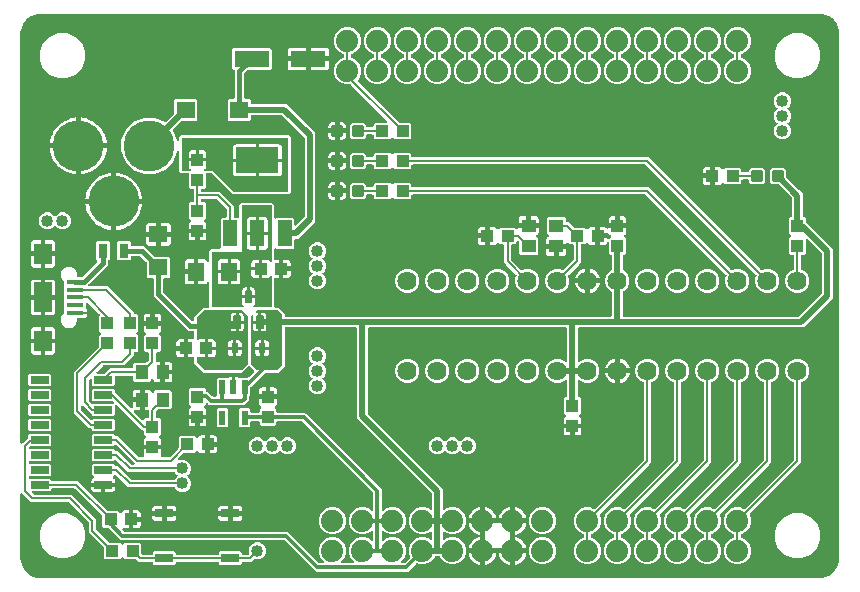
<source format=gbr>
G04 EAGLE Gerber RS-274X export*
G75*
%MOMM*%
%FSLAX34Y34*%
%LPD*%
%INTop Copper*%
%IPPOS*%
%AMOC8*
5,1,8,0,0,1.08239X$1,22.5*%
G01*
%ADD10R,1.400000X1.600000*%
%ADD11R,3.000000X1.400000*%
%ADD12R,1.100000X1.000000*%
%ADD13R,1.524000X1.470000*%
%ADD14R,1.000000X1.100000*%
%ADD15C,4.318000*%
%ADD16R,0.550000X1.200000*%
%ADD17R,1.219200X2.235200*%
%ADD18R,3.600000X2.200000*%
%ADD19C,0.300000*%
%ADD20R,1.450000X0.400000*%
%ADD21R,1.500000X1.800000*%
%ADD22R,1.500000X2.500000*%
%ADD23R,1.600000X1.400000*%
%ADD24C,0.152500*%
%ADD25R,0.630000X0.830000*%
%ADD26R,1.524000X0.635000*%
%ADD27R,1.100000X1.200000*%
%ADD28C,1.879600*%
%ADD29R,1.200000X1.100000*%
%ADD30R,1.524000X0.762000*%
%ADD31R,0.800000X1.200000*%
%ADD32C,1.625600*%
%ADD33C,0.508000*%
%ADD34C,0.203200*%
%ADD35C,0.406400*%
%ADD36C,0.304800*%
%ADD37C,1.016000*%

G36*
X679302Y2547D02*
X679302Y2547D01*
X679338Y2544D01*
X681764Y2735D01*
X681923Y2770D01*
X681998Y2782D01*
X686612Y4282D01*
X686867Y4407D01*
X686881Y4420D01*
X686895Y4427D01*
X690819Y7281D01*
X691023Y7479D01*
X691033Y7495D01*
X691044Y7506D01*
X693892Y11434D01*
X694025Y11685D01*
X694029Y11703D01*
X694036Y11717D01*
X695530Y16334D01*
X695558Y16494D01*
X695577Y16568D01*
X695764Y18994D01*
X695761Y19038D01*
X695767Y19072D01*
X695767Y19082D01*
X695767Y19083D01*
X695767Y19084D01*
X695765Y20532D01*
X695768Y20548D01*
X695951Y462051D01*
X695950Y462057D01*
X695951Y463525D01*
X695945Y463569D01*
X695948Y463604D01*
X695760Y466030D01*
X695724Y466189D01*
X695713Y466265D01*
X694218Y470880D01*
X694196Y470925D01*
X694186Y470962D01*
X694140Y471041D01*
X694093Y471136D01*
X694081Y471150D01*
X694074Y471164D01*
X691225Y475091D01*
X691027Y475296D01*
X691011Y475305D01*
X691000Y475316D01*
X687077Y478171D01*
X686826Y478304D01*
X686808Y478308D01*
X686794Y478315D01*
X682180Y479817D01*
X682020Y479845D01*
X681946Y479864D01*
X679520Y480056D01*
X679476Y480053D01*
X679440Y480059D01*
X19050Y480059D01*
X19006Y480053D01*
X18970Y480056D01*
X16547Y479865D01*
X16388Y479830D01*
X16312Y479819D01*
X11702Y478321D01*
X11447Y478196D01*
X11433Y478183D01*
X11419Y478177D01*
X7497Y475327D01*
X7293Y475130D01*
X7284Y475113D01*
X7273Y475103D01*
X4423Y471181D01*
X4363Y471067D01*
X4325Y471010D01*
X4314Y470974D01*
X4290Y470930D01*
X4286Y470912D01*
X4279Y470898D01*
X2781Y466288D01*
X2753Y466128D01*
X2735Y466053D01*
X2544Y463630D01*
X2547Y463585D01*
X2541Y463550D01*
X2541Y117253D01*
X2545Y117224D01*
X2542Y117195D01*
X2548Y117168D01*
X2547Y117148D01*
X2565Y117079D01*
X2581Y116972D01*
X2593Y116945D01*
X2598Y116916D01*
X2617Y116879D01*
X2619Y116873D01*
X2633Y116849D01*
X2650Y116816D01*
X2697Y116712D01*
X2716Y116690D01*
X2729Y116664D01*
X2807Y116582D01*
X2880Y116495D01*
X2905Y116479D01*
X2925Y116458D01*
X3023Y116401D01*
X3117Y116338D01*
X3145Y116329D01*
X3170Y116314D01*
X3280Y116286D01*
X3388Y116252D01*
X3418Y116251D01*
X3446Y116244D01*
X3559Y116248D01*
X3672Y116245D01*
X3701Y116252D01*
X3730Y116253D01*
X3833Y116286D01*
X3848Y116289D01*
X3859Y116294D01*
X3947Y116317D01*
X3973Y116332D01*
X4001Y116341D01*
X4062Y116384D01*
X4108Y116405D01*
X4135Y116428D01*
X4192Y116462D01*
X4235Y116507D01*
X4274Y116535D01*
X8084Y120345D01*
X8820Y121081D01*
X8872Y121151D01*
X8932Y121215D01*
X8958Y121264D01*
X8991Y121309D01*
X9022Y121390D01*
X9062Y121468D01*
X9070Y121516D01*
X9092Y121574D01*
X9104Y121722D01*
X9117Y121799D01*
X9117Y123397D01*
X10308Y124588D01*
X27232Y124588D01*
X28423Y123397D01*
X28423Y115363D01*
X27232Y114172D01*
X10954Y114172D01*
X10868Y114160D01*
X10780Y114157D01*
X10728Y114140D01*
X10673Y114132D01*
X10593Y114097D01*
X10510Y114070D01*
X10471Y114042D01*
X10413Y114016D01*
X10300Y113920D01*
X10236Y113875D01*
X9982Y113621D01*
X9965Y113597D01*
X9942Y113578D01*
X9879Y113484D01*
X9812Y113394D01*
X9801Y113366D01*
X9785Y113342D01*
X9751Y113234D01*
X9710Y113128D01*
X9708Y113099D01*
X9699Y113071D01*
X9696Y112957D01*
X9687Y112845D01*
X9692Y112816D01*
X9692Y112787D01*
X9720Y112677D01*
X9743Y112566D01*
X9756Y112540D01*
X9764Y112512D01*
X9821Y112414D01*
X9874Y112314D01*
X9894Y112292D01*
X9909Y112267D01*
X9991Y112190D01*
X10069Y112108D01*
X10095Y112093D01*
X10116Y112073D01*
X10217Y112021D01*
X10315Y111964D01*
X10343Y111957D01*
X10369Y111943D01*
X10447Y111930D01*
X10590Y111894D01*
X10653Y111896D01*
X10700Y111888D01*
X27232Y111888D01*
X28423Y110697D01*
X28423Y102663D01*
X27232Y101472D01*
X10414Y101472D01*
X10356Y101464D01*
X10298Y101466D01*
X10216Y101444D01*
X10132Y101432D01*
X10079Y101409D01*
X10023Y101394D01*
X9950Y101351D01*
X9873Y101316D01*
X9828Y101278D01*
X9778Y101249D01*
X9720Y101187D01*
X9656Y101133D01*
X9624Y101084D01*
X9584Y101041D01*
X9545Y100966D01*
X9498Y100896D01*
X9481Y100840D01*
X9454Y100788D01*
X9443Y100720D01*
X9413Y100625D01*
X9410Y100525D01*
X9399Y100457D01*
X9399Y100203D01*
X9407Y100145D01*
X9405Y100087D01*
X9427Y100005D01*
X9439Y99921D01*
X9462Y99868D01*
X9477Y99812D01*
X9520Y99739D01*
X9555Y99662D01*
X9593Y99617D01*
X9622Y99567D01*
X9684Y99509D01*
X9738Y99445D01*
X9787Y99413D01*
X9830Y99373D01*
X9905Y99334D01*
X9975Y99287D01*
X10031Y99270D01*
X10083Y99243D01*
X10151Y99232D01*
X10246Y99202D01*
X10346Y99199D01*
X10414Y99188D01*
X27232Y99188D01*
X28423Y97997D01*
X28423Y89963D01*
X27232Y88772D01*
X10414Y88772D01*
X10356Y88764D01*
X10298Y88766D01*
X10216Y88744D01*
X10132Y88732D01*
X10079Y88709D01*
X10023Y88694D01*
X9950Y88651D01*
X9873Y88616D01*
X9828Y88578D01*
X9778Y88549D01*
X9720Y88487D01*
X9656Y88433D01*
X9624Y88384D01*
X9584Y88341D01*
X9545Y88266D01*
X9498Y88196D01*
X9481Y88140D01*
X9454Y88088D01*
X9443Y88020D01*
X9413Y87925D01*
X9410Y87825D01*
X9399Y87757D01*
X9399Y87503D01*
X9407Y87445D01*
X9405Y87387D01*
X9427Y87305D01*
X9439Y87221D01*
X9462Y87168D01*
X9477Y87112D01*
X9520Y87039D01*
X9555Y86962D01*
X9593Y86917D01*
X9622Y86867D01*
X9684Y86809D01*
X9738Y86745D01*
X9787Y86713D01*
X9830Y86673D01*
X9905Y86634D01*
X9975Y86587D01*
X10031Y86570D01*
X10083Y86543D01*
X10151Y86532D01*
X10246Y86502D01*
X10346Y86499D01*
X10414Y86488D01*
X27232Y86488D01*
X28430Y85289D01*
X28431Y85286D01*
X28429Y85228D01*
X28451Y85146D01*
X28463Y85062D01*
X28486Y85009D01*
X28501Y84953D01*
X28544Y84880D01*
X28579Y84803D01*
X28617Y84758D01*
X28646Y84708D01*
X28708Y84650D01*
X28762Y84586D01*
X28811Y84554D01*
X28854Y84514D01*
X28929Y84475D01*
X28999Y84428D01*
X29055Y84411D01*
X29107Y84384D01*
X29175Y84373D01*
X29270Y84343D01*
X29370Y84340D01*
X29438Y84329D01*
X51183Y84329D01*
X76111Y59400D01*
X76181Y59348D01*
X76245Y59288D01*
X76295Y59262D01*
X76339Y59229D01*
X76420Y59198D01*
X76498Y59158D01*
X76546Y59150D01*
X76604Y59128D01*
X76752Y59116D01*
X76829Y59103D01*
X85472Y59103D01*
X86691Y57884D01*
X86730Y57855D01*
X86762Y57819D01*
X86843Y57770D01*
X86918Y57713D01*
X86963Y57696D01*
X87005Y57670D01*
X87095Y57646D01*
X87183Y57612D01*
X87232Y57608D01*
X87279Y57595D01*
X87373Y57596D01*
X87467Y57588D01*
X87514Y57598D01*
X87563Y57599D01*
X87653Y57626D01*
X87745Y57644D01*
X87789Y57667D01*
X87835Y57681D01*
X87914Y57732D01*
X87998Y57775D01*
X88033Y57809D01*
X88074Y57835D01*
X88121Y57893D01*
X88204Y57971D01*
X88248Y58046D01*
X88288Y58094D01*
X88597Y58630D01*
X89070Y59103D01*
X89649Y59438D01*
X90296Y59611D01*
X94099Y59611D01*
X94099Y53086D01*
X94107Y53028D01*
X94105Y52970D01*
X94127Y52888D01*
X94139Y52805D01*
X94163Y52751D01*
X94177Y52695D01*
X94220Y52622D01*
X94255Y52545D01*
X94293Y52501D01*
X94323Y52450D01*
X94384Y52393D01*
X94439Y52328D01*
X94487Y52296D01*
X94530Y52256D01*
X94605Y52217D01*
X94675Y52171D01*
X94731Y52153D01*
X94783Y52126D01*
X94851Y52115D01*
X94946Y52085D01*
X95046Y52082D01*
X95114Y52071D01*
X96131Y52071D01*
X96131Y52069D01*
X95114Y52069D01*
X95056Y52061D01*
X94998Y52062D01*
X94916Y52041D01*
X94833Y52029D01*
X94779Y52005D01*
X94723Y51991D01*
X94650Y51948D01*
X94573Y51913D01*
X94528Y51875D01*
X94478Y51845D01*
X94420Y51784D01*
X94356Y51729D01*
X94324Y51681D01*
X94284Y51638D01*
X94245Y51563D01*
X94199Y51493D01*
X94181Y51437D01*
X94154Y51385D01*
X94143Y51317D01*
X94113Y51222D01*
X94110Y51122D01*
X94099Y51054D01*
X94099Y44529D01*
X90296Y44529D01*
X90138Y44572D01*
X90118Y44574D01*
X90100Y44581D01*
X89978Y44591D01*
X89855Y44606D01*
X89836Y44603D01*
X89817Y44604D01*
X89696Y44580D01*
X89575Y44561D01*
X89557Y44552D01*
X89538Y44549D01*
X89429Y44492D01*
X89318Y44440D01*
X89303Y44427D01*
X89285Y44418D01*
X89196Y44333D01*
X89104Y44252D01*
X89094Y44235D01*
X89079Y44222D01*
X89017Y44116D01*
X88951Y44012D01*
X88946Y43993D01*
X88936Y43977D01*
X88905Y43857D01*
X88871Y43740D01*
X88870Y43720D01*
X88866Y43701D01*
X88869Y43579D01*
X88869Y43455D01*
X88874Y43436D01*
X88875Y43417D01*
X88912Y43300D01*
X88946Y43182D01*
X88956Y43165D01*
X88962Y43146D01*
X89005Y43086D01*
X89096Y42940D01*
X89134Y42906D01*
X89157Y42873D01*
X90076Y41954D01*
X90146Y41902D01*
X90210Y41842D01*
X90259Y41816D01*
X90303Y41783D01*
X90385Y41752D01*
X90463Y41712D01*
X90510Y41704D01*
X90569Y41682D01*
X90716Y41670D01*
X90794Y41657D01*
X228803Y41657D01*
X255176Y15284D01*
X255246Y15232D01*
X255310Y15172D01*
X255359Y15146D01*
X255403Y15113D01*
X255485Y15082D01*
X255563Y15042D01*
X255610Y15034D01*
X255669Y15012D01*
X255816Y15000D01*
X255894Y14987D01*
X258497Y14987D01*
X258526Y14991D01*
X258555Y14988D01*
X258666Y15011D01*
X258778Y15027D01*
X258805Y15039D01*
X258834Y15044D01*
X258934Y15097D01*
X259038Y15143D01*
X259060Y15162D01*
X259086Y15175D01*
X259168Y15253D01*
X259255Y15326D01*
X259271Y15351D01*
X259292Y15371D01*
X259349Y15469D01*
X259412Y15563D01*
X259421Y15591D01*
X259436Y15616D01*
X259464Y15726D01*
X259498Y15834D01*
X259499Y15864D01*
X259506Y15892D01*
X259502Y16005D01*
X259505Y16118D01*
X259498Y16147D01*
X259497Y16176D01*
X259462Y16284D01*
X259434Y16393D01*
X259419Y16419D01*
X259410Y16447D01*
X259364Y16510D01*
X259288Y16638D01*
X259243Y16681D01*
X259215Y16720D01*
X257009Y18925D01*
X255269Y23126D01*
X255269Y27674D01*
X257010Y31875D01*
X260225Y35090D01*
X264426Y36831D01*
X268974Y36831D01*
X273175Y35090D01*
X276390Y31875D01*
X278131Y27674D01*
X278131Y23126D01*
X276391Y18925D01*
X274185Y16720D01*
X274168Y16696D01*
X274145Y16677D01*
X274083Y16583D01*
X274014Y16493D01*
X274004Y16465D01*
X273988Y16441D01*
X273954Y16333D01*
X273913Y16227D01*
X273911Y16198D01*
X273902Y16170D01*
X273899Y16056D01*
X273890Y15944D01*
X273895Y15915D01*
X273895Y15886D01*
X273923Y15776D01*
X273946Y15665D01*
X273959Y15639D01*
X273966Y15611D01*
X274024Y15513D01*
X274077Y15413D01*
X274097Y15391D01*
X274112Y15366D01*
X274194Y15289D01*
X274272Y15207D01*
X274298Y15192D01*
X274319Y15172D01*
X274420Y15120D01*
X274518Y15063D01*
X274546Y15056D01*
X274572Y15042D01*
X274650Y15029D01*
X274793Y14993D01*
X274856Y14995D01*
X274903Y14987D01*
X283897Y14987D01*
X283926Y14991D01*
X283955Y14988D01*
X284066Y15011D01*
X284178Y15027D01*
X284205Y15039D01*
X284234Y15044D01*
X284334Y15097D01*
X284438Y15143D01*
X284460Y15162D01*
X284486Y15175D01*
X284568Y15253D01*
X284655Y15326D01*
X284671Y15351D01*
X284692Y15371D01*
X284749Y15469D01*
X284812Y15563D01*
X284821Y15591D01*
X284836Y15616D01*
X284864Y15726D01*
X284898Y15834D01*
X284899Y15864D01*
X284906Y15892D01*
X284902Y16005D01*
X284905Y16118D01*
X284898Y16147D01*
X284897Y16176D01*
X284862Y16284D01*
X284834Y16393D01*
X284819Y16419D01*
X284810Y16447D01*
X284764Y16510D01*
X284688Y16638D01*
X284643Y16681D01*
X284615Y16720D01*
X282409Y18925D01*
X280669Y23126D01*
X280669Y27674D01*
X282410Y31875D01*
X285625Y35090D01*
X289826Y36831D01*
X294374Y36831D01*
X298575Y35091D01*
X299510Y34155D01*
X299534Y34138D01*
X299553Y34115D01*
X299647Y34053D01*
X299737Y33984D01*
X299765Y33974D01*
X299789Y33958D01*
X299897Y33924D01*
X300003Y33883D01*
X300032Y33881D01*
X300060Y33872D01*
X300174Y33869D01*
X300286Y33860D01*
X300315Y33865D01*
X300344Y33865D01*
X300454Y33893D01*
X300565Y33916D01*
X300591Y33929D01*
X300619Y33936D01*
X300717Y33994D01*
X300817Y34047D01*
X300839Y34067D01*
X300864Y34082D01*
X300941Y34164D01*
X301023Y34242D01*
X301038Y34268D01*
X301058Y34289D01*
X301110Y34390D01*
X301167Y34488D01*
X301174Y34516D01*
X301188Y34542D01*
X301201Y34620D01*
X301237Y34763D01*
X301235Y34826D01*
X301243Y34873D01*
X301243Y41327D01*
X301239Y41356D01*
X301242Y41385D01*
X301219Y41496D01*
X301203Y41608D01*
X301191Y41635D01*
X301186Y41664D01*
X301134Y41764D01*
X301087Y41868D01*
X301068Y41890D01*
X301055Y41916D01*
X300977Y41998D01*
X300904Y42085D01*
X300879Y42101D01*
X300859Y42122D01*
X300761Y42179D01*
X300667Y42242D01*
X300639Y42251D01*
X300614Y42266D01*
X300504Y42294D01*
X300396Y42328D01*
X300366Y42329D01*
X300338Y42336D01*
X300225Y42332D01*
X300112Y42335D01*
X300083Y42328D01*
X300054Y42327D01*
X299946Y42292D01*
X299837Y42264D01*
X299811Y42249D01*
X299783Y42240D01*
X299719Y42194D01*
X299592Y42118D01*
X299549Y42073D01*
X299510Y42045D01*
X298575Y41109D01*
X294374Y39369D01*
X289826Y39369D01*
X285625Y41110D01*
X282410Y44325D01*
X280669Y48526D01*
X280669Y53074D01*
X282410Y57275D01*
X285625Y60490D01*
X289826Y62231D01*
X294374Y62231D01*
X298575Y60491D01*
X299510Y59555D01*
X299534Y59538D01*
X299553Y59515D01*
X299647Y59453D01*
X299737Y59384D01*
X299765Y59374D01*
X299789Y59358D01*
X299897Y59324D01*
X300003Y59283D01*
X300032Y59281D01*
X300060Y59272D01*
X300174Y59269D01*
X300286Y59260D01*
X300315Y59265D01*
X300344Y59265D01*
X300454Y59293D01*
X300565Y59316D01*
X300591Y59329D01*
X300619Y59336D01*
X300717Y59394D01*
X300817Y59447D01*
X300839Y59467D01*
X300864Y59482D01*
X300941Y59564D01*
X301023Y59642D01*
X301038Y59668D01*
X301058Y59689D01*
X301110Y59790D01*
X301167Y59888D01*
X301174Y59916D01*
X301188Y59942D01*
X301201Y60020D01*
X301237Y60163D01*
X301235Y60226D01*
X301243Y60273D01*
X301243Y74306D01*
X301231Y74393D01*
X301228Y74480D01*
X301211Y74533D01*
X301203Y74588D01*
X301168Y74668D01*
X301141Y74751D01*
X301113Y74790D01*
X301087Y74847D01*
X300991Y74960D01*
X300946Y75024D01*
X241004Y134966D01*
X240934Y135018D01*
X240870Y135078D01*
X240821Y135104D01*
X240777Y135137D01*
X240695Y135168D01*
X240617Y135208D01*
X240570Y135216D01*
X240511Y135238D01*
X240364Y135250D01*
X240286Y135263D01*
X220138Y135263D01*
X220080Y135255D01*
X220022Y135257D01*
X219940Y135235D01*
X219856Y135223D01*
X219803Y135200D01*
X219747Y135185D01*
X219674Y135142D01*
X219597Y135107D01*
X219552Y135069D01*
X219502Y135040D01*
X219444Y134978D01*
X219380Y134924D01*
X219348Y134875D01*
X219308Y134832D01*
X219269Y134757D01*
X219222Y134687D01*
X219205Y134631D01*
X219178Y134579D01*
X219167Y134511D01*
X219137Y134416D01*
X219134Y134316D01*
X219123Y134248D01*
X219123Y132478D01*
X217932Y131287D01*
X206248Y131287D01*
X205057Y132478D01*
X205057Y134248D01*
X205049Y134306D01*
X205051Y134364D01*
X205029Y134446D01*
X205017Y134530D01*
X204994Y134583D01*
X204979Y134639D01*
X204936Y134712D01*
X204901Y134789D01*
X204863Y134834D01*
X204834Y134884D01*
X204772Y134942D01*
X204718Y135006D01*
X204669Y135038D01*
X204626Y135078D01*
X204551Y135117D01*
X204481Y135164D01*
X204425Y135181D01*
X204373Y135208D01*
X204305Y135219D01*
X204210Y135249D01*
X204110Y135252D01*
X204042Y135263D01*
X198178Y135263D01*
X198120Y135255D01*
X198062Y135257D01*
X197980Y135235D01*
X197896Y135223D01*
X197843Y135200D01*
X197787Y135185D01*
X197714Y135142D01*
X197637Y135107D01*
X197592Y135069D01*
X197542Y135040D01*
X197484Y134978D01*
X197420Y134924D01*
X197388Y134875D01*
X197348Y134832D01*
X197309Y134757D01*
X197262Y134687D01*
X197245Y134631D01*
X197218Y134579D01*
X197207Y134511D01*
X197177Y134416D01*
X197174Y134316D01*
X197163Y134248D01*
X197163Y131287D01*
X195972Y130096D01*
X188788Y130096D01*
X187597Y131287D01*
X187597Y144971D01*
X188788Y146162D01*
X195972Y146162D01*
X197163Y144971D01*
X197163Y143392D01*
X197171Y143334D01*
X197169Y143276D01*
X197191Y143194D01*
X197203Y143110D01*
X197226Y143057D01*
X197241Y143001D01*
X197284Y142928D01*
X197319Y142851D01*
X197357Y142806D01*
X197386Y142756D01*
X197448Y142698D01*
X197502Y142634D01*
X197551Y142602D01*
X197594Y142562D01*
X197669Y142523D01*
X197739Y142476D01*
X197795Y142459D01*
X197847Y142432D01*
X197915Y142421D01*
X198010Y142391D01*
X198110Y142388D01*
X198178Y142377D01*
X204042Y142377D01*
X204100Y142385D01*
X204158Y142383D01*
X204240Y142405D01*
X204324Y142417D01*
X204377Y142440D01*
X204433Y142455D01*
X204506Y142498D01*
X204583Y142533D01*
X204628Y142571D01*
X204678Y142600D01*
X204736Y142662D01*
X204800Y142716D01*
X204832Y142765D01*
X204872Y142808D01*
X204911Y142883D01*
X204958Y142953D01*
X204975Y143009D01*
X205002Y143061D01*
X205013Y143129D01*
X205043Y143224D01*
X205046Y143324D01*
X205057Y143392D01*
X205057Y145162D01*
X206276Y146381D01*
X206305Y146419D01*
X206341Y146452D01*
X206390Y146533D01*
X206447Y146608D01*
X206464Y146653D01*
X206490Y146695D01*
X206514Y146786D01*
X206548Y146873D01*
X206552Y146922D01*
X206565Y146969D01*
X206564Y147063D01*
X206572Y147157D01*
X206562Y147204D01*
X206561Y147253D01*
X206534Y147343D01*
X206516Y147435D01*
X206493Y147479D01*
X206479Y147525D01*
X206428Y147604D01*
X206385Y147688D01*
X206351Y147723D01*
X206325Y147764D01*
X206267Y147811D01*
X206189Y147894D01*
X206114Y147938D01*
X206066Y147978D01*
X205530Y148287D01*
X205057Y148760D01*
X204722Y149339D01*
X204549Y149986D01*
X204549Y153789D01*
X211074Y153789D01*
X211132Y153797D01*
X211190Y153795D01*
X211272Y153817D01*
X211355Y153829D01*
X211409Y153853D01*
X211465Y153867D01*
X211538Y153910D01*
X211615Y153945D01*
X211659Y153983D01*
X211710Y154013D01*
X211767Y154074D01*
X211832Y154129D01*
X211864Y154177D01*
X211904Y154220D01*
X211943Y154295D01*
X211989Y154365D01*
X212007Y154421D01*
X212034Y154473D01*
X212045Y154541D01*
X212075Y154636D01*
X212078Y154736D01*
X212089Y154804D01*
X212089Y155821D01*
X212091Y155821D01*
X212091Y154804D01*
X212099Y154750D01*
X212098Y154712D01*
X212098Y154710D01*
X212098Y154688D01*
X212119Y154606D01*
X212131Y154523D01*
X212155Y154469D01*
X212169Y154413D01*
X212212Y154340D01*
X212247Y154263D01*
X212285Y154218D01*
X212315Y154168D01*
X212376Y154110D01*
X212431Y154046D01*
X212479Y154014D01*
X212522Y153974D01*
X212597Y153935D01*
X212667Y153889D01*
X212723Y153871D01*
X212775Y153844D01*
X212843Y153833D01*
X212938Y153803D01*
X213038Y153800D01*
X213106Y153789D01*
X219631Y153789D01*
X219631Y149986D01*
X219458Y149339D01*
X219123Y148760D01*
X218650Y148287D01*
X218114Y147978D01*
X218076Y147948D01*
X218033Y147925D01*
X217965Y147861D01*
X217891Y147802D01*
X217862Y147763D01*
X217827Y147729D01*
X217779Y147648D01*
X217724Y147572D01*
X217708Y147526D01*
X217683Y147484D01*
X217660Y147393D01*
X217628Y147305D01*
X217625Y147256D01*
X217613Y147209D01*
X217616Y147115D01*
X217610Y147021D01*
X217620Y146973D01*
X217622Y146924D01*
X217651Y146835D01*
X217671Y146743D01*
X217694Y146700D01*
X217709Y146654D01*
X217752Y146594D01*
X217807Y146493D01*
X217868Y146432D01*
X217904Y146381D01*
X219123Y145162D01*
X219123Y143392D01*
X219131Y143334D01*
X219129Y143276D01*
X219151Y143194D01*
X219163Y143110D01*
X219186Y143057D01*
X219201Y143001D01*
X219244Y142928D01*
X219279Y142851D01*
X219317Y142806D01*
X219346Y142756D01*
X219408Y142698D01*
X219462Y142634D01*
X219511Y142602D01*
X219554Y142562D01*
X219629Y142523D01*
X219699Y142476D01*
X219755Y142459D01*
X219807Y142432D01*
X219875Y142421D01*
X219970Y142391D01*
X220070Y142388D01*
X220138Y142377D01*
X243653Y142377D01*
X308357Y77673D01*
X308357Y60273D01*
X308361Y60244D01*
X308358Y60215D01*
X308381Y60104D01*
X308397Y59992D01*
X308409Y59965D01*
X308414Y59936D01*
X308467Y59836D01*
X308513Y59732D01*
X308532Y59710D01*
X308545Y59684D01*
X308623Y59602D01*
X308696Y59515D01*
X308721Y59499D01*
X308741Y59478D01*
X308839Y59421D01*
X308933Y59358D01*
X308961Y59349D01*
X308986Y59334D01*
X309096Y59306D01*
X309204Y59272D01*
X309234Y59271D01*
X309262Y59264D01*
X309375Y59268D01*
X309488Y59265D01*
X309517Y59272D01*
X309546Y59273D01*
X309654Y59308D01*
X309763Y59336D01*
X309789Y59351D01*
X309817Y59360D01*
X309881Y59406D01*
X310008Y59482D01*
X310051Y59527D01*
X310090Y59555D01*
X311025Y60491D01*
X315226Y62231D01*
X319774Y62231D01*
X323975Y60490D01*
X327190Y57275D01*
X328931Y53074D01*
X328931Y48526D01*
X327190Y44325D01*
X323975Y41110D01*
X319774Y39369D01*
X315226Y39369D01*
X311025Y41109D01*
X310090Y42045D01*
X310066Y42062D01*
X310047Y42085D01*
X309953Y42147D01*
X309863Y42216D01*
X309835Y42226D01*
X309811Y42242D01*
X309703Y42276D01*
X309597Y42317D01*
X309568Y42319D01*
X309540Y42328D01*
X309426Y42331D01*
X309314Y42340D01*
X309285Y42335D01*
X309256Y42335D01*
X309146Y42307D01*
X309035Y42284D01*
X309009Y42271D01*
X308981Y42264D01*
X308883Y42206D01*
X308783Y42153D01*
X308761Y42133D01*
X308736Y42118D01*
X308659Y42036D01*
X308577Y41958D01*
X308562Y41932D01*
X308542Y41911D01*
X308490Y41810D01*
X308433Y41712D01*
X308426Y41684D01*
X308412Y41658D01*
X308399Y41580D01*
X308363Y41437D01*
X308365Y41374D01*
X308357Y41327D01*
X308357Y34873D01*
X308361Y34844D01*
X308358Y34815D01*
X308381Y34704D01*
X308397Y34592D01*
X308409Y34565D01*
X308414Y34536D01*
X308467Y34436D01*
X308513Y34332D01*
X308532Y34310D01*
X308545Y34284D01*
X308623Y34202D01*
X308696Y34115D01*
X308721Y34099D01*
X308741Y34078D01*
X308839Y34021D01*
X308933Y33958D01*
X308961Y33949D01*
X308986Y33934D01*
X309096Y33906D01*
X309204Y33872D01*
X309234Y33871D01*
X309262Y33864D01*
X309375Y33868D01*
X309488Y33865D01*
X309517Y33872D01*
X309546Y33873D01*
X309654Y33908D01*
X309763Y33936D01*
X309789Y33951D01*
X309817Y33960D01*
X309881Y34006D01*
X310008Y34082D01*
X310051Y34127D01*
X310090Y34155D01*
X311025Y35091D01*
X315226Y36831D01*
X319774Y36831D01*
X323975Y35090D01*
X327190Y31875D01*
X328931Y27674D01*
X328931Y23126D01*
X327191Y18925D01*
X324985Y16720D01*
X324968Y16696D01*
X324945Y16677D01*
X324883Y16583D01*
X324814Y16493D01*
X324804Y16465D01*
X324788Y16441D01*
X324754Y16333D01*
X324713Y16227D01*
X324711Y16198D01*
X324702Y16170D01*
X324699Y16056D01*
X324690Y15944D01*
X324695Y15915D01*
X324695Y15886D01*
X324723Y15776D01*
X324746Y15665D01*
X324759Y15639D01*
X324766Y15611D01*
X324824Y15513D01*
X324877Y15413D01*
X324897Y15391D01*
X324912Y15366D01*
X324994Y15289D01*
X325072Y15207D01*
X325098Y15192D01*
X325119Y15172D01*
X325220Y15120D01*
X325318Y15063D01*
X325346Y15056D01*
X325372Y15042D01*
X325450Y15029D01*
X325593Y14993D01*
X325656Y14995D01*
X325703Y14987D01*
X327036Y14987D01*
X327123Y14999D01*
X327210Y15002D01*
X327263Y15019D01*
X327318Y15027D01*
X327398Y15062D01*
X327481Y15089D01*
X327520Y15117D01*
X327577Y15143D01*
X327690Y15239D01*
X327754Y15284D01*
X332198Y19728D01*
X332199Y19730D01*
X332201Y19731D01*
X332289Y19849D01*
X332369Y19956D01*
X332370Y19957D01*
X332371Y19958D01*
X332420Y20088D01*
X332470Y20221D01*
X332471Y20223D01*
X332471Y20224D01*
X332483Y20369D01*
X332494Y20505D01*
X332494Y20506D01*
X332494Y20508D01*
X332490Y20523D01*
X332438Y20783D01*
X332424Y20810D01*
X332418Y20835D01*
X331469Y23126D01*
X331469Y27674D01*
X333210Y31875D01*
X336425Y35090D01*
X340626Y36831D01*
X345174Y36831D01*
X349434Y35066D01*
X349521Y35001D01*
X349549Y34990D01*
X349573Y34974D01*
X349681Y34940D01*
X349787Y34899D01*
X349816Y34897D01*
X349844Y34888D01*
X349957Y34885D01*
X350070Y34876D01*
X350099Y34881D01*
X350128Y34881D01*
X350238Y34909D01*
X350349Y34931D01*
X350375Y34945D01*
X350403Y34952D01*
X350500Y35010D01*
X350601Y35062D01*
X350623Y35083D01*
X350648Y35098D01*
X350725Y35180D01*
X350807Y35258D01*
X350822Y35284D01*
X350842Y35305D01*
X350894Y35406D01*
X350951Y35503D01*
X350958Y35532D01*
X350972Y35558D01*
X350985Y35636D01*
X351021Y35779D01*
X351019Y35841D01*
X351027Y35889D01*
X351027Y40311D01*
X351023Y40340D01*
X351026Y40369D01*
X351003Y40480D01*
X350987Y40592D01*
X350975Y40619D01*
X350970Y40648D01*
X350917Y40748D01*
X350871Y40852D01*
X350852Y40874D01*
X350839Y40900D01*
X350761Y40982D01*
X350688Y41069D01*
X350663Y41085D01*
X350643Y41106D01*
X350545Y41163D01*
X350451Y41226D01*
X350423Y41235D01*
X350397Y41250D01*
X350288Y41278D01*
X350180Y41312D01*
X350150Y41313D01*
X350122Y41320D01*
X350009Y41316D01*
X349896Y41319D01*
X349867Y41312D01*
X349838Y41311D01*
X349730Y41276D01*
X349621Y41248D01*
X349595Y41233D01*
X349567Y41223D01*
X349503Y41178D01*
X349419Y41128D01*
X345174Y39369D01*
X340626Y39369D01*
X336425Y41110D01*
X333210Y44325D01*
X331469Y48526D01*
X331469Y53074D01*
X333210Y57275D01*
X336425Y60490D01*
X340626Y62231D01*
X345174Y62231D01*
X349434Y60466D01*
X349521Y60401D01*
X349549Y60390D01*
X349573Y60374D01*
X349681Y60340D01*
X349787Y60299D01*
X349816Y60297D01*
X349844Y60288D01*
X349957Y60285D01*
X350070Y60276D01*
X350099Y60281D01*
X350128Y60281D01*
X350238Y60309D01*
X350349Y60331D01*
X350375Y60345D01*
X350403Y60352D01*
X350500Y60410D01*
X350601Y60462D01*
X350623Y60483D01*
X350648Y60498D01*
X350725Y60580D01*
X350807Y60658D01*
X350822Y60684D01*
X350842Y60705D01*
X350894Y60806D01*
X350951Y60903D01*
X350958Y60932D01*
X350972Y60958D01*
X350985Y61036D01*
X351021Y61179D01*
X351019Y61241D01*
X351027Y61289D01*
X351027Y73885D01*
X351015Y73972D01*
X351012Y74059D01*
X350995Y74112D01*
X350987Y74167D01*
X350952Y74247D01*
X350925Y74330D01*
X350897Y74369D01*
X350871Y74426D01*
X350775Y74540D01*
X350730Y74603D01*
X287527Y137806D01*
X287527Y213582D01*
X287519Y213640D01*
X287521Y213698D01*
X287499Y213780D01*
X287487Y213864D01*
X287464Y213917D01*
X287449Y213973D01*
X287406Y214046D01*
X287371Y214123D01*
X287333Y214168D01*
X287304Y214218D01*
X287242Y214276D01*
X287188Y214340D01*
X287139Y214372D01*
X287096Y214412D01*
X287021Y214451D01*
X286951Y214498D01*
X286895Y214515D01*
X286843Y214542D01*
X286775Y214553D01*
X286680Y214583D01*
X286580Y214586D01*
X286512Y214597D01*
X227203Y214597D01*
X227145Y214589D01*
X227087Y214591D01*
X227005Y214569D01*
X226921Y214557D01*
X226868Y214534D01*
X226812Y214519D01*
X226739Y214476D01*
X226662Y214441D01*
X226617Y214403D01*
X226567Y214374D01*
X226509Y214312D01*
X226445Y214258D01*
X226413Y214209D01*
X226373Y214166D01*
X226334Y214091D01*
X226287Y214021D01*
X226270Y213965D01*
X226243Y213913D01*
X226232Y213845D01*
X226202Y213750D01*
X226199Y213650D01*
X226188Y213582D01*
X226188Y181775D01*
X220815Y176402D01*
X210102Y176402D01*
X210015Y176390D01*
X209928Y176387D01*
X209875Y176370D01*
X209820Y176362D01*
X209740Y176327D01*
X209657Y176300D01*
X209618Y176272D01*
X209561Y176246D01*
X209448Y176150D01*
X209384Y176105D01*
X197460Y164181D01*
X197408Y164111D01*
X197348Y164047D01*
X197322Y163998D01*
X197289Y163954D01*
X197258Y163872D01*
X197218Y163794D01*
X197210Y163747D01*
X197188Y163688D01*
X197176Y163541D01*
X197163Y163463D01*
X197163Y157289D01*
X196234Y156360D01*
X196182Y156291D01*
X196122Y156227D01*
X196096Y156177D01*
X196063Y156133D01*
X196032Y156051D01*
X195992Y155974D01*
X195984Y155926D01*
X195962Y155868D01*
X195950Y155720D01*
X195937Y155643D01*
X195937Y152807D01*
X191973Y148843D01*
X162357Y148843D01*
X161166Y150034D01*
X161142Y150052D01*
X161123Y150074D01*
X161029Y150137D01*
X160939Y150205D01*
X160911Y150215D01*
X160887Y150232D01*
X160779Y150266D01*
X160673Y150306D01*
X160644Y150309D01*
X160616Y150318D01*
X160502Y150320D01*
X160390Y150330D01*
X160361Y150324D01*
X160332Y150325D01*
X160222Y150296D01*
X160111Y150274D01*
X160085Y150260D01*
X160057Y150253D01*
X159959Y150195D01*
X159859Y150143D01*
X159837Y150123D01*
X159812Y150108D01*
X159735Y150025D01*
X159653Y149947D01*
X159638Y149922D01*
X159618Y149900D01*
X159566Y149800D01*
X159509Y149702D01*
X159502Y149673D01*
X159488Y149647D01*
X159475Y149570D01*
X159458Y149504D01*
X158214Y148259D01*
X158185Y148221D01*
X158149Y148188D01*
X158100Y148107D01*
X158043Y148032D01*
X158026Y147987D01*
X158000Y147945D01*
X157975Y147854D01*
X157942Y147767D01*
X157938Y147718D01*
X157925Y147671D01*
X157926Y147577D01*
X157918Y147483D01*
X157928Y147436D01*
X157929Y147387D01*
X157956Y147297D01*
X157974Y147205D01*
X157997Y147161D01*
X158011Y147115D01*
X158062Y147036D01*
X158105Y146952D01*
X158139Y146917D01*
X158165Y146876D01*
X158223Y146829D01*
X158301Y146746D01*
X158376Y146702D01*
X158424Y146662D01*
X158960Y146353D01*
X159433Y145880D01*
X159768Y145301D01*
X159941Y144654D01*
X159941Y140851D01*
X153416Y140851D01*
X153358Y140843D01*
X153300Y140844D01*
X153218Y140823D01*
X153135Y140811D01*
X153081Y140787D01*
X153025Y140773D01*
X152952Y140730D01*
X152875Y140695D01*
X152831Y140657D01*
X152780Y140627D01*
X152723Y140566D01*
X152658Y140511D01*
X152626Y140463D01*
X152586Y140420D01*
X152547Y140345D01*
X152501Y140275D01*
X152483Y140219D01*
X152456Y140167D01*
X152445Y140099D01*
X152415Y140004D01*
X152412Y139904D01*
X152401Y139836D01*
X152401Y138819D01*
X152399Y138819D01*
X152399Y139836D01*
X152391Y139894D01*
X152392Y139952D01*
X152371Y140034D01*
X152359Y140117D01*
X152335Y140171D01*
X152321Y140227D01*
X152278Y140300D01*
X152243Y140377D01*
X152205Y140421D01*
X152175Y140472D01*
X152114Y140529D01*
X152059Y140594D01*
X152011Y140626D01*
X151968Y140666D01*
X151893Y140705D01*
X151823Y140751D01*
X151767Y140769D01*
X151715Y140796D01*
X151647Y140807D01*
X151552Y140837D01*
X151452Y140840D01*
X151384Y140851D01*
X144859Y140851D01*
X144859Y144654D01*
X145032Y145301D01*
X145367Y145880D01*
X145840Y146353D01*
X146376Y146662D01*
X146414Y146692D01*
X146457Y146715D01*
X146525Y146779D01*
X146599Y146838D01*
X146628Y146877D01*
X146663Y146911D01*
X146711Y146992D01*
X146766Y147068D01*
X146782Y147114D01*
X146807Y147156D01*
X146830Y147247D01*
X146862Y147335D01*
X146865Y147384D01*
X146877Y147431D01*
X146874Y147525D01*
X146880Y147619D01*
X146870Y147667D01*
X146868Y147716D01*
X146839Y147805D01*
X146819Y147897D01*
X146796Y147940D01*
X146781Y147986D01*
X146738Y148046D01*
X146683Y148147D01*
X146622Y148208D01*
X146586Y148259D01*
X145367Y149478D01*
X145367Y162162D01*
X146558Y163353D01*
X158242Y163353D01*
X159433Y162162D01*
X159433Y160782D01*
X159441Y160724D01*
X159439Y160666D01*
X159461Y160584D01*
X159473Y160500D01*
X159496Y160447D01*
X159511Y160391D01*
X159554Y160318D01*
X159589Y160241D01*
X159627Y160196D01*
X159656Y160146D01*
X159718Y160088D01*
X159772Y160024D01*
X159821Y159992D01*
X159864Y159952D01*
X159939Y159913D01*
X160009Y159866D01*
X160065Y159849D01*
X160117Y159822D01*
X160185Y159811D01*
X160280Y159781D01*
X160380Y159778D01*
X160448Y159767D01*
X161493Y159767D01*
X165006Y156254D01*
X165076Y156202D01*
X165140Y156142D01*
X165189Y156116D01*
X165233Y156083D01*
X165315Y156052D01*
X165393Y156012D01*
X165440Y156004D01*
X165499Y155982D01*
X165646Y155970D01*
X165724Y155957D01*
X167582Y155957D01*
X167640Y155965D01*
X167698Y155963D01*
X167780Y155985D01*
X167864Y155997D01*
X167917Y156020D01*
X167973Y156035D01*
X168046Y156078D01*
X168123Y156113D01*
X168168Y156151D01*
X168218Y156180D01*
X168276Y156242D01*
X168340Y156296D01*
X168372Y156345D01*
X168412Y156388D01*
X168451Y156463D01*
X168498Y156533D01*
X168515Y156589D01*
X168542Y156641D01*
X168553Y156709D01*
X168583Y156804D01*
X168586Y156904D01*
X168597Y156972D01*
X168597Y170973D01*
X169788Y172164D01*
X176972Y172164D01*
X177053Y172083D01*
X177100Y172048D01*
X177140Y172005D01*
X177213Y171963D01*
X177280Y171912D01*
X177335Y171891D01*
X177385Y171861D01*
X177467Y171841D01*
X177546Y171811D01*
X177604Y171806D01*
X177661Y171791D01*
X177745Y171794D01*
X177829Y171787D01*
X177886Y171799D01*
X177945Y171800D01*
X178025Y171826D01*
X178108Y171843D01*
X178160Y171870D01*
X178215Y171888D01*
X178272Y171928D01*
X178360Y171974D01*
X178432Y172043D01*
X178489Y172083D01*
X178570Y172164D01*
X179149Y172499D01*
X179796Y172672D01*
X181506Y172672D01*
X181506Y164490D01*
X181514Y164432D01*
X181512Y164374D01*
X181534Y164292D01*
X181546Y164209D01*
X181569Y164155D01*
X181584Y164099D01*
X181627Y164026D01*
X181662Y163949D01*
X181700Y163905D01*
X181729Y163854D01*
X181791Y163797D01*
X181845Y163732D01*
X181894Y163700D01*
X181937Y163660D01*
X182012Y163621D01*
X182082Y163575D01*
X182138Y163557D01*
X182190Y163530D01*
X182258Y163519D01*
X182353Y163489D01*
X182453Y163486D01*
X182521Y163475D01*
X183239Y163475D01*
X183297Y163483D01*
X183355Y163482D01*
X183437Y163503D01*
X183521Y163515D01*
X183574Y163539D01*
X183630Y163553D01*
X183703Y163597D01*
X183780Y163631D01*
X183825Y163669D01*
X183875Y163699D01*
X183933Y163760D01*
X183997Y163815D01*
X184029Y163863D01*
X184069Y163906D01*
X184108Y163981D01*
X184155Y164051D01*
X184172Y164107D01*
X184199Y164159D01*
X184210Y164227D01*
X184240Y164322D01*
X184243Y164422D01*
X184254Y164490D01*
X184254Y172672D01*
X185964Y172672D01*
X186611Y172499D01*
X187190Y172164D01*
X187271Y172083D01*
X187318Y172048D01*
X187358Y172005D01*
X187431Y171963D01*
X187498Y171912D01*
X187553Y171891D01*
X187604Y171861D01*
X187685Y171841D01*
X187764Y171811D01*
X187822Y171806D01*
X187879Y171791D01*
X187963Y171794D01*
X188047Y171787D01*
X188105Y171799D01*
X188163Y171800D01*
X188243Y171826D01*
X188326Y171843D01*
X188378Y171870D01*
X188434Y171888D01*
X188490Y171928D01*
X188578Y171974D01*
X188651Y172043D01*
X188707Y172083D01*
X188788Y172164D01*
X194962Y172164D01*
X195049Y172176D01*
X195136Y172179D01*
X195189Y172196D01*
X195244Y172204D01*
X195324Y172239D01*
X195407Y172266D01*
X195446Y172294D01*
X195503Y172320D01*
X195616Y172416D01*
X195680Y172461D01*
X200140Y176921D01*
X200175Y176968D01*
X200218Y177008D01*
X200260Y177081D01*
X200311Y177148D01*
X200332Y177203D01*
X200362Y177254D01*
X200382Y177335D01*
X200412Y177414D01*
X200417Y177472D01*
X200432Y177529D01*
X200429Y177613D01*
X200436Y177697D01*
X200424Y177755D01*
X200423Y177813D01*
X200397Y177893D01*
X200380Y177976D01*
X200353Y178028D01*
X200335Y178084D01*
X200295Y178140D01*
X200249Y178228D01*
X200180Y178301D01*
X200140Y178357D01*
X196933Y181564D01*
X196886Y181600D01*
X196846Y181642D01*
X196773Y181685D01*
X196706Y181735D01*
X196651Y181756D01*
X196601Y181786D01*
X196519Y181806D01*
X196440Y181836D01*
X196382Y181841D01*
X196325Y181856D01*
X196241Y181853D01*
X196157Y181860D01*
X196099Y181849D01*
X196041Y181847D01*
X195961Y181821D01*
X195878Y181804D01*
X195826Y181777D01*
X195770Y181759D01*
X195714Y181719D01*
X195626Y181673D01*
X195553Y181604D01*
X195497Y181564D01*
X192195Y178262D01*
X190335Y176402D01*
X157645Y176402D01*
X149732Y184315D01*
X149732Y188326D01*
X149725Y188374D01*
X149728Y188423D01*
X149706Y188515D01*
X149692Y188607D01*
X149672Y188652D01*
X149661Y188700D01*
X149615Y188781D01*
X149576Y188867D01*
X149545Y188904D01*
X149520Y188947D01*
X149453Y189012D01*
X149393Y189084D01*
X149352Y189111D01*
X149317Y189145D01*
X149234Y189189D01*
X149156Y189241D01*
X149109Y189256D01*
X149066Y189279D01*
X148974Y189299D01*
X148885Y189327D01*
X148836Y189328D01*
X148788Y189339D01*
X148714Y189332D01*
X148601Y189334D01*
X148517Y189313D01*
X148483Y189309D01*
X144661Y189309D01*
X144661Y195834D01*
X144653Y195892D01*
X144654Y195950D01*
X144633Y196032D01*
X144621Y196115D01*
X144597Y196169D01*
X144583Y196225D01*
X144540Y196298D01*
X144505Y196375D01*
X144467Y196419D01*
X144437Y196470D01*
X144376Y196527D01*
X144321Y196592D01*
X144273Y196624D01*
X144230Y196664D01*
X144155Y196703D01*
X144085Y196749D01*
X144029Y196767D01*
X143977Y196794D01*
X143909Y196805D01*
X143814Y196835D01*
X143714Y196838D01*
X143646Y196849D01*
X142629Y196849D01*
X142629Y196851D01*
X143646Y196851D01*
X143704Y196859D01*
X143762Y196858D01*
X143844Y196879D01*
X143927Y196891D01*
X143981Y196915D01*
X144037Y196929D01*
X144110Y196972D01*
X144187Y197007D01*
X144231Y197045D01*
X144282Y197075D01*
X144339Y197136D01*
X144404Y197191D01*
X144436Y197239D01*
X144476Y197282D01*
X144515Y197357D01*
X144561Y197427D01*
X144579Y197483D01*
X144606Y197535D01*
X144617Y197603D01*
X144647Y197698D01*
X144650Y197798D01*
X144661Y197866D01*
X144661Y204391D01*
X148477Y204391D01*
X148503Y204388D01*
X148549Y204373D01*
X148643Y204370D01*
X148736Y204359D01*
X148784Y204367D01*
X148833Y204366D01*
X148924Y204389D01*
X149017Y204404D01*
X149061Y204425D01*
X149108Y204437D01*
X149189Y204485D01*
X149274Y204525D01*
X149311Y204558D01*
X149353Y204583D01*
X149417Y204651D01*
X149488Y204713D01*
X149514Y204754D01*
X149547Y204790D01*
X149590Y204874D01*
X149641Y204953D01*
X149655Y205000D01*
X149677Y205043D01*
X149689Y205116D01*
X149721Y205225D01*
X149722Y205312D01*
X149732Y205374D01*
X149732Y210820D01*
X149724Y210878D01*
X149726Y210936D01*
X149704Y211018D01*
X149692Y211102D01*
X149669Y211155D01*
X149654Y211211D01*
X149611Y211284D01*
X149576Y211361D01*
X149538Y211406D01*
X149509Y211456D01*
X149447Y211514D01*
X149393Y211578D01*
X149344Y211610D01*
X149301Y211650D01*
X149226Y211689D01*
X149156Y211736D01*
X149100Y211753D01*
X149048Y211780D01*
X148980Y211791D01*
X148885Y211821D01*
X148785Y211824D01*
X148717Y211835D01*
X144366Y211835D01*
X115315Y240886D01*
X115315Y255352D01*
X115307Y255408D01*
X115309Y255454D01*
X115308Y255456D01*
X115309Y255468D01*
X115287Y255550D01*
X115275Y255634D01*
X115252Y255687D01*
X115237Y255743D01*
X115194Y255816D01*
X115159Y255893D01*
X115121Y255938D01*
X115092Y255988D01*
X115030Y256046D01*
X114976Y256110D01*
X114927Y256142D01*
X114884Y256182D01*
X114809Y256221D01*
X114739Y256268D01*
X114683Y256285D01*
X114631Y256312D01*
X114563Y256323D01*
X114468Y256353D01*
X114368Y256356D01*
X114300Y256367D01*
X110538Y256367D01*
X109347Y257558D01*
X109347Y269264D01*
X109335Y269350D01*
X109332Y269438D01*
X109315Y269491D01*
X109307Y269545D01*
X109272Y269625D01*
X109245Y269708D01*
X109217Y269748D01*
X109191Y269805D01*
X109095Y269918D01*
X109050Y269982D01*
X103994Y275038D01*
X103924Y275090D01*
X103860Y275150D01*
X103811Y275176D01*
X103766Y275209D01*
X103685Y275240D01*
X103607Y275280D01*
X103559Y275288D01*
X103501Y275310D01*
X103353Y275322D01*
X103276Y275335D01*
X97328Y275335D01*
X97270Y275327D01*
X97212Y275329D01*
X97130Y275307D01*
X97046Y275295D01*
X96993Y275272D01*
X96937Y275257D01*
X96864Y275214D01*
X96787Y275179D01*
X96742Y275141D01*
X96692Y275112D01*
X96634Y275050D01*
X96570Y274996D01*
X96538Y274947D01*
X96498Y274904D01*
X96459Y274829D01*
X96412Y274759D01*
X96395Y274703D01*
X96368Y274651D01*
X96357Y274583D01*
X96327Y274488D01*
X96324Y274388D01*
X96313Y274320D01*
X96313Y272558D01*
X95122Y271367D01*
X85438Y271367D01*
X84247Y272558D01*
X84247Y286242D01*
X85438Y287433D01*
X95122Y287433D01*
X96313Y286242D01*
X96313Y284480D01*
X96321Y284422D01*
X96319Y284364D01*
X96341Y284282D01*
X96353Y284198D01*
X96376Y284145D01*
X96391Y284089D01*
X96434Y284016D01*
X96469Y283939D01*
X96507Y283894D01*
X96536Y283844D01*
X96598Y283786D01*
X96652Y283722D01*
X96701Y283690D01*
X96744Y283650D01*
X96819Y283611D01*
X96889Y283564D01*
X96945Y283547D01*
X96997Y283520D01*
X97065Y283509D01*
X97160Y283479D01*
X97260Y283476D01*
X97328Y283465D01*
X107064Y283465D01*
X115798Y274730D01*
X115868Y274678D01*
X115932Y274618D01*
X115981Y274592D01*
X116025Y274559D01*
X116107Y274528D01*
X116185Y274488D01*
X116233Y274480D01*
X116291Y274458D01*
X116439Y274446D01*
X116516Y274433D01*
X128222Y274433D01*
X129413Y273242D01*
X129413Y257558D01*
X128222Y256367D01*
X124460Y256367D01*
X124402Y256359D01*
X124344Y256361D01*
X124262Y256339D01*
X124178Y256327D01*
X124125Y256304D01*
X124069Y256289D01*
X123996Y256246D01*
X123919Y256211D01*
X123874Y256173D01*
X123824Y256144D01*
X123766Y256082D01*
X123702Y256028D01*
X123670Y255979D01*
X123630Y255936D01*
X123591Y255861D01*
X123544Y255791D01*
X123527Y255735D01*
X123500Y255683D01*
X123489Y255615D01*
X123459Y255520D01*
X123456Y255420D01*
X123445Y255352D01*
X123445Y244674D01*
X123457Y244588D01*
X123460Y244500D01*
X123477Y244448D01*
X123485Y244393D01*
X123520Y244313D01*
X123547Y244230D01*
X123575Y244190D01*
X123601Y244133D01*
X123697Y244020D01*
X123742Y243956D01*
X147436Y220262D01*
X147506Y220210D01*
X147570Y220150D01*
X147619Y220124D01*
X147664Y220091D01*
X147745Y220060D01*
X147823Y220020D01*
X147871Y220012D01*
X147929Y219990D01*
X148077Y219978D01*
X148154Y219965D01*
X148717Y219965D01*
X148775Y219973D01*
X148833Y219971D01*
X148915Y219993D01*
X148999Y220005D01*
X149052Y220028D01*
X149108Y220043D01*
X149181Y220086D01*
X149258Y220121D01*
X149303Y220159D01*
X149353Y220188D01*
X149411Y220250D01*
X149475Y220304D01*
X149507Y220353D01*
X149547Y220396D01*
X149586Y220471D01*
X149633Y220541D01*
X149650Y220597D01*
X149677Y220649D01*
X149688Y220717D01*
X149718Y220812D01*
X149721Y220912D01*
X149732Y220980D01*
X149732Y223355D01*
X157645Y231268D01*
X161417Y231268D01*
X161475Y231276D01*
X161533Y231274D01*
X161615Y231296D01*
X161699Y231308D01*
X161752Y231331D01*
X161808Y231346D01*
X161881Y231389D01*
X161958Y231424D01*
X162003Y231462D01*
X162053Y231491D01*
X162111Y231553D01*
X162175Y231607D01*
X162207Y231656D01*
X162247Y231699D01*
X162286Y231774D01*
X162333Y231844D01*
X162350Y231900D01*
X162377Y231952D01*
X162388Y232020D01*
X162418Y232115D01*
X162421Y232215D01*
X162432Y232283D01*
X162432Y252260D01*
X162431Y252271D01*
X162432Y252282D01*
X162411Y252412D01*
X162392Y252542D01*
X162388Y252552D01*
X162386Y252563D01*
X162330Y252681D01*
X162276Y252801D01*
X162269Y252809D01*
X162264Y252819D01*
X162177Y252918D01*
X162093Y253018D01*
X162083Y253024D01*
X162076Y253032D01*
X161965Y253103D01*
X161856Y253176D01*
X161845Y253179D01*
X161836Y253185D01*
X161710Y253222D01*
X161585Y253261D01*
X161574Y253262D01*
X161563Y253265D01*
X161432Y253265D01*
X161301Y253269D01*
X161290Y253266D01*
X161279Y253266D01*
X161153Y253230D01*
X161026Y253197D01*
X161016Y253191D01*
X161005Y253188D01*
X160894Y253119D01*
X160781Y253052D01*
X160774Y253044D01*
X160764Y253038D01*
X160677Y252940D01*
X160587Y252844D01*
X160582Y252834D01*
X160574Y252826D01*
X160551Y252775D01*
X160534Y252755D01*
X160133Y252060D01*
X159660Y251587D01*
X159081Y251252D01*
X158434Y251079D01*
X153131Y251079D01*
X153131Y260604D01*
X153123Y260662D01*
X153124Y260720D01*
X153103Y260802D01*
X153091Y260885D01*
X153067Y260939D01*
X153053Y260995D01*
X153010Y261068D01*
X152975Y261145D01*
X152937Y261189D01*
X152907Y261240D01*
X152846Y261297D01*
X152791Y261362D01*
X152743Y261394D01*
X152700Y261434D01*
X152625Y261473D01*
X152555Y261519D01*
X152499Y261537D01*
X152447Y261564D01*
X152379Y261575D01*
X152284Y261605D01*
X152184Y261608D01*
X152116Y261619D01*
X151099Y261619D01*
X151099Y261621D01*
X152116Y261621D01*
X152174Y261629D01*
X152232Y261628D01*
X152314Y261649D01*
X152397Y261661D01*
X152451Y261685D01*
X152507Y261699D01*
X152580Y261742D01*
X152657Y261777D01*
X152701Y261815D01*
X152752Y261845D01*
X152809Y261906D01*
X152874Y261961D01*
X152906Y262009D01*
X152946Y262052D01*
X152985Y262127D01*
X153031Y262197D01*
X153049Y262253D01*
X153076Y262305D01*
X153087Y262373D01*
X153117Y262468D01*
X153120Y262568D01*
X153131Y262636D01*
X153131Y272161D01*
X158434Y272161D01*
X159081Y271988D01*
X159660Y271653D01*
X160133Y271180D01*
X160534Y270485D01*
X160535Y270484D01*
X160547Y270457D01*
X160553Y270449D01*
X160558Y270439D01*
X160642Y270339D01*
X160726Y270236D01*
X160735Y270230D01*
X160742Y270222D01*
X160851Y270149D01*
X160959Y270074D01*
X160969Y270070D01*
X160978Y270064D01*
X161104Y270025D01*
X161228Y269982D01*
X161239Y269982D01*
X161249Y269979D01*
X161381Y269975D01*
X161512Y269969D01*
X161523Y269972D01*
X161533Y269971D01*
X161660Y270005D01*
X161789Y270035D01*
X161798Y270040D01*
X161808Y270043D01*
X161921Y270110D01*
X162036Y270175D01*
X162044Y270183D01*
X162053Y270188D01*
X162143Y270284D01*
X162235Y270378D01*
X162240Y270388D01*
X162247Y270396D01*
X162307Y270513D01*
X162370Y270629D01*
X162372Y270639D01*
X162377Y270649D01*
X162387Y270707D01*
X162430Y270907D01*
X162426Y270943D01*
X162432Y270980D01*
X162432Y279235D01*
X163995Y280798D01*
X170942Y280798D01*
X171000Y280806D01*
X171058Y280804D01*
X171140Y280826D01*
X171224Y280838D01*
X171277Y280861D01*
X171333Y280876D01*
X171406Y280919D01*
X171483Y280954D01*
X171528Y280992D01*
X171578Y281021D01*
X171636Y281083D01*
X171700Y281137D01*
X171732Y281186D01*
X171772Y281229D01*
X171811Y281304D01*
X171858Y281374D01*
X171875Y281430D01*
X171902Y281482D01*
X171913Y281550D01*
X171943Y281645D01*
X171946Y281745D01*
X171957Y281813D01*
X171957Y306150D01*
X173148Y307341D01*
X176022Y307341D01*
X176080Y307349D01*
X176138Y307347D01*
X176220Y307369D01*
X176304Y307381D01*
X176357Y307404D01*
X176413Y307419D01*
X176486Y307462D01*
X176563Y307497D01*
X176608Y307535D01*
X176658Y307564D01*
X176716Y307626D01*
X176780Y307680D01*
X176812Y307729D01*
X176852Y307772D01*
X176891Y307847D01*
X176938Y307917D01*
X176955Y307973D01*
X176982Y308025D01*
X176993Y308093D01*
X177023Y308188D01*
X177026Y308288D01*
X177037Y308356D01*
X177037Y314801D01*
X177025Y314887D01*
X177022Y314975D01*
X177005Y315027D01*
X176997Y315082D01*
X176962Y315162D01*
X176935Y315245D01*
X176907Y315284D01*
X176881Y315342D01*
X176785Y315455D01*
X176740Y315519D01*
X169215Y323044D01*
X169145Y323096D01*
X169081Y323156D01*
X169031Y323182D01*
X168987Y323215D01*
X168906Y323246D01*
X168828Y323286D01*
X168780Y323294D01*
X168722Y323316D01*
X168574Y323328D01*
X168497Y323341D01*
X156464Y323341D01*
X156406Y323333D01*
X156348Y323335D01*
X156266Y323313D01*
X156182Y323301D01*
X156129Y323278D01*
X156073Y323263D01*
X156000Y323220D01*
X155923Y323185D01*
X155878Y323147D01*
X155828Y323118D01*
X155770Y323056D01*
X155706Y323002D01*
X155674Y322953D01*
X155634Y322910D01*
X155595Y322835D01*
X155548Y322765D01*
X155531Y322709D01*
X155504Y322657D01*
X155493Y322589D01*
X155463Y322494D01*
X155460Y322394D01*
X155449Y322326D01*
X155449Y321848D01*
X155457Y321790D01*
X155455Y321732D01*
X155477Y321650D01*
X155489Y321566D01*
X155512Y321513D01*
X155527Y321457D01*
X155570Y321384D01*
X155605Y321307D01*
X155643Y321262D01*
X155672Y321212D01*
X155734Y321154D01*
X155788Y321090D01*
X155837Y321058D01*
X155880Y321018D01*
X155955Y320979D01*
X156025Y320932D01*
X156081Y320915D01*
X156133Y320888D01*
X156201Y320877D01*
X156296Y320847D01*
X156396Y320844D01*
X156464Y320833D01*
X158242Y320833D01*
X159433Y319642D01*
X159433Y306958D01*
X158214Y305739D01*
X158185Y305701D01*
X158149Y305668D01*
X158100Y305587D01*
X158043Y305512D01*
X158026Y305467D01*
X158000Y305425D01*
X157975Y305334D01*
X157942Y305247D01*
X157938Y305198D01*
X157925Y305151D01*
X157926Y305057D01*
X157918Y304963D01*
X157928Y304916D01*
X157929Y304867D01*
X157956Y304777D01*
X157974Y304685D01*
X157997Y304641D01*
X158011Y304595D01*
X158062Y304516D01*
X158105Y304432D01*
X158139Y304397D01*
X158165Y304356D01*
X158223Y304309D01*
X158301Y304226D01*
X158376Y304182D01*
X158424Y304142D01*
X158960Y303833D01*
X159433Y303360D01*
X159768Y302781D01*
X159941Y302134D01*
X159941Y298331D01*
X153416Y298331D01*
X153358Y298323D01*
X153300Y298324D01*
X153218Y298303D01*
X153135Y298291D01*
X153081Y298267D01*
X153025Y298253D01*
X152952Y298210D01*
X152875Y298175D01*
X152831Y298137D01*
X152780Y298107D01*
X152723Y298046D01*
X152658Y297991D01*
X152626Y297943D01*
X152586Y297900D01*
X152547Y297825D01*
X152501Y297755D01*
X152483Y297699D01*
X152456Y297647D01*
X152445Y297579D01*
X152415Y297484D01*
X152412Y297384D01*
X152401Y297316D01*
X152401Y296299D01*
X152399Y296299D01*
X152399Y297316D01*
X152391Y297374D01*
X152392Y297432D01*
X152371Y297514D01*
X152359Y297597D01*
X152335Y297651D01*
X152321Y297707D01*
X152278Y297780D01*
X152243Y297857D01*
X152205Y297901D01*
X152175Y297952D01*
X152114Y298009D01*
X152059Y298074D01*
X152011Y298106D01*
X151968Y298146D01*
X151893Y298185D01*
X151823Y298231D01*
X151767Y298249D01*
X151715Y298276D01*
X151647Y298287D01*
X151552Y298317D01*
X151452Y298320D01*
X151384Y298331D01*
X144859Y298331D01*
X144859Y302134D01*
X145032Y302781D01*
X145367Y303360D01*
X145840Y303833D01*
X146376Y304142D01*
X146414Y304172D01*
X146457Y304195D01*
X146525Y304259D01*
X146599Y304318D01*
X146628Y304357D01*
X146663Y304391D01*
X146711Y304472D01*
X146766Y304548D01*
X146782Y304594D01*
X146807Y304636D01*
X146830Y304727D01*
X146862Y304815D01*
X146865Y304864D01*
X146877Y304911D01*
X146874Y305005D01*
X146880Y305099D01*
X146870Y305147D01*
X146868Y305196D01*
X146839Y305285D01*
X146819Y305377D01*
X146796Y305420D01*
X146781Y305466D01*
X146738Y305526D01*
X146683Y305627D01*
X146622Y305688D01*
X146586Y305739D01*
X145367Y306958D01*
X145367Y319642D01*
X146558Y320833D01*
X148336Y320833D01*
X148394Y320841D01*
X148452Y320839D01*
X148534Y320861D01*
X148618Y320873D01*
X148671Y320896D01*
X148727Y320911D01*
X148800Y320954D01*
X148877Y320989D01*
X148922Y321027D01*
X148972Y321056D01*
X149030Y321118D01*
X149094Y321172D01*
X149126Y321221D01*
X149166Y321264D01*
X149205Y321339D01*
X149252Y321409D01*
X149269Y321465D01*
X149296Y321517D01*
X149307Y321585D01*
X149337Y321680D01*
X149340Y321780D01*
X149351Y321848D01*
X149351Y330932D01*
X149343Y330990D01*
X149345Y331048D01*
X149323Y331130D01*
X149311Y331214D01*
X149288Y331267D01*
X149273Y331323D01*
X149230Y331396D01*
X149195Y331473D01*
X149157Y331518D01*
X149128Y331568D01*
X149066Y331626D01*
X149012Y331690D01*
X148963Y331722D01*
X148920Y331762D01*
X148845Y331801D01*
X148775Y331848D01*
X148719Y331865D01*
X148667Y331892D01*
X148599Y331903D01*
X148504Y331933D01*
X148404Y331936D01*
X148336Y331947D01*
X146558Y331947D01*
X145367Y333138D01*
X145367Y344297D01*
X145359Y344355D01*
X145361Y344413D01*
X145339Y344495D01*
X145327Y344579D01*
X145304Y344632D01*
X145289Y344688D01*
X145246Y344761D01*
X145211Y344838D01*
X145173Y344883D01*
X145144Y344933D01*
X145082Y344991D01*
X145028Y345055D01*
X144979Y345087D01*
X144936Y345127D01*
X144861Y345166D01*
X144791Y345213D01*
X144735Y345230D01*
X144683Y345257D01*
X144615Y345268D01*
X144520Y345298D01*
X144420Y345301D01*
X144352Y345312D01*
X138595Y345312D01*
X137032Y346875D01*
X137032Y362866D01*
X137020Y362951D01*
X137018Y363037D01*
X137000Y363091D01*
X136992Y363147D01*
X136957Y363226D01*
X136931Y363307D01*
X136899Y363355D01*
X136876Y363407D01*
X136821Y363472D01*
X136773Y363544D01*
X136729Y363580D01*
X136693Y363624D01*
X136621Y363671D01*
X136555Y363727D01*
X136503Y363750D01*
X136456Y363781D01*
X136374Y363807D01*
X136295Y363842D01*
X136239Y363850D01*
X136185Y363867D01*
X136099Y363869D01*
X136014Y363881D01*
X135958Y363873D01*
X135901Y363874D01*
X135818Y363853D01*
X135733Y363840D01*
X135681Y363817D01*
X135626Y363803D01*
X135552Y363759D01*
X135473Y363723D01*
X135430Y363686D01*
X135381Y363657D01*
X135322Y363595D01*
X135257Y363539D01*
X135231Y363497D01*
X135187Y363450D01*
X135121Y363321D01*
X135079Y363254D01*
X131626Y354919D01*
X124981Y348274D01*
X116299Y344677D01*
X106901Y344677D01*
X98219Y348274D01*
X91574Y354919D01*
X87977Y363601D01*
X87977Y372999D01*
X91574Y381681D01*
X98219Y388326D01*
X106901Y391923D01*
X116299Y391923D01*
X124481Y388534D01*
X124482Y388533D01*
X124483Y388533D01*
X124618Y388498D01*
X124756Y388463D01*
X124757Y388463D01*
X124759Y388462D01*
X124900Y388467D01*
X125040Y388471D01*
X125042Y388471D01*
X125043Y388471D01*
X125176Y388514D01*
X125311Y388558D01*
X125312Y388558D01*
X125314Y388559D01*
X125326Y388568D01*
X125547Y388716D01*
X125567Y388739D01*
X125587Y388754D01*
X132380Y395547D01*
X132432Y395616D01*
X132492Y395680D01*
X132518Y395730D01*
X132551Y395774D01*
X132582Y395856D01*
X132622Y395934D01*
X132630Y395981D01*
X132652Y396040D01*
X132664Y396187D01*
X132677Y396265D01*
X132677Y406972D01*
X133868Y408163D01*
X150792Y408163D01*
X151983Y406972D01*
X151983Y390588D01*
X150792Y389397D01*
X139585Y389397D01*
X139498Y389385D01*
X139411Y389382D01*
X139358Y389365D01*
X139303Y389357D01*
X139223Y389322D01*
X139140Y389295D01*
X139101Y389267D01*
X139044Y389241D01*
X138930Y389145D01*
X138867Y389100D01*
X132054Y382287D01*
X132053Y382286D01*
X132052Y382285D01*
X131966Y382170D01*
X131883Y382060D01*
X131882Y382058D01*
X131881Y382057D01*
X131829Y381919D01*
X131782Y381794D01*
X131782Y381793D01*
X131781Y381791D01*
X131769Y381642D01*
X131758Y381511D01*
X131758Y381509D01*
X131758Y381508D01*
X131762Y381492D01*
X131814Y381232D01*
X131828Y381205D01*
X131834Y381181D01*
X135079Y373346D01*
X135123Y373272D01*
X135158Y373193D01*
X135195Y373150D01*
X135224Y373101D01*
X135286Y373042D01*
X135342Y372976D01*
X135389Y372945D01*
X135430Y372906D01*
X135507Y372866D01*
X135578Y372819D01*
X135632Y372802D01*
X135683Y372776D01*
X135767Y372759D01*
X135849Y372733D01*
X135906Y372731D01*
X135962Y372720D01*
X136047Y372728D01*
X136133Y372726D01*
X136188Y372740D01*
X136245Y372745D01*
X136325Y372776D01*
X136408Y372797D01*
X136457Y372827D01*
X136510Y372847D01*
X136579Y372899D01*
X136653Y372943D01*
X136692Y372984D01*
X136737Y373019D01*
X136788Y373087D01*
X136847Y373150D01*
X136873Y373201D01*
X136907Y373246D01*
X136938Y373327D01*
X136977Y373403D01*
X136985Y373452D01*
X137008Y373512D01*
X137019Y373657D01*
X137032Y373734D01*
X137032Y375755D01*
X138595Y377318D01*
X229705Y377318D01*
X231268Y375755D01*
X231268Y329095D01*
X229705Y327532D01*
X181775Y327532D01*
X164292Y345015D01*
X164223Y345067D01*
X164159Y345127D01*
X164109Y345153D01*
X164065Y345186D01*
X163983Y345217D01*
X163906Y345257D01*
X163858Y345265D01*
X163799Y345287D01*
X163652Y345299D01*
X163574Y345312D01*
X160448Y345312D01*
X160390Y345304D01*
X160332Y345306D01*
X160250Y345284D01*
X160166Y345272D01*
X160113Y345249D01*
X160057Y345234D01*
X159984Y345191D01*
X159907Y345156D01*
X159862Y345118D01*
X159812Y345089D01*
X159754Y345027D01*
X159690Y344973D01*
X159658Y344924D01*
X159618Y344881D01*
X159579Y344806D01*
X159532Y344736D01*
X159515Y344680D01*
X159488Y344628D01*
X159477Y344560D01*
X159447Y344465D01*
X159444Y344365D01*
X159433Y344297D01*
X159433Y333138D01*
X158242Y331947D01*
X156464Y331947D01*
X156406Y331939D01*
X156348Y331941D01*
X156266Y331919D01*
X156182Y331907D01*
X156129Y331884D01*
X156073Y331869D01*
X156000Y331826D01*
X155923Y331791D01*
X155878Y331753D01*
X155828Y331724D01*
X155770Y331662D01*
X155706Y331608D01*
X155674Y331559D01*
X155634Y331516D01*
X155595Y331441D01*
X155548Y331371D01*
X155531Y331315D01*
X155504Y331263D01*
X155493Y331195D01*
X155463Y331100D01*
X155460Y331000D01*
X155449Y330932D01*
X155449Y330454D01*
X155457Y330398D01*
X155455Y330350D01*
X155456Y330349D01*
X155455Y330338D01*
X155477Y330256D01*
X155489Y330172D01*
X155512Y330119D01*
X155527Y330063D01*
X155570Y329990D01*
X155605Y329913D01*
X155643Y329868D01*
X155672Y329818D01*
X155734Y329760D01*
X155788Y329696D01*
X155837Y329664D01*
X155880Y329624D01*
X155955Y329585D01*
X156025Y329538D01*
X156081Y329521D01*
X156133Y329494D01*
X156201Y329483D01*
X156296Y329453D01*
X156396Y329450D01*
X156464Y329439D01*
X171443Y329439D01*
X183135Y317747D01*
X183135Y308356D01*
X183143Y308298D01*
X183141Y308240D01*
X183163Y308158D01*
X183175Y308074D01*
X183198Y308021D01*
X183213Y307965D01*
X183256Y307892D01*
X183291Y307815D01*
X183329Y307770D01*
X183358Y307720D01*
X183420Y307662D01*
X183474Y307598D01*
X183523Y307566D01*
X183566Y307526D01*
X183641Y307487D01*
X183711Y307440D01*
X183767Y307423D01*
X183819Y307396D01*
X183887Y307385D01*
X183982Y307355D01*
X184082Y307352D01*
X184150Y307341D01*
X186817Y307341D01*
X186875Y307349D01*
X186933Y307347D01*
X187015Y307369D01*
X187099Y307381D01*
X187152Y307404D01*
X187208Y307419D01*
X187281Y307462D01*
X187358Y307497D01*
X187403Y307535D01*
X187453Y307564D01*
X187511Y307626D01*
X187575Y307680D01*
X187607Y307729D01*
X187647Y307772D01*
X187686Y307847D01*
X187733Y307917D01*
X187750Y307973D01*
X187777Y308025D01*
X187788Y308093D01*
X187818Y308188D01*
X187821Y308288D01*
X187832Y308356D01*
X187832Y318605D01*
X189395Y320168D01*
X215735Y320168D01*
X217298Y318605D01*
X217298Y307713D01*
X217302Y307684D01*
X217299Y307655D01*
X217322Y307544D01*
X217338Y307432D01*
X217350Y307405D01*
X217355Y307376D01*
X217408Y307276D01*
X217454Y307173D01*
X217473Y307150D01*
X217486Y307124D01*
X217564Y307042D01*
X217637Y306956D01*
X217662Y306939D01*
X217682Y306918D01*
X217780Y306861D01*
X217874Y306798D01*
X217902Y306789D01*
X217927Y306774D01*
X218037Y306746D01*
X218145Y306712D01*
X218175Y306711D01*
X218203Y306704D01*
X218316Y306708D01*
X218429Y306705D01*
X218458Y306712D01*
X218487Y306713D01*
X218595Y306748D01*
X218704Y306777D01*
X218730Y306792D01*
X218758Y306801D01*
X218822Y306846D01*
X218949Y306922D01*
X218992Y306968D01*
X219031Y306996D01*
X219376Y307341D01*
X233252Y307341D01*
X234443Y306150D01*
X234443Y301781D01*
X234447Y301751D01*
X234444Y301722D01*
X234467Y301611D01*
X234483Y301499D01*
X234495Y301472D01*
X234500Y301444D01*
X234552Y301343D01*
X234599Y301240D01*
X234618Y301217D01*
X234631Y301191D01*
X234709Y301109D01*
X234782Y301023D01*
X234807Y301006D01*
X234827Y300985D01*
X234925Y300928D01*
X235019Y300865D01*
X235047Y300856D01*
X235072Y300841D01*
X235182Y300814D01*
X235290Y300779D01*
X235320Y300779D01*
X235348Y300771D01*
X235461Y300775D01*
X235574Y300772D01*
X235603Y300779D01*
X235632Y300780D01*
X235740Y300815D01*
X235849Y300844D01*
X235875Y300859D01*
X235903Y300868D01*
X235966Y300913D01*
X236094Y300989D01*
X236137Y301035D01*
X236176Y301063D01*
X242780Y307667D01*
X242832Y307737D01*
X242892Y307800D01*
X242918Y307850D01*
X242951Y307894D01*
X242982Y307976D01*
X243022Y308054D01*
X243030Y308101D01*
X243052Y308160D01*
X243064Y308307D01*
X243077Y308385D01*
X243077Y374875D01*
X243065Y374962D01*
X243062Y375049D01*
X243045Y375102D01*
X243037Y375157D01*
X243002Y375237D01*
X242975Y375320D01*
X242947Y375359D01*
X242921Y375416D01*
X242825Y375530D01*
X242780Y375593D01*
X224463Y393910D01*
X224393Y393962D01*
X224330Y394022D01*
X224280Y394048D01*
X224236Y394081D01*
X224154Y394112D01*
X224076Y394152D01*
X224029Y394160D01*
X223970Y394182D01*
X223823Y394194D01*
X223745Y394207D01*
X198538Y394207D01*
X198480Y394199D01*
X198422Y394201D01*
X198340Y394179D01*
X198256Y394167D01*
X198203Y394144D01*
X198147Y394129D01*
X198074Y394086D01*
X197997Y394051D01*
X197952Y394013D01*
X197902Y393984D01*
X197844Y393922D01*
X197780Y393868D01*
X197748Y393819D01*
X197708Y393776D01*
X197669Y393701D01*
X197622Y393631D01*
X197605Y393575D01*
X197578Y393523D01*
X197567Y393455D01*
X197537Y393360D01*
X197534Y393260D01*
X197523Y393192D01*
X197523Y390588D01*
X196332Y389397D01*
X179408Y389397D01*
X178217Y390588D01*
X178217Y406972D01*
X179408Y408163D01*
X182790Y408163D01*
X182848Y408171D01*
X182906Y408169D01*
X182988Y408191D01*
X183072Y408203D01*
X183125Y408226D01*
X183181Y408241D01*
X183254Y408284D01*
X183331Y408319D01*
X183376Y408357D01*
X183426Y408386D01*
X183484Y408448D01*
X183548Y408502D01*
X183580Y408551D01*
X183620Y408594D01*
X183659Y408669D01*
X183706Y408739D01*
X183723Y408795D01*
X183750Y408847D01*
X183761Y408915D01*
X183791Y409010D01*
X183794Y409110D01*
X183805Y409178D01*
X183805Y431912D01*
X183797Y431970D01*
X183799Y432028D01*
X183777Y432110D01*
X183765Y432194D01*
X183742Y432247D01*
X183727Y432303D01*
X183684Y432376D01*
X183649Y432453D01*
X183611Y432498D01*
X183582Y432548D01*
X183520Y432606D01*
X183466Y432670D01*
X183417Y432702D01*
X183374Y432742D01*
X183299Y432781D01*
X183229Y432828D01*
X183173Y432845D01*
X183121Y432872D01*
X183053Y432883D01*
X182958Y432913D01*
X182858Y432916D01*
X182790Y432927D01*
X182408Y432927D01*
X181217Y434118D01*
X181217Y449802D01*
X182408Y450993D01*
X214092Y450993D01*
X215283Y449802D01*
X215283Y434118D01*
X214092Y432927D01*
X195386Y432927D01*
X195300Y432915D01*
X195212Y432912D01*
X195160Y432895D01*
X195105Y432887D01*
X195025Y432852D01*
X194942Y432825D01*
X194902Y432797D01*
X194845Y432771D01*
X194732Y432675D01*
X194668Y432630D01*
X192232Y430194D01*
X192180Y430124D01*
X192120Y430060D01*
X192094Y430011D01*
X192061Y429966D01*
X192030Y429885D01*
X191990Y429807D01*
X191982Y429759D01*
X191960Y429701D01*
X191948Y429553D01*
X191935Y429476D01*
X191935Y409178D01*
X191943Y409120D01*
X191941Y409062D01*
X191963Y408980D01*
X191975Y408896D01*
X191998Y408843D01*
X192013Y408787D01*
X192056Y408714D01*
X192091Y408637D01*
X192129Y408592D01*
X192158Y408542D01*
X192220Y408484D01*
X192274Y408420D01*
X192323Y408388D01*
X192366Y408348D01*
X192441Y408309D01*
X192511Y408262D01*
X192567Y408245D01*
X192619Y408218D01*
X192687Y408207D01*
X192782Y408177D01*
X192882Y408174D01*
X192950Y408163D01*
X196332Y408163D01*
X197523Y406972D01*
X197523Y404368D01*
X197531Y404310D01*
X197529Y404252D01*
X197551Y404170D01*
X197563Y404086D01*
X197586Y404033D01*
X197601Y403977D01*
X197644Y403904D01*
X197679Y403827D01*
X197717Y403782D01*
X197746Y403732D01*
X197808Y403674D01*
X197862Y403610D01*
X197911Y403578D01*
X197954Y403538D01*
X198029Y403499D01*
X198099Y403452D01*
X198155Y403435D01*
X198207Y403408D01*
X198275Y403397D01*
X198370Y403367D01*
X198470Y403364D01*
X198538Y403353D01*
X227954Y403353D01*
X252223Y379084D01*
X252223Y304176D01*
X237606Y289559D01*
X235458Y289559D01*
X235400Y289551D01*
X235342Y289553D01*
X235260Y289531D01*
X235176Y289519D01*
X235123Y289496D01*
X235067Y289481D01*
X234994Y289438D01*
X234917Y289403D01*
X234872Y289365D01*
X234822Y289336D01*
X234764Y289274D01*
X234700Y289220D01*
X234668Y289171D01*
X234628Y289128D01*
X234589Y289053D01*
X234542Y288983D01*
X234525Y288927D01*
X234498Y288875D01*
X234487Y288807D01*
X234457Y288712D01*
X234454Y288612D01*
X234443Y288544D01*
X234443Y282114D01*
X233252Y280923D01*
X219376Y280923D01*
X219031Y281268D01*
X219007Y281286D01*
X218988Y281308D01*
X218894Y281371D01*
X218804Y281439D01*
X218776Y281450D01*
X218752Y281466D01*
X218644Y281500D01*
X218538Y281541D01*
X218509Y281543D01*
X218481Y281552D01*
X218367Y281555D01*
X218255Y281564D01*
X218226Y281558D01*
X218197Y281559D01*
X218087Y281530D01*
X217976Y281508D01*
X217950Y281495D01*
X217922Y281487D01*
X217824Y281430D01*
X217724Y281377D01*
X217702Y281357D01*
X217677Y281342D01*
X217600Y281259D01*
X217518Y281181D01*
X217503Y281156D01*
X217483Y281135D01*
X217431Y281034D01*
X217374Y280936D01*
X217367Y280908D01*
X217353Y280882D01*
X217340Y280804D01*
X217304Y280661D01*
X217306Y280598D01*
X217298Y280551D01*
X217298Y272716D01*
X217306Y272658D01*
X217304Y272600D01*
X217326Y272518D01*
X217338Y272434D01*
X217361Y272381D01*
X217376Y272325D01*
X217419Y272252D01*
X217454Y272175D01*
X217492Y272130D01*
X217521Y272080D01*
X217583Y272022D01*
X217637Y271958D01*
X217686Y271926D01*
X217729Y271886D01*
X217804Y271847D01*
X217874Y271800D01*
X217930Y271783D01*
X217982Y271756D01*
X218050Y271745D01*
X218145Y271715D01*
X218245Y271712D01*
X218313Y271701D01*
X221099Y271701D01*
X221099Y265176D01*
X221107Y265118D01*
X221105Y265060D01*
X221127Y264978D01*
X221139Y264895D01*
X221163Y264841D01*
X221177Y264785D01*
X221220Y264712D01*
X221255Y264635D01*
X221293Y264591D01*
X221323Y264540D01*
X221384Y264483D01*
X221439Y264418D01*
X221487Y264386D01*
X221530Y264346D01*
X221605Y264307D01*
X221675Y264261D01*
X221731Y264243D01*
X221783Y264216D01*
X221851Y264205D01*
X221946Y264175D01*
X222046Y264172D01*
X222114Y264161D01*
X223131Y264161D01*
X223131Y264159D01*
X222114Y264159D01*
X222056Y264151D01*
X221998Y264152D01*
X221916Y264131D01*
X221833Y264119D01*
X221779Y264095D01*
X221723Y264081D01*
X221650Y264038D01*
X221573Y264003D01*
X221528Y263965D01*
X221478Y263935D01*
X221420Y263874D01*
X221356Y263819D01*
X221324Y263771D01*
X221284Y263728D01*
X221245Y263653D01*
X221199Y263583D01*
X221181Y263527D01*
X221154Y263475D01*
X221143Y263407D01*
X221113Y263312D01*
X221110Y263212D01*
X221099Y263144D01*
X221099Y256619D01*
X218313Y256619D01*
X218255Y256611D01*
X218197Y256613D01*
X218115Y256591D01*
X218031Y256579D01*
X217978Y256556D01*
X217922Y256541D01*
X217849Y256498D01*
X217772Y256463D01*
X217727Y256425D01*
X217677Y256396D01*
X217619Y256334D01*
X217555Y256280D01*
X217523Y256231D01*
X217483Y256188D01*
X217444Y256113D01*
X217397Y256043D01*
X217380Y255987D01*
X217353Y255935D01*
X217342Y255867D01*
X217312Y255772D01*
X217309Y255672D01*
X217298Y255604D01*
X217298Y232283D01*
X217306Y232225D01*
X217304Y232167D01*
X217326Y232085D01*
X217338Y232001D01*
X217361Y231948D01*
X217376Y231892D01*
X217419Y231819D01*
X217454Y231742D01*
X217492Y231697D01*
X217521Y231647D01*
X217583Y231589D01*
X217637Y231525D01*
X217686Y231493D01*
X217729Y231453D01*
X217804Y231414D01*
X217874Y231367D01*
X217930Y231350D01*
X217982Y231323D01*
X218050Y231312D01*
X218145Y231282D01*
X218245Y231279D01*
X218313Y231268D01*
X220815Y231268D01*
X226188Y225895D01*
X226188Y224758D01*
X226196Y224700D01*
X226194Y224642D01*
X226216Y224560D01*
X226228Y224476D01*
X226251Y224423D01*
X226266Y224367D01*
X226309Y224294D01*
X226344Y224217D01*
X226382Y224172D01*
X226411Y224122D01*
X226473Y224064D01*
X226527Y224000D01*
X226576Y223968D01*
X226619Y223928D01*
X226694Y223889D01*
X226764Y223842D01*
X226820Y223825D01*
X226872Y223798D01*
X226940Y223787D01*
X227035Y223757D01*
X227135Y223754D01*
X227203Y223743D01*
X502412Y223743D01*
X502470Y223751D01*
X502528Y223749D01*
X502610Y223771D01*
X502694Y223783D01*
X502747Y223806D01*
X502803Y223821D01*
X502876Y223864D01*
X502953Y223899D01*
X502998Y223937D01*
X503048Y223966D01*
X503106Y224028D01*
X503170Y224082D01*
X503202Y224131D01*
X503242Y224174D01*
X503281Y224249D01*
X503328Y224319D01*
X503345Y224375D01*
X503372Y224427D01*
X503383Y224495D01*
X503413Y224590D01*
X503416Y224690D01*
X503427Y224758D01*
X503427Y244218D01*
X503427Y244219D01*
X503427Y244221D01*
X503420Y244270D01*
X503421Y244287D01*
X503414Y244311D01*
X503408Y244355D01*
X503387Y244499D01*
X503387Y244501D01*
X503387Y244502D01*
X503328Y244632D01*
X503271Y244759D01*
X503270Y244760D01*
X503269Y244761D01*
X503179Y244868D01*
X503088Y244976D01*
X503086Y244977D01*
X503085Y244978D01*
X503073Y244986D01*
X502851Y245133D01*
X502822Y245143D01*
X502801Y245156D01*
X502244Y245386D01*
X499386Y248244D01*
X497839Y251979D01*
X497839Y256021D01*
X499386Y259756D01*
X502244Y262614D01*
X502801Y262844D01*
X502802Y262845D01*
X502803Y262845D01*
X502920Y262915D01*
X503045Y262989D01*
X503047Y262990D01*
X503048Y262991D01*
X503143Y263092D01*
X503241Y263195D01*
X503241Y263197D01*
X503242Y263198D01*
X503306Y263323D01*
X503371Y263448D01*
X503371Y263450D01*
X503372Y263451D01*
X503374Y263466D01*
X503426Y263727D01*
X503423Y263758D01*
X503427Y263782D01*
X503427Y275052D01*
X503419Y275110D01*
X503421Y275168D01*
X503399Y275250D01*
X503387Y275334D01*
X503364Y275387D01*
X503349Y275443D01*
X503306Y275516D01*
X503271Y275593D01*
X503233Y275638D01*
X503204Y275688D01*
X503142Y275746D01*
X503088Y275810D01*
X503039Y275842D01*
X502996Y275882D01*
X502921Y275921D01*
X502851Y275968D01*
X502795Y275985D01*
X502743Y276012D01*
X502675Y276023D01*
X502580Y276053D01*
X502480Y276056D01*
X502412Y276067D01*
X502158Y276067D01*
X500967Y277258D01*
X500967Y285871D01*
X500966Y285881D01*
X500967Y285890D01*
X500946Y286022D01*
X500927Y286152D01*
X500923Y286161D01*
X500922Y286171D01*
X500865Y286292D01*
X500811Y286412D01*
X500805Y286419D01*
X500801Y286428D01*
X500713Y286528D01*
X500628Y286629D01*
X500619Y286634D01*
X500613Y286642D01*
X500501Y286713D01*
X500391Y286786D01*
X500381Y286789D01*
X500373Y286795D01*
X500246Y286832D01*
X500120Y286872D01*
X500110Y286872D01*
X500101Y286875D01*
X499968Y286876D01*
X499836Y286879D01*
X499826Y286877D01*
X499816Y286877D01*
X499688Y286841D01*
X499561Y286807D01*
X499552Y286802D01*
X499543Y286800D01*
X499429Y286730D01*
X499316Y286662D01*
X499309Y286655D01*
X499301Y286650D01*
X499212Y286552D01*
X499122Y286455D01*
X499117Y286446D01*
X499111Y286439D01*
X499087Y286387D01*
X498992Y286202D01*
X498986Y286166D01*
X498971Y286133D01*
X498968Y286119D01*
X498633Y285540D01*
X498160Y285067D01*
X497581Y284732D01*
X496934Y284559D01*
X493131Y284559D01*
X493131Y290069D01*
X499277Y290069D01*
X499297Y290026D01*
X499316Y290003D01*
X499329Y289977D01*
X499407Y289895D01*
X499480Y289809D01*
X499505Y289792D01*
X499525Y289771D01*
X499623Y289714D01*
X499717Y289651D01*
X499745Y289642D01*
X499770Y289627D01*
X499880Y289599D01*
X499988Y289565D01*
X500017Y289564D01*
X500046Y289557D01*
X500159Y289561D01*
X500272Y289558D01*
X500301Y289565D01*
X500330Y289566D01*
X500438Y289601D01*
X500547Y289630D01*
X500572Y289645D01*
X500601Y289654D01*
X500664Y289699D01*
X500792Y289775D01*
X500835Y289821D01*
X500874Y289849D01*
X502186Y291161D01*
X502215Y291200D01*
X502251Y291232D01*
X502300Y291313D01*
X502357Y291388D01*
X502374Y291433D01*
X502400Y291475D01*
X502425Y291566D01*
X502458Y291653D01*
X502462Y291702D01*
X502475Y291749D01*
X502474Y291843D01*
X502482Y291937D01*
X502472Y291984D01*
X502471Y292033D01*
X502444Y292123D01*
X502426Y292215D01*
X502403Y292259D01*
X502389Y292305D01*
X502338Y292384D01*
X502295Y292468D01*
X502261Y292503D01*
X502235Y292544D01*
X502177Y292591D01*
X502099Y292674D01*
X502058Y292698D01*
X502037Y292717D01*
X502004Y292735D01*
X501976Y292758D01*
X501440Y293067D01*
X500967Y293540D01*
X500919Y293624D01*
X500871Y293685D01*
X500831Y293752D01*
X500783Y293796D01*
X500743Y293847D01*
X500680Y293893D01*
X500624Y293946D01*
X500566Y293976D01*
X500513Y294014D01*
X500440Y294040D01*
X500370Y294076D01*
X500316Y294085D01*
X500245Y294110D01*
X500116Y294118D01*
X500039Y294131D01*
X493131Y294131D01*
X493131Y299641D01*
X496934Y299641D01*
X497581Y299468D01*
X498160Y299133D01*
X498726Y298567D01*
X498750Y298549D01*
X498769Y298527D01*
X498863Y298464D01*
X498953Y298396D01*
X498981Y298386D01*
X499005Y298369D01*
X499113Y298335D01*
X499219Y298295D01*
X499248Y298292D01*
X499276Y298284D01*
X499390Y298281D01*
X499502Y298271D01*
X499531Y298277D01*
X499560Y298276D01*
X499670Y298305D01*
X499781Y298327D01*
X499807Y298341D01*
X499835Y298348D01*
X499933Y298406D01*
X500033Y298458D01*
X500055Y298478D01*
X500080Y298493D01*
X500151Y298569D01*
X506984Y298569D01*
X507042Y298577D01*
X507100Y298575D01*
X507182Y298597D01*
X507265Y298609D01*
X507319Y298633D01*
X507375Y298647D01*
X507448Y298690D01*
X507525Y298725D01*
X507569Y298763D01*
X507620Y298793D01*
X507677Y298854D01*
X507742Y298909D01*
X507774Y298957D01*
X507814Y299000D01*
X507853Y299075D01*
X507899Y299145D01*
X507917Y299201D01*
X507944Y299253D01*
X507955Y299321D01*
X507985Y299416D01*
X507988Y299516D01*
X507999Y299584D01*
X507999Y300601D01*
X508001Y300601D01*
X508001Y299584D01*
X508009Y299526D01*
X508008Y299468D01*
X508029Y299386D01*
X508041Y299303D01*
X508065Y299249D01*
X508079Y299193D01*
X508122Y299120D01*
X508157Y299043D01*
X508195Y298998D01*
X508225Y298948D01*
X508286Y298890D01*
X508341Y298826D01*
X508389Y298794D01*
X508432Y298754D01*
X508507Y298715D01*
X508577Y298669D01*
X508633Y298651D01*
X508685Y298624D01*
X508753Y298613D01*
X508848Y298583D01*
X508948Y298580D01*
X509016Y298569D01*
X515541Y298569D01*
X515541Y294766D01*
X515368Y294119D01*
X515033Y293540D01*
X514560Y293067D01*
X514024Y292758D01*
X514015Y292750D01*
X514006Y292746D01*
X513981Y292725D01*
X513943Y292705D01*
X513875Y292641D01*
X513801Y292582D01*
X513772Y292543D01*
X513737Y292509D01*
X513689Y292428D01*
X513634Y292352D01*
X513618Y292306D01*
X513593Y292264D01*
X513570Y292173D01*
X513538Y292085D01*
X513535Y292036D01*
X513523Y291989D01*
X513526Y291895D01*
X513520Y291801D01*
X513530Y291753D01*
X513532Y291704D01*
X513561Y291615D01*
X513581Y291523D01*
X513604Y291480D01*
X513619Y291434D01*
X513662Y291374D01*
X513717Y291273D01*
X513778Y291212D01*
X513814Y291161D01*
X515033Y289942D01*
X515033Y277258D01*
X513842Y276067D01*
X513588Y276067D01*
X513530Y276059D01*
X513472Y276061D01*
X513390Y276039D01*
X513306Y276027D01*
X513253Y276004D01*
X513197Y275989D01*
X513124Y275946D01*
X513047Y275911D01*
X513002Y275873D01*
X512952Y275844D01*
X512894Y275782D01*
X512830Y275728D01*
X512798Y275679D01*
X512758Y275636D01*
X512719Y275561D01*
X512672Y275491D01*
X512655Y275435D01*
X512628Y275383D01*
X512617Y275315D01*
X512587Y275220D01*
X512584Y275120D01*
X512573Y275052D01*
X512573Y263782D01*
X512573Y263781D01*
X512573Y263779D01*
X512593Y263637D01*
X512613Y263501D01*
X512613Y263499D01*
X512613Y263498D01*
X512672Y263368D01*
X512729Y263241D01*
X512730Y263240D01*
X512731Y263239D01*
X512821Y263132D01*
X512912Y263024D01*
X512914Y263023D01*
X512915Y263022D01*
X512927Y263014D01*
X513149Y262867D01*
X513178Y262857D01*
X513199Y262844D01*
X513756Y262614D01*
X516614Y259756D01*
X518161Y256021D01*
X518161Y251979D01*
X516614Y248244D01*
X513756Y245386D01*
X513199Y245156D01*
X513198Y245155D01*
X513197Y245155D01*
X513080Y245085D01*
X512955Y245011D01*
X512953Y245010D01*
X512952Y245009D01*
X512857Y244908D01*
X512759Y244805D01*
X512759Y244803D01*
X512758Y244802D01*
X512692Y244674D01*
X512629Y244552D01*
X512629Y244550D01*
X512628Y244549D01*
X512626Y244534D01*
X512588Y244341D01*
X512587Y244338D01*
X512587Y244336D01*
X512574Y244273D01*
X512577Y244242D01*
X512573Y244218D01*
X512573Y224758D01*
X512581Y224700D01*
X512579Y224642D01*
X512601Y224560D01*
X512613Y224476D01*
X512636Y224423D01*
X512651Y224367D01*
X512694Y224294D01*
X512729Y224217D01*
X512767Y224172D01*
X512796Y224122D01*
X512858Y224064D01*
X512912Y224000D01*
X512961Y223968D01*
X513004Y223928D01*
X513079Y223889D01*
X513149Y223842D01*
X513205Y223825D01*
X513257Y223798D01*
X513325Y223787D01*
X513420Y223757D01*
X513520Y223754D01*
X513588Y223743D01*
X661355Y223743D01*
X661442Y223755D01*
X661529Y223758D01*
X661582Y223775D01*
X661637Y223783D01*
X661717Y223818D01*
X661800Y223845D01*
X661839Y223873D01*
X661896Y223899D01*
X662010Y223995D01*
X662073Y224040D01*
X680930Y242897D01*
X680982Y242967D01*
X681042Y243030D01*
X681068Y243080D01*
X681101Y243124D01*
X681132Y243206D01*
X681172Y243284D01*
X681180Y243331D01*
X681202Y243390D01*
X681214Y243537D01*
X681227Y243615D01*
X681227Y277085D01*
X681215Y277172D01*
X681212Y277259D01*
X681195Y277312D01*
X681187Y277367D01*
X681152Y277447D01*
X681125Y277530D01*
X681097Y277569D01*
X681071Y277626D01*
X680975Y277739D01*
X680930Y277803D01*
X669166Y289567D01*
X669142Y289585D01*
X669123Y289607D01*
X669073Y289641D01*
X669040Y289672D01*
X669000Y289692D01*
X668939Y289738D01*
X668911Y289749D01*
X668887Y289765D01*
X668810Y289789D01*
X668787Y289801D01*
X668763Y289805D01*
X668673Y289839D01*
X668644Y289842D01*
X668616Y289851D01*
X668502Y289854D01*
X668390Y289863D01*
X668361Y289857D01*
X668332Y289858D01*
X668222Y289829D01*
X668111Y289807D01*
X668085Y289794D01*
X668057Y289786D01*
X667959Y289728D01*
X667859Y289676D01*
X667837Y289656D01*
X667812Y289641D01*
X667735Y289558D01*
X667697Y289523D01*
X667690Y289517D01*
X667689Y289515D01*
X667653Y289480D01*
X667638Y289455D01*
X667618Y289434D01*
X667566Y289333D01*
X667555Y289314D01*
X667532Y289280D01*
X667529Y289270D01*
X667509Y289235D01*
X667502Y289207D01*
X667488Y289180D01*
X667475Y289103D01*
X667470Y289084D01*
X667447Y289009D01*
X667446Y288989D01*
X667439Y288960D01*
X667441Y288897D01*
X667433Y288849D01*
X667433Y277258D01*
X666242Y276067D01*
X664464Y276067D01*
X664406Y276059D01*
X664348Y276061D01*
X664266Y276039D01*
X664182Y276027D01*
X664129Y276004D01*
X664073Y275989D01*
X664000Y275946D01*
X663923Y275911D01*
X663878Y275873D01*
X663828Y275844D01*
X663770Y275782D01*
X663706Y275728D01*
X663674Y275679D01*
X663634Y275636D01*
X663595Y275561D01*
X663548Y275491D01*
X663531Y275435D01*
X663504Y275383D01*
X663493Y275315D01*
X663463Y275220D01*
X663460Y275120D01*
X663449Y275052D01*
X663449Y264413D01*
X663449Y264412D01*
X663449Y264410D01*
X663456Y264363D01*
X663455Y264359D01*
X663457Y264353D01*
X663469Y264268D01*
X663489Y264132D01*
X663489Y264130D01*
X663489Y264129D01*
X663547Y264001D01*
X663605Y263873D01*
X663606Y263871D01*
X663607Y263870D01*
X663698Y263763D01*
X663788Y263656D01*
X663790Y263655D01*
X663791Y263653D01*
X663804Y263645D01*
X664025Y263498D01*
X664054Y263489D01*
X664075Y263475D01*
X666156Y262614D01*
X669014Y259756D01*
X670561Y256021D01*
X670561Y251979D01*
X669014Y248244D01*
X666156Y245386D01*
X662421Y243839D01*
X658379Y243839D01*
X654644Y245386D01*
X651786Y248244D01*
X650239Y251979D01*
X650239Y256021D01*
X651786Y259756D01*
X654644Y262614D01*
X656725Y263475D01*
X656726Y263476D01*
X656727Y263477D01*
X656848Y263548D01*
X656969Y263620D01*
X656970Y263621D01*
X656972Y263622D01*
X657069Y263726D01*
X657165Y263827D01*
X657165Y263828D01*
X657166Y263829D01*
X657228Y263951D01*
X657295Y264079D01*
X657295Y264081D01*
X657296Y264082D01*
X657298Y264097D01*
X657350Y264358D01*
X657347Y264389D01*
X657351Y264413D01*
X657351Y275052D01*
X657343Y275110D01*
X657345Y275168D01*
X657323Y275250D01*
X657311Y275334D01*
X657288Y275387D01*
X657273Y275443D01*
X657230Y275516D01*
X657195Y275593D01*
X657157Y275638D01*
X657128Y275688D01*
X657066Y275746D01*
X657012Y275810D01*
X656963Y275842D01*
X656920Y275882D01*
X656845Y275921D01*
X656775Y275968D01*
X656719Y275985D01*
X656667Y276012D01*
X656599Y276023D01*
X656504Y276053D01*
X656404Y276056D01*
X656336Y276067D01*
X654558Y276067D01*
X653367Y277258D01*
X653367Y289942D01*
X654807Y291382D01*
X654843Y291429D01*
X654885Y291469D01*
X654928Y291542D01*
X654978Y291609D01*
X654999Y291664D01*
X655029Y291714D01*
X655049Y291796D01*
X655080Y291875D01*
X655084Y291933D01*
X655099Y291990D01*
X655096Y292074D01*
X655103Y292158D01*
X655092Y292215D01*
X655090Y292274D01*
X655064Y292354D01*
X655047Y292437D01*
X655020Y292489D01*
X655002Y292545D01*
X654962Y292601D01*
X654916Y292689D01*
X654847Y292762D01*
X654807Y292818D01*
X653367Y294258D01*
X653367Y306942D01*
X654558Y308133D01*
X654812Y308133D01*
X654870Y308141D01*
X654928Y308139D01*
X655010Y308161D01*
X655094Y308173D01*
X655147Y308196D01*
X655203Y308211D01*
X655276Y308254D01*
X655353Y308289D01*
X655398Y308327D01*
X655448Y308356D01*
X655506Y308418D01*
X655570Y308472D01*
X655602Y308521D01*
X655642Y308564D01*
X655681Y308639D01*
X655728Y308709D01*
X655745Y308765D01*
X655772Y308817D01*
X655783Y308885D01*
X655813Y308980D01*
X655816Y309080D01*
X655827Y309148D01*
X655827Y323955D01*
X655815Y324042D01*
X655812Y324129D01*
X655795Y324182D01*
X655787Y324237D01*
X655752Y324317D01*
X655725Y324400D01*
X655697Y324439D01*
X655671Y324496D01*
X655575Y324609D01*
X655530Y324673D01*
X644633Y335570D01*
X644563Y335622D01*
X644500Y335682D01*
X644450Y335708D01*
X644406Y335741D01*
X644324Y335772D01*
X644246Y335812D01*
X644199Y335820D01*
X644140Y335842D01*
X643993Y335854D01*
X643915Y335867D01*
X638807Y335867D01*
X636737Y337937D01*
X636737Y347863D01*
X638807Y349933D01*
X648733Y349933D01*
X650803Y347863D01*
X650803Y342755D01*
X650815Y342668D01*
X650818Y342581D01*
X650835Y342528D01*
X650843Y342473D01*
X650878Y342393D01*
X650905Y342310D01*
X650933Y342271D01*
X650959Y342214D01*
X651055Y342101D01*
X651100Y342037D01*
X661997Y331140D01*
X664973Y328164D01*
X664973Y309148D01*
X664981Y309090D01*
X664979Y309032D01*
X665001Y308950D01*
X665013Y308866D01*
X665036Y308813D01*
X665051Y308757D01*
X665094Y308684D01*
X665129Y308607D01*
X665167Y308562D01*
X665196Y308512D01*
X665258Y308454D01*
X665312Y308390D01*
X665361Y308358D01*
X665404Y308318D01*
X665479Y308279D01*
X665549Y308232D01*
X665605Y308215D01*
X665657Y308188D01*
X665725Y308177D01*
X665820Y308147D01*
X665920Y308144D01*
X665988Y308133D01*
X666242Y308133D01*
X667433Y306942D01*
X667433Y304655D01*
X667445Y304568D01*
X667448Y304481D01*
X667465Y304428D01*
X667473Y304373D01*
X667508Y304293D01*
X667535Y304210D01*
X667563Y304171D01*
X667589Y304114D01*
X667685Y304001D01*
X667730Y303937D01*
X690373Y281294D01*
X690373Y239406D01*
X665564Y214597D01*
X475488Y214597D01*
X475430Y214589D01*
X475372Y214591D01*
X475290Y214569D01*
X475206Y214557D01*
X475153Y214534D01*
X475097Y214519D01*
X475024Y214476D01*
X474947Y214441D01*
X474902Y214403D01*
X474852Y214374D01*
X474794Y214312D01*
X474730Y214258D01*
X474698Y214209D01*
X474658Y214166D01*
X474619Y214091D01*
X474572Y214021D01*
X474555Y213965D01*
X474528Y213913D01*
X474517Y213845D01*
X474487Y213750D01*
X474484Y213650D01*
X474473Y213582D01*
X474473Y186493D01*
X474477Y186464D01*
X474474Y186435D01*
X474497Y186324D01*
X474513Y186212D01*
X474525Y186185D01*
X474530Y186156D01*
X474583Y186055D01*
X474629Y185952D01*
X474648Y185930D01*
X474661Y185904D01*
X474739Y185822D01*
X474812Y185735D01*
X474837Y185719D01*
X474857Y185698D01*
X474955Y185641D01*
X475049Y185578D01*
X475077Y185569D01*
X475102Y185554D01*
X475212Y185526D01*
X475320Y185492D01*
X475350Y185491D01*
X475378Y185484D01*
X475491Y185488D01*
X475604Y185485D01*
X475633Y185492D01*
X475662Y185493D01*
X475770Y185528D01*
X475879Y185556D01*
X475905Y185571D01*
X475933Y185580D01*
X475997Y185626D01*
X476124Y185702D01*
X476167Y185747D01*
X476206Y185775D01*
X476844Y186414D01*
X480579Y187961D01*
X484621Y187961D01*
X488356Y186414D01*
X491214Y183556D01*
X492761Y179821D01*
X492761Y175779D01*
X491214Y172044D01*
X488356Y169186D01*
X484621Y167639D01*
X480579Y167639D01*
X476844Y169186D01*
X476206Y169825D01*
X476182Y169842D01*
X476163Y169865D01*
X476069Y169927D01*
X475979Y169996D01*
X475951Y170006D01*
X475927Y170022D01*
X475819Y170056D01*
X475713Y170097D01*
X475684Y170099D01*
X475656Y170108D01*
X475542Y170111D01*
X475430Y170120D01*
X475401Y170115D01*
X475372Y170115D01*
X475262Y170087D01*
X475151Y170064D01*
X475125Y170051D01*
X475097Y170044D01*
X474999Y169986D01*
X474899Y169934D01*
X474877Y169913D01*
X474852Y169898D01*
X474775Y169816D01*
X474693Y169738D01*
X474678Y169712D01*
X474658Y169691D01*
X474606Y169590D01*
X474549Y169492D01*
X474542Y169464D01*
X474528Y169438D01*
X474515Y169361D01*
X474479Y169217D01*
X474481Y169154D01*
X474473Y169107D01*
X474473Y156748D01*
X474481Y156690D01*
X474479Y156632D01*
X474501Y156550D01*
X474513Y156466D01*
X474536Y156413D01*
X474551Y156357D01*
X474594Y156284D01*
X474629Y156207D01*
X474667Y156162D01*
X474696Y156112D01*
X474758Y156054D01*
X474812Y155990D01*
X474861Y155958D01*
X474904Y155918D01*
X474979Y155879D01*
X475049Y155832D01*
X475105Y155815D01*
X475157Y155788D01*
X475225Y155777D01*
X475320Y155747D01*
X475420Y155744D01*
X475488Y155733D01*
X475742Y155733D01*
X476933Y154542D01*
X476933Y141858D01*
X475714Y140639D01*
X475685Y140600D01*
X475649Y140568D01*
X475600Y140487D01*
X475543Y140412D01*
X475526Y140367D01*
X475500Y140325D01*
X475476Y140235D01*
X475442Y140147D01*
X475438Y140098D01*
X475425Y140051D01*
X475426Y139957D01*
X475418Y139863D01*
X475428Y139816D01*
X475429Y139767D01*
X475456Y139677D01*
X475474Y139585D01*
X475497Y139541D01*
X475511Y139495D01*
X475562Y139416D01*
X475605Y139332D01*
X475639Y139297D01*
X475665Y139256D01*
X475723Y139209D01*
X475801Y139126D01*
X475876Y139082D01*
X475924Y139042D01*
X476460Y138733D01*
X476933Y138260D01*
X477268Y137681D01*
X477441Y137034D01*
X477441Y133231D01*
X470916Y133231D01*
X470858Y133223D01*
X470800Y133224D01*
X470718Y133203D01*
X470635Y133191D01*
X470581Y133167D01*
X470525Y133153D01*
X470452Y133110D01*
X470375Y133075D01*
X470331Y133037D01*
X470280Y133007D01*
X470223Y132946D01*
X470158Y132891D01*
X470126Y132843D01*
X470086Y132800D01*
X470047Y132725D01*
X470001Y132655D01*
X469983Y132599D01*
X469956Y132547D01*
X469945Y132479D01*
X469915Y132384D01*
X469912Y132284D01*
X469901Y132216D01*
X469901Y131199D01*
X469899Y131199D01*
X469899Y132216D01*
X469891Y132274D01*
X469892Y132332D01*
X469871Y132414D01*
X469859Y132497D01*
X469835Y132551D01*
X469821Y132607D01*
X469778Y132680D01*
X469743Y132757D01*
X469705Y132801D01*
X469675Y132852D01*
X469614Y132909D01*
X469559Y132974D01*
X469511Y133006D01*
X469468Y133046D01*
X469393Y133085D01*
X469323Y133131D01*
X469267Y133149D01*
X469215Y133176D01*
X469147Y133187D01*
X469052Y133217D01*
X468952Y133220D01*
X468884Y133231D01*
X462359Y133231D01*
X462359Y137034D01*
X462532Y137681D01*
X462867Y138260D01*
X463340Y138733D01*
X463876Y139042D01*
X463914Y139072D01*
X463957Y139095D01*
X464026Y139160D01*
X464099Y139218D01*
X464128Y139257D01*
X464163Y139291D01*
X464211Y139372D01*
X464266Y139448D01*
X464283Y139494D01*
X464307Y139536D01*
X464330Y139627D01*
X464362Y139715D01*
X464365Y139764D01*
X464377Y139811D01*
X464374Y139905D01*
X464380Y139999D01*
X464370Y140047D01*
X464368Y140096D01*
X464339Y140185D01*
X464319Y140277D01*
X464296Y140320D01*
X464281Y140366D01*
X464238Y140427D01*
X464183Y140527D01*
X464122Y140588D01*
X464086Y140639D01*
X462867Y141858D01*
X462867Y154542D01*
X464058Y155733D01*
X464312Y155733D01*
X464370Y155741D01*
X464428Y155739D01*
X464510Y155761D01*
X464594Y155773D01*
X464647Y155796D01*
X464703Y155811D01*
X464776Y155854D01*
X464853Y155889D01*
X464898Y155927D01*
X464948Y155956D01*
X465006Y156018D01*
X465070Y156072D01*
X465102Y156121D01*
X465142Y156164D01*
X465181Y156239D01*
X465228Y156309D01*
X465245Y156365D01*
X465272Y156417D01*
X465283Y156485D01*
X465313Y156580D01*
X465316Y156680D01*
X465327Y156748D01*
X465327Y169107D01*
X465323Y169136D01*
X465326Y169165D01*
X465303Y169276D01*
X465287Y169388D01*
X465275Y169415D01*
X465270Y169444D01*
X465217Y169545D01*
X465171Y169648D01*
X465152Y169670D01*
X465139Y169696D01*
X465061Y169778D01*
X464988Y169865D01*
X464963Y169881D01*
X464943Y169902D01*
X464845Y169959D01*
X464751Y170022D01*
X464723Y170031D01*
X464698Y170046D01*
X464588Y170074D01*
X464480Y170108D01*
X464450Y170109D01*
X464422Y170116D01*
X464309Y170112D01*
X464196Y170115D01*
X464167Y170108D01*
X464138Y170107D01*
X464030Y170072D01*
X463921Y170044D01*
X463895Y170029D01*
X463867Y170020D01*
X463803Y169974D01*
X463676Y169898D01*
X463633Y169853D01*
X463594Y169825D01*
X462956Y169186D01*
X459221Y167639D01*
X455179Y167639D01*
X451444Y169186D01*
X448586Y172044D01*
X447039Y175779D01*
X447039Y179821D01*
X448586Y183556D01*
X451444Y186414D01*
X455179Y187961D01*
X459221Y187961D01*
X462956Y186414D01*
X463594Y185775D01*
X463618Y185758D01*
X463637Y185735D01*
X463731Y185673D01*
X463821Y185604D01*
X463849Y185594D01*
X463873Y185578D01*
X463981Y185544D01*
X464087Y185503D01*
X464116Y185501D01*
X464144Y185492D01*
X464258Y185489D01*
X464370Y185480D01*
X464399Y185485D01*
X464428Y185485D01*
X464538Y185513D01*
X464649Y185536D01*
X464675Y185549D01*
X464703Y185556D01*
X464801Y185614D01*
X464901Y185666D01*
X464923Y185687D01*
X464948Y185702D01*
X465025Y185784D01*
X465107Y185862D01*
X465122Y185888D01*
X465142Y185909D01*
X465194Y186010D01*
X465251Y186108D01*
X465258Y186136D01*
X465272Y186162D01*
X465285Y186239D01*
X465321Y186383D01*
X465319Y186446D01*
X465327Y186493D01*
X465327Y213582D01*
X465319Y213640D01*
X465321Y213698D01*
X465299Y213780D01*
X465287Y213864D01*
X465264Y213917D01*
X465249Y213973D01*
X465206Y214046D01*
X465171Y214123D01*
X465133Y214168D01*
X465104Y214218D01*
X465042Y214276D01*
X464988Y214340D01*
X464939Y214372D01*
X464896Y214412D01*
X464821Y214451D01*
X464751Y214498D01*
X464695Y214515D01*
X464643Y214542D01*
X464575Y214553D01*
X464480Y214583D01*
X464380Y214586D01*
X464312Y214597D01*
X297688Y214597D01*
X297630Y214589D01*
X297572Y214591D01*
X297490Y214569D01*
X297406Y214557D01*
X297353Y214534D01*
X297297Y214519D01*
X297224Y214476D01*
X297147Y214441D01*
X297102Y214403D01*
X297052Y214374D01*
X296994Y214312D01*
X296930Y214258D01*
X296898Y214209D01*
X296858Y214166D01*
X296819Y214091D01*
X296772Y214021D01*
X296755Y213965D01*
X296728Y213913D01*
X296717Y213845D01*
X296687Y213750D01*
X296684Y213650D01*
X296673Y213582D01*
X296673Y142015D01*
X296685Y141928D01*
X296688Y141841D01*
X296705Y141788D01*
X296713Y141733D01*
X296748Y141653D01*
X296775Y141570D01*
X296803Y141531D01*
X296829Y141474D01*
X296925Y141360D01*
X296970Y141297D01*
X360173Y78094D01*
X360173Y61289D01*
X360177Y61260D01*
X360174Y61231D01*
X360197Y61120D01*
X360213Y61008D01*
X360225Y60981D01*
X360230Y60952D01*
X360283Y60852D01*
X360329Y60748D01*
X360348Y60726D01*
X360361Y60700D01*
X360439Y60618D01*
X360512Y60531D01*
X360537Y60515D01*
X360557Y60494D01*
X360655Y60437D01*
X360749Y60374D01*
X360777Y60365D01*
X360803Y60350D01*
X360912Y60322D01*
X361020Y60288D01*
X361050Y60287D01*
X361078Y60280D01*
X361191Y60284D01*
X361304Y60281D01*
X361333Y60288D01*
X361362Y60289D01*
X361470Y60324D01*
X361579Y60352D01*
X361605Y60367D01*
X361633Y60377D01*
X361697Y60422D01*
X361781Y60472D01*
X366026Y62231D01*
X370574Y62231D01*
X374775Y60490D01*
X377990Y57275D01*
X379731Y53074D01*
X379731Y48526D01*
X377990Y44325D01*
X374775Y41110D01*
X370574Y39369D01*
X366026Y39369D01*
X361766Y41134D01*
X361679Y41199D01*
X361651Y41210D01*
X361627Y41226D01*
X361519Y41260D01*
X361413Y41301D01*
X361384Y41303D01*
X361356Y41312D01*
X361243Y41315D01*
X361130Y41324D01*
X361101Y41319D01*
X361072Y41319D01*
X360962Y41291D01*
X360851Y41269D01*
X360825Y41255D01*
X360797Y41248D01*
X360700Y41190D01*
X360599Y41138D01*
X360577Y41117D01*
X360552Y41102D01*
X360475Y41020D01*
X360393Y40942D01*
X360378Y40916D01*
X360358Y40895D01*
X360306Y40794D01*
X360249Y40697D01*
X360242Y40668D01*
X360228Y40642D01*
X360215Y40564D01*
X360179Y40421D01*
X360181Y40359D01*
X360173Y40311D01*
X360173Y35889D01*
X360177Y35860D01*
X360174Y35831D01*
X360197Y35720D01*
X360213Y35608D01*
X360225Y35581D01*
X360230Y35552D01*
X360283Y35452D01*
X360329Y35348D01*
X360348Y35326D01*
X360361Y35300D01*
X360439Y35218D01*
X360512Y35131D01*
X360537Y35115D01*
X360557Y35094D01*
X360655Y35037D01*
X360749Y34974D01*
X360777Y34965D01*
X360803Y34950D01*
X360912Y34922D01*
X361020Y34888D01*
X361050Y34887D01*
X361078Y34880D01*
X361191Y34884D01*
X361304Y34881D01*
X361333Y34888D01*
X361362Y34889D01*
X361470Y34924D01*
X361579Y34952D01*
X361605Y34967D01*
X361633Y34977D01*
X361697Y35022D01*
X361781Y35072D01*
X366026Y36831D01*
X370574Y36831D01*
X374775Y35090D01*
X377990Y31875D01*
X379731Y27674D01*
X379731Y23126D01*
X377990Y18925D01*
X374775Y15710D01*
X370574Y13969D01*
X366026Y13969D01*
X361825Y15710D01*
X358609Y18925D01*
X358081Y20201D01*
X358080Y20202D01*
X358080Y20203D01*
X358009Y20323D01*
X357937Y20445D01*
X357936Y20446D01*
X357935Y20448D01*
X357831Y20545D01*
X357730Y20641D01*
X357729Y20641D01*
X357727Y20642D01*
X357602Y20707D01*
X357477Y20771D01*
X357476Y20771D01*
X357474Y20772D01*
X357459Y20774D01*
X357198Y20826D01*
X357168Y20823D01*
X357143Y20827D01*
X354057Y20827D01*
X354055Y20827D01*
X354054Y20827D01*
X353913Y20807D01*
X353775Y20787D01*
X353774Y20787D01*
X353772Y20787D01*
X353644Y20729D01*
X353516Y20671D01*
X353515Y20670D01*
X353513Y20669D01*
X353406Y20578D01*
X353299Y20488D01*
X353298Y20486D01*
X353297Y20485D01*
X353289Y20472D01*
X353141Y20251D01*
X353139Y20242D01*
X353136Y20239D01*
X353130Y20218D01*
X353119Y20201D01*
X352591Y18925D01*
X349375Y15710D01*
X345174Y13969D01*
X340626Y13969D01*
X338335Y14918D01*
X338333Y14919D01*
X338332Y14920D01*
X338198Y14954D01*
X338059Y14989D01*
X338058Y14989D01*
X338056Y14990D01*
X337916Y14985D01*
X337775Y14981D01*
X337774Y14981D01*
X337772Y14981D01*
X337639Y14938D01*
X337505Y14895D01*
X337503Y14894D01*
X337502Y14893D01*
X337490Y14885D01*
X337268Y14736D01*
X337249Y14713D01*
X337228Y14698D01*
X330403Y7873D01*
X252527Y7873D01*
X226154Y34246D01*
X226084Y34298D01*
X226020Y34358D01*
X225971Y34384D01*
X225927Y34417D01*
X225845Y34448D01*
X225767Y34488D01*
X225720Y34496D01*
X225661Y34518D01*
X225514Y34530D01*
X225436Y34543D01*
X87427Y34543D01*
X77632Y44338D01*
X77562Y44390D01*
X77498Y44450D01*
X77449Y44476D01*
X77405Y44509D01*
X77323Y44540D01*
X77245Y44580D01*
X77198Y44588D01*
X77139Y44610D01*
X76992Y44622D01*
X76914Y44635D01*
X76616Y44635D01*
X76512Y44740D01*
X76442Y44792D01*
X76378Y44852D01*
X76329Y44878D01*
X76284Y44911D01*
X76203Y44942D01*
X76125Y44982D01*
X76077Y44990D01*
X76019Y45012D01*
X75871Y45024D01*
X75794Y45037D01*
X72788Y45037D01*
X71597Y46228D01*
X71597Y54871D01*
X71585Y54957D01*
X71582Y55045D01*
X71565Y55097D01*
X71557Y55152D01*
X71522Y55232D01*
X71495Y55315D01*
X71467Y55354D01*
X71441Y55412D01*
X71345Y55525D01*
X71300Y55589D01*
X48955Y77934D01*
X48885Y77986D01*
X48821Y78046D01*
X48771Y78072D01*
X48727Y78105D01*
X48646Y78136D01*
X48568Y78176D01*
X48520Y78184D01*
X48462Y78206D01*
X48314Y78218D01*
X48237Y78231D01*
X29438Y78231D01*
X29380Y78223D01*
X29322Y78225D01*
X29240Y78203D01*
X29156Y78191D01*
X29103Y78168D01*
X29047Y78153D01*
X28974Y78110D01*
X28897Y78075D01*
X28852Y78037D01*
X28802Y78008D01*
X28744Y77946D01*
X28680Y77892D01*
X28648Y77843D01*
X28608Y77800D01*
X28569Y77725D01*
X28522Y77655D01*
X28505Y77599D01*
X28478Y77547D01*
X28467Y77479D01*
X28437Y77384D01*
X28434Y77284D01*
X28432Y77272D01*
X27232Y76072D01*
X13240Y76072D01*
X13211Y76068D01*
X13182Y76071D01*
X13071Y76048D01*
X12959Y76032D01*
X12932Y76020D01*
X12903Y76015D01*
X12803Y75962D01*
X12699Y75916D01*
X12677Y75897D01*
X12651Y75884D01*
X12569Y75806D01*
X12482Y75733D01*
X12466Y75708D01*
X12445Y75688D01*
X12388Y75590D01*
X12325Y75496D01*
X12316Y75468D01*
X12301Y75443D01*
X12273Y75333D01*
X12239Y75225D01*
X12238Y75195D01*
X12231Y75167D01*
X12235Y75054D01*
X12232Y74941D01*
X12239Y74912D01*
X12240Y74883D01*
X12275Y74775D01*
X12304Y74666D01*
X12318Y74640D01*
X12328Y74612D01*
X12373Y74548D01*
X12449Y74421D01*
X12494Y74378D01*
X12522Y74339D01*
X13665Y73196D01*
X13735Y73144D01*
X13799Y73084D01*
X13849Y73058D01*
X13893Y73025D01*
X13974Y72994D01*
X14052Y72954D01*
X14100Y72946D01*
X14158Y72924D01*
X14306Y72912D01*
X14383Y72899D01*
X45713Y72899D01*
X66549Y52063D01*
X66549Y43983D01*
X66561Y43897D01*
X66564Y43809D01*
X66581Y43757D01*
X66589Y43702D01*
X66624Y43622D01*
X66651Y43539D01*
X66679Y43500D01*
X66705Y43442D01*
X66801Y43329D01*
X66846Y43265D01*
X77381Y32730D01*
X77451Y32678D01*
X77515Y32618D01*
X77565Y32592D01*
X77609Y32559D01*
X77690Y32528D01*
X77768Y32488D01*
X77816Y32480D01*
X77874Y32458D01*
X78022Y32446D01*
X78099Y32433D01*
X86742Y32433D01*
X88182Y30993D01*
X88229Y30957D01*
X88269Y30915D01*
X88342Y30872D01*
X88409Y30822D01*
X88464Y30801D01*
X88514Y30771D01*
X88596Y30751D01*
X88675Y30720D01*
X88733Y30716D01*
X88790Y30701D01*
X88874Y30704D01*
X88958Y30697D01*
X89016Y30708D01*
X89074Y30710D01*
X89154Y30736D01*
X89237Y30753D01*
X89289Y30780D01*
X89345Y30798D01*
X89401Y30838D01*
X89489Y30884D01*
X89562Y30953D01*
X89618Y30993D01*
X91058Y32433D01*
X103742Y32433D01*
X104933Y31242D01*
X104933Y23114D01*
X104941Y23056D01*
X104939Y22998D01*
X104961Y22916D01*
X104973Y22832D01*
X104996Y22779D01*
X105011Y22723D01*
X105054Y22650D01*
X105089Y22573D01*
X105127Y22528D01*
X105156Y22478D01*
X105218Y22420D01*
X105272Y22356D01*
X105321Y22324D01*
X105364Y22284D01*
X105439Y22245D01*
X105509Y22198D01*
X105565Y22181D01*
X105617Y22154D01*
X105685Y22143D01*
X105780Y22113D01*
X105880Y22110D01*
X105948Y22099D01*
X113792Y22099D01*
X113850Y22107D01*
X113908Y22105D01*
X113990Y22127D01*
X114074Y22139D01*
X114127Y22162D01*
X114183Y22177D01*
X114256Y22220D01*
X114333Y22255D01*
X114378Y22293D01*
X114428Y22322D01*
X114486Y22384D01*
X114550Y22438D01*
X114582Y22487D01*
X114622Y22530D01*
X114661Y22605D01*
X114708Y22675D01*
X114725Y22731D01*
X114752Y22783D01*
X114763Y22851D01*
X114793Y22946D01*
X114796Y23046D01*
X114807Y23114D01*
X114807Y23702D01*
X115998Y24893D01*
X132922Y24893D01*
X134113Y23702D01*
X134113Y23114D01*
X134121Y23056D01*
X134119Y22998D01*
X134141Y22916D01*
X134153Y22832D01*
X134176Y22779D01*
X134191Y22723D01*
X134234Y22650D01*
X134269Y22573D01*
X134307Y22528D01*
X134336Y22478D01*
X134398Y22420D01*
X134452Y22356D01*
X134501Y22324D01*
X134544Y22284D01*
X134619Y22245D01*
X134689Y22198D01*
X134745Y22181D01*
X134797Y22154D01*
X134865Y22143D01*
X134960Y22113D01*
X135060Y22110D01*
X135128Y22099D01*
X169672Y22099D01*
X169730Y22107D01*
X169788Y22105D01*
X169870Y22127D01*
X169954Y22139D01*
X170007Y22162D01*
X170063Y22177D01*
X170136Y22220D01*
X170213Y22255D01*
X170258Y22293D01*
X170308Y22322D01*
X170366Y22384D01*
X170430Y22438D01*
X170462Y22487D01*
X170502Y22530D01*
X170541Y22605D01*
X170588Y22675D01*
X170605Y22731D01*
X170632Y22783D01*
X170643Y22851D01*
X170673Y22946D01*
X170676Y23046D01*
X170687Y23114D01*
X170687Y23702D01*
X171878Y24893D01*
X188802Y24893D01*
X189993Y23702D01*
X189993Y23114D01*
X190001Y23056D01*
X189999Y22998D01*
X190021Y22916D01*
X190033Y22832D01*
X190056Y22779D01*
X190071Y22723D01*
X190114Y22650D01*
X190149Y22573D01*
X190187Y22528D01*
X190216Y22478D01*
X190278Y22420D01*
X190332Y22356D01*
X190381Y22324D01*
X190424Y22284D01*
X190499Y22245D01*
X190569Y22198D01*
X190625Y22181D01*
X190677Y22154D01*
X190745Y22143D01*
X190840Y22113D01*
X190940Y22110D01*
X191008Y22099D01*
X195167Y22099D01*
X195253Y22111D01*
X195341Y22114D01*
X195393Y22131D01*
X195448Y22139D01*
X195528Y22174D01*
X195611Y22201D01*
X195650Y22229D01*
X195708Y22255D01*
X195821Y22350D01*
X195884Y22396D01*
X196014Y22525D01*
X196015Y22526D01*
X196016Y22527D01*
X196101Y22642D01*
X196184Y22752D01*
X196185Y22754D01*
X196186Y22755D01*
X196235Y22886D01*
X196286Y23018D01*
X196286Y23020D01*
X196286Y23021D01*
X196297Y23157D01*
X196309Y23301D01*
X196309Y23303D01*
X196309Y23304D01*
X196306Y23319D01*
X196253Y23580D01*
X196239Y23607D01*
X196234Y23632D01*
X196087Y23985D01*
X196087Y26815D01*
X197170Y29429D01*
X199171Y31430D01*
X201785Y32513D01*
X204615Y32513D01*
X207229Y31430D01*
X209230Y29429D01*
X210313Y26815D01*
X210313Y23985D01*
X209230Y21371D01*
X207229Y19370D01*
X204615Y18287D01*
X201785Y18287D01*
X201432Y18434D01*
X201430Y18434D01*
X201429Y18435D01*
X201296Y18469D01*
X201156Y18505D01*
X201155Y18505D01*
X201153Y18505D01*
X201012Y18501D01*
X200872Y18497D01*
X200871Y18496D01*
X200869Y18496D01*
X200733Y18452D01*
X200601Y18410D01*
X200600Y18409D01*
X200599Y18409D01*
X200586Y18400D01*
X200365Y18252D01*
X200346Y18228D01*
X200325Y18214D01*
X198113Y16001D01*
X191008Y16001D01*
X190950Y15993D01*
X190892Y15995D01*
X190810Y15973D01*
X190726Y15961D01*
X190673Y15938D01*
X190617Y15923D01*
X190544Y15880D01*
X190467Y15845D01*
X190422Y15807D01*
X190372Y15778D01*
X190314Y15716D01*
X190250Y15662D01*
X190218Y15613D01*
X190178Y15570D01*
X190139Y15495D01*
X190092Y15425D01*
X190075Y15369D01*
X190048Y15317D01*
X190037Y15249D01*
X190007Y15154D01*
X190004Y15054D01*
X189993Y14986D01*
X189993Y14398D01*
X188802Y13207D01*
X171878Y13207D01*
X170687Y14398D01*
X170687Y14986D01*
X170679Y15044D01*
X170681Y15102D01*
X170659Y15184D01*
X170647Y15268D01*
X170624Y15321D01*
X170609Y15377D01*
X170566Y15450D01*
X170531Y15527D01*
X170493Y15572D01*
X170464Y15622D01*
X170402Y15680D01*
X170348Y15744D01*
X170299Y15776D01*
X170256Y15816D01*
X170181Y15855D01*
X170111Y15902D01*
X170055Y15919D01*
X170003Y15946D01*
X169935Y15957D01*
X169840Y15987D01*
X169740Y15990D01*
X169672Y16001D01*
X135128Y16001D01*
X135070Y15993D01*
X135012Y15995D01*
X134930Y15973D01*
X134846Y15961D01*
X134793Y15938D01*
X134737Y15923D01*
X134664Y15880D01*
X134587Y15845D01*
X134542Y15807D01*
X134492Y15778D01*
X134434Y15716D01*
X134370Y15662D01*
X134338Y15613D01*
X134298Y15570D01*
X134259Y15495D01*
X134212Y15425D01*
X134195Y15369D01*
X134168Y15317D01*
X134157Y15249D01*
X134127Y15154D01*
X134124Y15054D01*
X134113Y14986D01*
X134113Y14398D01*
X132922Y13207D01*
X115998Y13207D01*
X114807Y14398D01*
X114807Y14986D01*
X114799Y15044D01*
X114801Y15102D01*
X114779Y15184D01*
X114767Y15268D01*
X114744Y15321D01*
X114729Y15377D01*
X114686Y15450D01*
X114651Y15527D01*
X114613Y15572D01*
X114584Y15622D01*
X114522Y15680D01*
X114468Y15744D01*
X114419Y15776D01*
X114376Y15816D01*
X114301Y15855D01*
X114231Y15902D01*
X114175Y15919D01*
X114123Y15946D01*
X114055Y15957D01*
X113960Y15987D01*
X113860Y15990D01*
X113792Y16001D01*
X102487Y16001D01*
X100419Y18070D01*
X100349Y18122D01*
X100285Y18182D01*
X100235Y18208D01*
X100191Y18241D01*
X100110Y18272D01*
X100032Y18312D01*
X99984Y18320D01*
X99926Y18342D01*
X99778Y18354D01*
X99701Y18367D01*
X91058Y18367D01*
X89618Y19807D01*
X89571Y19842D01*
X89531Y19885D01*
X89458Y19928D01*
X89391Y19978D01*
X89336Y19999D01*
X89286Y20029D01*
X89204Y20049D01*
X89125Y20080D01*
X89067Y20084D01*
X89010Y20099D01*
X88926Y20096D01*
X88842Y20103D01*
X88784Y20092D01*
X88726Y20090D01*
X88646Y20064D01*
X88563Y20047D01*
X88511Y20020D01*
X88455Y20002D01*
X88399Y19962D01*
X88311Y19916D01*
X88238Y19848D01*
X88182Y19807D01*
X86742Y18367D01*
X74058Y18367D01*
X72867Y19558D01*
X72867Y28201D01*
X72855Y28287D01*
X72852Y28375D01*
X72835Y28427D01*
X72827Y28482D01*
X72792Y28562D01*
X72765Y28645D01*
X72737Y28684D01*
X72711Y28742D01*
X72615Y28855D01*
X72570Y28919D01*
X60451Y41037D01*
X60451Y49117D01*
X60439Y49203D01*
X60436Y49291D01*
X60419Y49343D01*
X60411Y49398D01*
X60376Y49478D01*
X60349Y49561D01*
X60321Y49600D01*
X60295Y49658D01*
X60199Y49771D01*
X60154Y49835D01*
X43485Y66504D01*
X43415Y66556D01*
X43351Y66616D01*
X43301Y66642D01*
X43257Y66675D01*
X43176Y66706D01*
X43098Y66746D01*
X43050Y66754D01*
X42992Y66776D01*
X42844Y66788D01*
X42767Y66801D01*
X11437Y66801D01*
X5385Y72854D01*
X4274Y73965D01*
X4250Y73982D01*
X4231Y74005D01*
X4137Y74067D01*
X4047Y74135D01*
X4019Y74146D01*
X3995Y74162D01*
X3887Y74196D01*
X3781Y74237D01*
X3752Y74239D01*
X3724Y74248D01*
X3610Y74251D01*
X3498Y74260D01*
X3469Y74255D01*
X3440Y74255D01*
X3330Y74227D01*
X3219Y74204D01*
X3193Y74191D01*
X3165Y74183D01*
X3067Y74126D01*
X2967Y74073D01*
X2945Y74053D01*
X2920Y74038D01*
X2843Y73956D01*
X2761Y73878D01*
X2746Y73852D01*
X2726Y73831D01*
X2674Y73730D01*
X2617Y73632D01*
X2610Y73604D01*
X2596Y73578D01*
X2583Y73500D01*
X2547Y73357D01*
X2549Y73294D01*
X2541Y73247D01*
X2541Y19050D01*
X2547Y19006D01*
X2544Y18970D01*
X2735Y16547D01*
X2770Y16388D01*
X2781Y16312D01*
X4279Y11702D01*
X4404Y11447D01*
X4417Y11433D01*
X4423Y11419D01*
X7273Y7497D01*
X7470Y7293D01*
X7487Y7284D01*
X7497Y7273D01*
X11419Y4423D01*
X11670Y4290D01*
X11688Y4286D01*
X11702Y4279D01*
X16312Y2781D01*
X16472Y2753D01*
X16547Y2735D01*
X18970Y2544D01*
X19015Y2547D01*
X19050Y2541D01*
X679258Y2541D01*
X679302Y2547D01*
G37*
%LPC*%
G36*
X138285Y75437D02*
X138285Y75437D01*
X135671Y76520D01*
X133670Y78521D01*
X133524Y78875D01*
X133523Y78876D01*
X133522Y78877D01*
X133452Y78996D01*
X133379Y79119D01*
X133378Y79120D01*
X133377Y79122D01*
X133273Y79220D01*
X133172Y79315D01*
X133171Y79315D01*
X133170Y79316D01*
X133044Y79381D01*
X132920Y79445D01*
X132918Y79445D01*
X132917Y79446D01*
X132902Y79448D01*
X132641Y79500D01*
X132610Y79497D01*
X132586Y79501D01*
X93987Y79501D01*
X83642Y89846D01*
X83595Y89881D01*
X83555Y89924D01*
X83482Y89967D01*
X83415Y90017D01*
X83360Y90038D01*
X83310Y90068D01*
X83228Y90089D01*
X83149Y90119D01*
X83091Y90123D01*
X83034Y90138D01*
X82950Y90135D01*
X82866Y90142D01*
X82809Y90131D01*
X82750Y90129D01*
X82670Y90103D01*
X82587Y90086D01*
X82535Y90059D01*
X82480Y90041D01*
X82423Y90001D01*
X82335Y89955D01*
X82262Y89886D01*
X82206Y89846D01*
X80867Y88507D01*
X80860Y88498D01*
X80859Y88497D01*
X80858Y88496D01*
X80844Y88476D01*
X80814Y88450D01*
X80758Y88363D01*
X80696Y88280D01*
X80682Y88243D01*
X80661Y88210D01*
X80632Y88111D01*
X80595Y88014D01*
X80592Y87975D01*
X80581Y87938D01*
X80580Y87834D01*
X80571Y87731D01*
X80579Y87693D01*
X80579Y87653D01*
X80607Y87554D01*
X80627Y87452D01*
X80645Y87418D01*
X80656Y87380D01*
X80711Y87292D01*
X80758Y87200D01*
X80785Y87172D01*
X80806Y87138D01*
X80883Y87069D01*
X80954Y86994D01*
X80988Y86974D01*
X81017Y86948D01*
X81088Y86916D01*
X81199Y86850D01*
X81241Y86840D01*
X81850Y86488D01*
X82323Y86015D01*
X82658Y85436D01*
X82831Y84789D01*
X82831Y82867D01*
X73242Y82867D01*
X73184Y82859D01*
X73125Y82860D01*
X73044Y82839D01*
X72960Y82827D01*
X72907Y82803D01*
X72850Y82788D01*
X72778Y82745D01*
X72701Y82711D01*
X72673Y82687D01*
X72607Y82720D01*
X72537Y82767D01*
X72481Y82785D01*
X72429Y82811D01*
X72361Y82823D01*
X72266Y82853D01*
X72166Y82855D01*
X72098Y82867D01*
X62509Y82867D01*
X62509Y84789D01*
X62682Y85436D01*
X63017Y86015D01*
X63490Y86488D01*
X64081Y86830D01*
X64092Y86832D01*
X64184Y86879D01*
X64279Y86920D01*
X64310Y86945D01*
X64344Y86963D01*
X64419Y87034D01*
X64500Y87099D01*
X64522Y87131D01*
X64551Y87159D01*
X64603Y87248D01*
X64662Y87333D01*
X64674Y87370D01*
X64694Y87404D01*
X64720Y87504D01*
X64753Y87602D01*
X64755Y87641D01*
X64764Y87679D01*
X64761Y87783D01*
X64766Y87886D01*
X64757Y87924D01*
X64755Y87963D01*
X64723Y88062D01*
X64699Y88163D01*
X64680Y88197D01*
X64668Y88234D01*
X64623Y88297D01*
X64559Y88410D01*
X64520Y88447D01*
X64514Y88458D01*
X64497Y88474D01*
X64473Y88507D01*
X63017Y89963D01*
X63017Y97997D01*
X64208Y99188D01*
X81132Y99188D01*
X82330Y97989D01*
X82331Y97986D01*
X82329Y97928D01*
X82351Y97846D01*
X82363Y97762D01*
X82386Y97709D01*
X82401Y97653D01*
X82444Y97580D01*
X82479Y97503D01*
X82517Y97458D01*
X82546Y97408D01*
X82608Y97350D01*
X82662Y97286D01*
X82711Y97254D01*
X82754Y97214D01*
X82829Y97175D01*
X82899Y97128D01*
X82955Y97111D01*
X83007Y97084D01*
X83075Y97073D01*
X83170Y97043D01*
X83270Y97040D01*
X83338Y97029D01*
X85083Y97029D01*
X96215Y85896D01*
X96285Y85844D01*
X96349Y85784D01*
X96399Y85758D01*
X96443Y85725D01*
X96524Y85694D01*
X96602Y85654D01*
X96650Y85646D01*
X96708Y85624D01*
X96856Y85612D01*
X96933Y85599D01*
X132586Y85599D01*
X132587Y85599D01*
X132589Y85599D01*
X132730Y85619D01*
X132867Y85639D01*
X132869Y85639D01*
X132870Y85639D01*
X133000Y85698D01*
X133127Y85755D01*
X133128Y85756D01*
X133129Y85757D01*
X133236Y85847D01*
X133344Y85938D01*
X133344Y85940D01*
X133346Y85941D01*
X133354Y85954D01*
X133501Y86175D01*
X133510Y86204D01*
X133524Y86225D01*
X133670Y86579D01*
X135273Y88182D01*
X135308Y88229D01*
X135351Y88269D01*
X135393Y88342D01*
X135444Y88409D01*
X135465Y88464D01*
X135494Y88514D01*
X135515Y88596D01*
X135545Y88675D01*
X135550Y88733D01*
X135565Y88790D01*
X135562Y88874D01*
X135569Y88958D01*
X135557Y89016D01*
X135556Y89074D01*
X135530Y89154D01*
X135513Y89237D01*
X135486Y89289D01*
X135468Y89345D01*
X135428Y89401D01*
X135382Y89489D01*
X135313Y89562D01*
X135273Y89618D01*
X133670Y91221D01*
X133524Y91575D01*
X133523Y91576D01*
X133522Y91577D01*
X133452Y91696D01*
X133379Y91819D01*
X133378Y91820D01*
X133377Y91822D01*
X133273Y91920D01*
X133172Y92015D01*
X133171Y92015D01*
X133170Y92016D01*
X133044Y92081D01*
X132920Y92145D01*
X132918Y92145D01*
X132917Y92146D01*
X132902Y92148D01*
X132641Y92200D01*
X132610Y92197D01*
X132586Y92201D01*
X93987Y92201D01*
X91904Y94284D01*
X91904Y94285D01*
X83642Y102546D01*
X83595Y102582D01*
X83555Y102624D01*
X83482Y102667D01*
X83415Y102717D01*
X83360Y102738D01*
X83310Y102768D01*
X83228Y102789D01*
X83149Y102819D01*
X83091Y102823D01*
X83034Y102838D01*
X82950Y102835D01*
X82866Y102842D01*
X82809Y102831D01*
X82750Y102829D01*
X82670Y102803D01*
X82587Y102786D01*
X82535Y102759D01*
X82480Y102741D01*
X82423Y102701D01*
X82335Y102655D01*
X82262Y102587D01*
X82206Y102546D01*
X81132Y101472D01*
X64208Y101472D01*
X63017Y102663D01*
X63017Y110697D01*
X64208Y111888D01*
X81132Y111888D01*
X82330Y110689D01*
X82331Y110686D01*
X82329Y110628D01*
X82351Y110546D01*
X82363Y110462D01*
X82386Y110409D01*
X82401Y110353D01*
X82444Y110280D01*
X82479Y110203D01*
X82517Y110158D01*
X82546Y110108D01*
X82608Y110050D01*
X82662Y109986D01*
X82711Y109954D01*
X82754Y109914D01*
X82829Y109875D01*
X82899Y109828D01*
X82955Y109811D01*
X83007Y109784D01*
X83075Y109773D01*
X83170Y109743D01*
X83270Y109740D01*
X83338Y109729D01*
X85083Y109729D01*
X96215Y98596D01*
X96285Y98544D01*
X96349Y98484D01*
X96399Y98458D01*
X96443Y98425D01*
X96524Y98394D01*
X96602Y98354D01*
X96650Y98346D01*
X96708Y98324D01*
X96856Y98312D01*
X96933Y98299D01*
X98139Y98299D01*
X98168Y98303D01*
X98197Y98300D01*
X98308Y98323D01*
X98420Y98339D01*
X98447Y98351D01*
X98476Y98356D01*
X98576Y98409D01*
X98680Y98455D01*
X98702Y98474D01*
X98728Y98487D01*
X98810Y98565D01*
X98897Y98638D01*
X98913Y98663D01*
X98934Y98683D01*
X98991Y98781D01*
X99054Y98875D01*
X99063Y98903D01*
X99078Y98928D01*
X99106Y99038D01*
X99140Y99146D01*
X99141Y99176D01*
X99148Y99204D01*
X99144Y99317D01*
X99147Y99430D01*
X99140Y99459D01*
X99139Y99488D01*
X99104Y99596D01*
X99075Y99705D01*
X99061Y99731D01*
X99051Y99759D01*
X99006Y99823D01*
X98930Y99950D01*
X98885Y99993D01*
X98857Y100032D01*
X98254Y100635D01*
X83642Y115246D01*
X83595Y115282D01*
X83555Y115324D01*
X83482Y115367D01*
X83415Y115417D01*
X83360Y115438D01*
X83310Y115468D01*
X83228Y115489D01*
X83149Y115519D01*
X83091Y115523D01*
X83034Y115538D01*
X82950Y115535D01*
X82866Y115542D01*
X82809Y115531D01*
X82750Y115529D01*
X82670Y115503D01*
X82587Y115486D01*
X82535Y115459D01*
X82480Y115441D01*
X82423Y115401D01*
X82335Y115355D01*
X82262Y115287D01*
X82206Y115246D01*
X81132Y114172D01*
X64208Y114172D01*
X63017Y115363D01*
X63017Y123397D01*
X64208Y124588D01*
X81132Y124588D01*
X82330Y123389D01*
X82331Y123386D01*
X82329Y123328D01*
X82351Y123246D01*
X82363Y123162D01*
X82386Y123109D01*
X82401Y123053D01*
X82444Y122980D01*
X82479Y122903D01*
X82517Y122858D01*
X82546Y122808D01*
X82608Y122750D01*
X82662Y122686D01*
X82711Y122654D01*
X82754Y122614D01*
X82829Y122575D01*
X82899Y122528D01*
X82955Y122511D01*
X83007Y122484D01*
X83075Y122473D01*
X83170Y122443D01*
X83270Y122440D01*
X83338Y122429D01*
X85083Y122429D01*
X102565Y104946D01*
X102635Y104894D01*
X102699Y104834D01*
X102749Y104808D01*
X102793Y104775D01*
X102874Y104744D01*
X102952Y104704D01*
X103000Y104696D01*
X103058Y104674D01*
X103206Y104662D01*
X103283Y104649D01*
X106527Y104649D01*
X106556Y104653D01*
X106586Y104650D01*
X106697Y104673D01*
X106809Y104689D01*
X106835Y104701D01*
X106864Y104706D01*
X106965Y104759D01*
X107068Y104805D01*
X107091Y104824D01*
X107117Y104837D01*
X107199Y104915D01*
X107285Y104988D01*
X107301Y105013D01*
X107323Y105033D01*
X107380Y105131D01*
X107443Y105225D01*
X107452Y105253D01*
X107466Y105279D01*
X107494Y105388D01*
X107528Y105496D01*
X107529Y105526D01*
X107536Y105554D01*
X107533Y105667D01*
X107536Y105780D01*
X107528Y105809D01*
X107527Y105838D01*
X107492Y105946D01*
X107464Y106055D01*
X107449Y106081D01*
X107440Y106109D01*
X107394Y106173D01*
X107319Y106300D01*
X107282Y106335D01*
X106932Y106939D01*
X106759Y107586D01*
X106759Y111389D01*
X113284Y111389D01*
X113342Y111397D01*
X113400Y111395D01*
X113482Y111417D01*
X113565Y111429D01*
X113619Y111453D01*
X113675Y111467D01*
X113748Y111510D01*
X113825Y111545D01*
X113869Y111583D01*
X113920Y111613D01*
X113977Y111674D01*
X114042Y111729D01*
X114074Y111777D01*
X114114Y111820D01*
X114153Y111895D01*
X114199Y111965D01*
X114217Y112021D01*
X114244Y112073D01*
X114255Y112141D01*
X114285Y112236D01*
X114288Y112336D01*
X114299Y112404D01*
X114299Y114436D01*
X114291Y114494D01*
X114292Y114552D01*
X114271Y114634D01*
X114259Y114717D01*
X114235Y114771D01*
X114221Y114827D01*
X114178Y114900D01*
X114143Y114977D01*
X114105Y115021D01*
X114075Y115072D01*
X114014Y115129D01*
X113959Y115194D01*
X113911Y115226D01*
X113868Y115266D01*
X113793Y115305D01*
X113723Y115351D01*
X113667Y115369D01*
X113615Y115396D01*
X113547Y115407D01*
X113452Y115437D01*
X113352Y115440D01*
X113284Y115451D01*
X106759Y115451D01*
X106759Y119254D01*
X106932Y119901D01*
X107267Y120480D01*
X107740Y120953D01*
X108276Y121262D01*
X108314Y121292D01*
X108357Y121315D01*
X108425Y121379D01*
X108499Y121438D01*
X108528Y121477D01*
X108563Y121511D01*
X108611Y121592D01*
X108666Y121668D01*
X108682Y121714D01*
X108707Y121756D01*
X108730Y121847D01*
X108762Y121935D01*
X108765Y121984D01*
X108777Y122031D01*
X108774Y122125D01*
X108780Y122219D01*
X108770Y122267D01*
X108768Y122316D01*
X108739Y122405D01*
X108719Y122497D01*
X108696Y122540D01*
X108681Y122586D01*
X108638Y122646D01*
X108583Y122747D01*
X108522Y122808D01*
X108486Y122859D01*
X107267Y124078D01*
X107267Y126356D01*
X107259Y126414D01*
X107261Y126472D01*
X107239Y126554D01*
X107227Y126638D01*
X107204Y126691D01*
X107189Y126747D01*
X107146Y126820D01*
X107111Y126897D01*
X107073Y126942D01*
X107044Y126992D01*
X106982Y127050D01*
X106928Y127114D01*
X106879Y127146D01*
X106836Y127186D01*
X106761Y127225D01*
X106691Y127272D01*
X106635Y127289D01*
X106583Y127316D01*
X106515Y127327D01*
X106420Y127357D01*
X106320Y127360D01*
X106252Y127371D01*
X105807Y127371D01*
X84056Y149123D01*
X84032Y149140D01*
X84013Y149163D01*
X83919Y149225D01*
X83829Y149293D01*
X83801Y149304D01*
X83777Y149320D01*
X83669Y149354D01*
X83563Y149395D01*
X83534Y149397D01*
X83506Y149406D01*
X83392Y149409D01*
X83280Y149418D01*
X83251Y149413D01*
X83222Y149413D01*
X83112Y149385D01*
X83001Y149362D01*
X82975Y149349D01*
X82947Y149341D01*
X82849Y149284D01*
X82749Y149231D01*
X82727Y149211D01*
X82702Y149196D01*
X82625Y149114D01*
X82543Y149036D01*
X82528Y149010D01*
X82508Y148989D01*
X82456Y148888D01*
X82399Y148790D01*
X82392Y148762D01*
X82378Y148736D01*
X82365Y148658D01*
X82329Y148515D01*
X82331Y148452D01*
X82323Y148405D01*
X82323Y140763D01*
X81132Y139572D01*
X64208Y139572D01*
X63010Y140771D01*
X63009Y140774D01*
X63011Y140832D01*
X62989Y140914D01*
X62977Y140998D01*
X62954Y141051D01*
X62939Y141107D01*
X62896Y141180D01*
X62861Y141257D01*
X62823Y141302D01*
X62794Y141352D01*
X62732Y141410D01*
X62678Y141474D01*
X62629Y141506D01*
X62586Y141546D01*
X62511Y141585D01*
X62441Y141632D01*
X62385Y141649D01*
X62333Y141676D01*
X62284Y141684D01*
X56185Y147784D01*
X55582Y148387D01*
X55558Y148404D01*
X55539Y148427D01*
X55445Y148489D01*
X55355Y148557D01*
X55327Y148568D01*
X55303Y148584D01*
X55195Y148618D01*
X55089Y148659D01*
X55060Y148661D01*
X55032Y148670D01*
X54918Y148673D01*
X54806Y148682D01*
X54777Y148677D01*
X54748Y148677D01*
X54638Y148649D01*
X54527Y148626D01*
X54501Y148613D01*
X54473Y148605D01*
X54375Y148548D01*
X54275Y148495D01*
X54253Y148475D01*
X54228Y148460D01*
X54151Y148378D01*
X54069Y148300D01*
X54054Y148274D01*
X54034Y148253D01*
X53982Y148152D01*
X53925Y148054D01*
X53918Y148026D01*
X53904Y148000D01*
X53891Y147922D01*
X53855Y147779D01*
X53857Y147716D01*
X53849Y147669D01*
X53849Y145193D01*
X53861Y145107D01*
X53864Y145019D01*
X53881Y144967D01*
X53889Y144912D01*
X53924Y144832D01*
X53951Y144749D01*
X53979Y144710D01*
X54005Y144652D01*
X54101Y144539D01*
X54146Y144475D01*
X62053Y136569D01*
X62100Y136533D01*
X62140Y136491D01*
X62213Y136448D01*
X62280Y136398D01*
X62335Y136377D01*
X62385Y136347D01*
X62467Y136326D01*
X62546Y136296D01*
X62604Y136292D01*
X62661Y136277D01*
X62745Y136280D01*
X62829Y136273D01*
X62886Y136284D01*
X62945Y136286D01*
X63025Y136312D01*
X63108Y136329D01*
X63160Y136356D01*
X63215Y136374D01*
X63272Y136414D01*
X63360Y136460D01*
X63433Y136528D01*
X63489Y136569D01*
X64208Y137288D01*
X81132Y137288D01*
X82323Y136097D01*
X82323Y128063D01*
X81132Y126872D01*
X64208Y126872D01*
X63010Y128071D01*
X63009Y128074D01*
X63011Y128132D01*
X62989Y128214D01*
X62977Y128298D01*
X62954Y128351D01*
X62939Y128407D01*
X62896Y128480D01*
X62861Y128557D01*
X62823Y128602D01*
X62794Y128652D01*
X62732Y128710D01*
X62678Y128774D01*
X62629Y128806D01*
X62586Y128846D01*
X62511Y128885D01*
X62441Y128932D01*
X62385Y128949D01*
X62333Y128976D01*
X62265Y128987D01*
X62170Y129017D01*
X62070Y129020D01*
X62002Y129031D01*
X60967Y129031D01*
X47751Y142247D01*
X47751Y176913D01*
X68870Y198031D01*
X68922Y198101D01*
X68982Y198165D01*
X69008Y198215D01*
X69041Y198259D01*
X69072Y198340D01*
X69112Y198418D01*
X69120Y198466D01*
X69142Y198524D01*
X69154Y198672D01*
X69167Y198749D01*
X69167Y207392D01*
X70607Y208832D01*
X70643Y208879D01*
X70685Y208919D01*
X70728Y208992D01*
X70778Y209059D01*
X70799Y209114D01*
X70829Y209164D01*
X70849Y209246D01*
X70880Y209325D01*
X70884Y209383D01*
X70899Y209440D01*
X70896Y209524D01*
X70903Y209608D01*
X70892Y209665D01*
X70890Y209724D01*
X70864Y209804D01*
X70847Y209887D01*
X70820Y209939D01*
X70802Y209995D01*
X70762Y210051D01*
X70716Y210139D01*
X70647Y210212D01*
X70607Y210268D01*
X69167Y211708D01*
X69167Y224392D01*
X69374Y224599D01*
X69409Y224645D01*
X69452Y224686D01*
X69494Y224759D01*
X69545Y224826D01*
X69566Y224880D01*
X69595Y224931D01*
X69616Y225013D01*
X69646Y225092D01*
X69651Y225150D01*
X69665Y225206D01*
X69663Y225291D01*
X69670Y225375D01*
X69658Y225432D01*
X69656Y225491D01*
X69630Y225571D01*
X69614Y225654D01*
X69587Y225705D01*
X69569Y225761D01*
X69529Y225817D01*
X69483Y225906D01*
X69414Y225978D01*
X69374Y226034D01*
X59856Y235553D01*
X59832Y235570D01*
X59813Y235593D01*
X59719Y235656D01*
X59629Y235723D01*
X59601Y235734D01*
X59577Y235750D01*
X59469Y235784D01*
X59363Y235825D01*
X59334Y235827D01*
X59306Y235836D01*
X59192Y235839D01*
X59080Y235848D01*
X59051Y235843D01*
X59022Y235843D01*
X58912Y235815D01*
X58801Y235792D01*
X58775Y235779D01*
X58747Y235771D01*
X58649Y235714D01*
X58549Y235661D01*
X58527Y235641D01*
X58502Y235626D01*
X58425Y235544D01*
X58343Y235466D01*
X58328Y235440D01*
X58308Y235419D01*
X58256Y235318D01*
X58199Y235220D01*
X58192Y235192D01*
X58178Y235166D01*
X58165Y235088D01*
X58129Y234945D01*
X58131Y234882D01*
X58123Y234835D01*
X58123Y230863D01*
X58136Y230766D01*
X58141Y230669D01*
X58155Y230632D01*
X58163Y230581D01*
X58233Y230424D01*
X58259Y230355D01*
X58458Y230011D01*
X58631Y229364D01*
X58631Y228045D01*
X48840Y228045D01*
X48782Y228037D01*
X48724Y228039D01*
X48642Y228017D01*
X48559Y228006D01*
X48505Y227982D01*
X48449Y227967D01*
X48376Y227924D01*
X48299Y227889D01*
X48255Y227852D01*
X48205Y227822D01*
X48147Y227760D01*
X48082Y227706D01*
X48050Y227657D01*
X48010Y227614D01*
X47972Y227539D01*
X47925Y227469D01*
X47907Y227413D01*
X47881Y227361D01*
X47869Y227293D01*
X47839Y227198D01*
X47836Y227098D01*
X47825Y227030D01*
X47833Y226972D01*
X47832Y226914D01*
X47832Y226913D01*
X47853Y226832D01*
X47865Y226748D01*
X47889Y226695D01*
X47904Y226638D01*
X47947Y226566D01*
X47981Y226489D01*
X48019Y226444D01*
X48049Y226394D01*
X48110Y226336D01*
X48165Y226272D01*
X48213Y226240D01*
X48256Y226199D01*
X48331Y226161D01*
X48401Y226114D01*
X48457Y226097D01*
X48509Y226070D01*
X48577Y226059D01*
X48672Y226029D01*
X48772Y226026D01*
X48840Y226015D01*
X58631Y226015D01*
X58631Y224696D01*
X58458Y224049D01*
X58123Y223470D01*
X57650Y222997D01*
X57071Y222662D01*
X56424Y222489D01*
X51396Y222489D01*
X51338Y222481D01*
X51280Y222483D01*
X51198Y222461D01*
X51114Y222449D01*
X51061Y222426D01*
X51005Y222411D01*
X50932Y222368D01*
X50855Y222333D01*
X50810Y222295D01*
X50760Y222266D01*
X50702Y222204D01*
X50638Y222150D01*
X50606Y222101D01*
X50566Y222058D01*
X50527Y221983D01*
X50480Y221913D01*
X50463Y221857D01*
X50436Y221805D01*
X50425Y221737D01*
X50395Y221642D01*
X50392Y221542D01*
X50381Y221474D01*
X50381Y219679D01*
X49347Y217183D01*
X47437Y215273D01*
X44941Y214239D01*
X42239Y214239D01*
X39743Y215273D01*
X37833Y217183D01*
X36799Y219679D01*
X36799Y222381D01*
X37833Y224877D01*
X38752Y225795D01*
X38804Y225865D01*
X38864Y225929D01*
X38890Y225978D01*
X38923Y226023D01*
X38951Y226097D01*
X39007Y226133D01*
X39091Y226171D01*
X39173Y226240D01*
X39233Y226279D01*
X39234Y226279D01*
X39268Y226320D01*
X39308Y226354D01*
X39309Y226355D01*
X39358Y226429D01*
X39415Y226498D01*
X39437Y226547D01*
X39466Y226591D01*
X39493Y226677D01*
X39529Y226758D01*
X39536Y226811D01*
X39552Y226862D01*
X39554Y226952D01*
X39566Y227040D01*
X39558Y227093D01*
X39559Y227146D01*
X39537Y227233D01*
X39523Y227321D01*
X39501Y227370D01*
X39488Y227422D01*
X39442Y227498D01*
X39405Y227579D01*
X39370Y227620D01*
X39342Y227666D01*
X39277Y227727D01*
X39219Y227795D01*
X39174Y227824D01*
X39135Y227860D01*
X39055Y227901D01*
X39049Y227905D01*
X39049Y229364D01*
X39222Y230011D01*
X39421Y230355D01*
X39458Y230445D01*
X39502Y230532D01*
X39508Y230571D01*
X39528Y230619D01*
X39545Y230790D01*
X39557Y230863D01*
X39557Y253039D01*
X39545Y253125D01*
X39542Y253213D01*
X39525Y253265D01*
X39517Y253320D01*
X39482Y253400D01*
X39455Y253483D01*
X39427Y253523D01*
X39401Y253580D01*
X39305Y253693D01*
X39260Y253757D01*
X37833Y255183D01*
X36799Y257679D01*
X36799Y260381D01*
X37833Y262877D01*
X39743Y264787D01*
X42239Y265821D01*
X44941Y265821D01*
X47437Y264787D01*
X49347Y262877D01*
X50381Y260381D01*
X50381Y258110D01*
X50389Y258052D01*
X50387Y257994D01*
X50409Y257912D01*
X50421Y257828D01*
X50444Y257775D01*
X50459Y257719D01*
X50502Y257646D01*
X50537Y257569D01*
X50575Y257524D01*
X50604Y257474D01*
X50666Y257416D01*
X50720Y257352D01*
X50769Y257320D01*
X50812Y257280D01*
X50887Y257241D01*
X50957Y257194D01*
X51013Y257177D01*
X51065Y257150D01*
X51133Y257139D01*
X51228Y257109D01*
X51328Y257106D01*
X51396Y257095D01*
X53966Y257095D01*
X54052Y257107D01*
X54140Y257110D01*
X54192Y257127D01*
X54247Y257135D01*
X54327Y257170D01*
X54410Y257197D01*
X54450Y257225D01*
X54507Y257251D01*
X54620Y257347D01*
X54684Y257392D01*
X67331Y270039D01*
X67366Y270086D01*
X67408Y270126D01*
X67451Y270199D01*
X67501Y270266D01*
X67522Y270321D01*
X67552Y270371D01*
X67573Y270453D01*
X67603Y270532D01*
X67608Y270590D01*
X67622Y270647D01*
X67619Y270731D01*
X67626Y270815D01*
X67615Y270872D01*
X67613Y270931D01*
X67587Y271011D01*
X67570Y271094D01*
X67543Y271146D01*
X67525Y271201D01*
X67485Y271258D01*
X67439Y271346D01*
X67371Y271419D01*
X67331Y271475D01*
X66247Y272558D01*
X66247Y286242D01*
X67438Y287433D01*
X77122Y287433D01*
X78313Y286242D01*
X78313Y272558D01*
X77083Y271328D01*
X77078Y271327D01*
X77025Y271304D01*
X76969Y271289D01*
X76896Y271246D01*
X76819Y271211D01*
X76774Y271173D01*
X76724Y271144D01*
X76666Y271082D01*
X76602Y271028D01*
X76570Y270979D01*
X76530Y270936D01*
X76491Y270861D01*
X76444Y270791D01*
X76427Y270735D01*
X76400Y270683D01*
X76389Y270615D01*
X76359Y270520D01*
X76356Y270420D01*
X76345Y270352D01*
X76345Y267556D01*
X60432Y251644D01*
X60100Y251312D01*
X60083Y251288D01*
X60060Y251269D01*
X59997Y251175D01*
X59929Y251085D01*
X59919Y251057D01*
X59903Y251033D01*
X59868Y250925D01*
X59828Y250819D01*
X59826Y250790D01*
X59817Y250762D01*
X59814Y250649D01*
X59805Y250536D01*
X59810Y250507D01*
X59810Y250478D01*
X59838Y250368D01*
X59860Y250257D01*
X59874Y250231D01*
X59881Y250203D01*
X59939Y250105D01*
X59991Y250005D01*
X60012Y249983D01*
X60027Y249958D01*
X60109Y249881D01*
X60187Y249799D01*
X60213Y249784D01*
X60234Y249764D01*
X60335Y249712D01*
X60432Y249655D01*
X60461Y249648D01*
X60487Y249634D01*
X60564Y249621D01*
X60708Y249585D01*
X60770Y249587D01*
X60818Y249579D01*
X76043Y249579D01*
X98299Y227323D01*
X98299Y226598D01*
X98307Y226540D01*
X98305Y226482D01*
X98327Y226400D01*
X98339Y226316D01*
X98362Y226263D01*
X98377Y226207D01*
X98420Y226134D01*
X98455Y226057D01*
X98493Y226012D01*
X98522Y225962D01*
X98584Y225904D01*
X98638Y225840D01*
X98687Y225808D01*
X98730Y225768D01*
X98805Y225729D01*
X98875Y225682D01*
X98931Y225665D01*
X98983Y225638D01*
X99051Y225627D01*
X99146Y225597D01*
X99246Y225594D01*
X99314Y225583D01*
X101092Y225583D01*
X102283Y224392D01*
X102283Y211708D01*
X100843Y210268D01*
X100808Y210221D01*
X100765Y210181D01*
X100722Y210108D01*
X100672Y210041D01*
X100651Y209986D01*
X100621Y209936D01*
X100601Y209854D01*
X100570Y209775D01*
X100566Y209717D01*
X100551Y209660D01*
X100554Y209576D01*
X100547Y209492D01*
X100558Y209434D01*
X100560Y209376D01*
X100586Y209296D01*
X100603Y209213D01*
X100630Y209161D01*
X100648Y209105D01*
X100688Y209049D01*
X100734Y208961D01*
X100802Y208888D01*
X100843Y208832D01*
X102283Y207392D01*
X102283Y194708D01*
X101092Y193517D01*
X99314Y193517D01*
X99256Y193509D01*
X99198Y193511D01*
X99116Y193489D01*
X99032Y193477D01*
X98979Y193454D01*
X98923Y193439D01*
X98850Y193396D01*
X98773Y193361D01*
X98728Y193323D01*
X98678Y193294D01*
X98620Y193232D01*
X98556Y193178D01*
X98524Y193129D01*
X98484Y193086D01*
X98445Y193011D01*
X98398Y192941D01*
X98381Y192885D01*
X98354Y192833D01*
X98343Y192765D01*
X98313Y192670D01*
X98310Y192570D01*
X98299Y192502D01*
X98299Y190507D01*
X90163Y182371D01*
X72803Y182371D01*
X72717Y182359D01*
X72629Y182356D01*
X72577Y182339D01*
X72522Y182331D01*
X72442Y182296D01*
X72359Y182269D01*
X72320Y182241D01*
X72262Y182215D01*
X72149Y182119D01*
X72085Y182074D01*
X67132Y177121D01*
X67115Y177097D01*
X67092Y177078D01*
X67030Y176984D01*
X66962Y176894D01*
X66951Y176866D01*
X66935Y176842D01*
X66901Y176734D01*
X66860Y176628D01*
X66858Y176599D01*
X66849Y176571D01*
X66846Y176457D01*
X66837Y176345D01*
X66842Y176316D01*
X66842Y176287D01*
X66870Y176177D01*
X66893Y176066D01*
X66906Y176040D01*
X66914Y176012D01*
X66971Y175914D01*
X67024Y175814D01*
X67044Y175792D01*
X67059Y175767D01*
X67141Y175690D01*
X67219Y175608D01*
X67245Y175593D01*
X67266Y175573D01*
X67367Y175521D01*
X67465Y175464D01*
X67493Y175457D01*
X67519Y175443D01*
X67597Y175430D01*
X67740Y175394D01*
X67803Y175396D01*
X67850Y175388D01*
X73146Y175388D01*
X73232Y175400D01*
X73320Y175403D01*
X73372Y175420D01*
X73427Y175428D01*
X73507Y175463D01*
X73590Y175490D01*
X73629Y175518D01*
X73687Y175544D01*
X73800Y175640D01*
X73864Y175685D01*
X75994Y177815D01*
X75994Y177816D01*
X78077Y179899D01*
X97002Y179899D01*
X97060Y179907D01*
X97118Y179905D01*
X97200Y179927D01*
X97284Y179939D01*
X97337Y179962D01*
X97393Y179977D01*
X97466Y180020D01*
X97543Y180055D01*
X97588Y180093D01*
X97638Y180122D01*
X97696Y180184D01*
X97760Y180238D01*
X97792Y180287D01*
X97832Y180330D01*
X97871Y180405D01*
X97918Y180475D01*
X97935Y180531D01*
X97962Y180583D01*
X97973Y180651D01*
X98003Y180746D01*
X98006Y180846D01*
X98017Y180914D01*
X98017Y183692D01*
X99208Y184883D01*
X108851Y184883D01*
X108937Y184895D01*
X109025Y184898D01*
X109077Y184915D01*
X109132Y184923D01*
X109212Y184958D01*
X109295Y184985D01*
X109335Y185013D01*
X109392Y185039D01*
X109505Y185135D01*
X109569Y185180D01*
X110954Y186565D01*
X111006Y186635D01*
X111066Y186699D01*
X111092Y186749D01*
X111125Y186793D01*
X111156Y186874D01*
X111196Y186952D01*
X111204Y187000D01*
X111226Y187058D01*
X111232Y187132D01*
X111237Y187148D01*
X111239Y187209D01*
X111251Y187283D01*
X111251Y192502D01*
X111243Y192560D01*
X111245Y192618D01*
X111223Y192700D01*
X111211Y192784D01*
X111188Y192837D01*
X111173Y192893D01*
X111130Y192966D01*
X111095Y193043D01*
X111057Y193088D01*
X111028Y193138D01*
X110966Y193196D01*
X110912Y193260D01*
X110863Y193292D01*
X110820Y193332D01*
X110745Y193371D01*
X110675Y193418D01*
X110619Y193435D01*
X110567Y193462D01*
X110499Y193473D01*
X110404Y193503D01*
X110304Y193506D01*
X110236Y193517D01*
X108458Y193517D01*
X107267Y194708D01*
X107267Y207392D01*
X108486Y208611D01*
X108515Y208649D01*
X108551Y208682D01*
X108600Y208763D01*
X108657Y208838D01*
X108674Y208883D01*
X108700Y208925D01*
X108725Y209016D01*
X108758Y209103D01*
X108762Y209152D01*
X108775Y209199D01*
X108774Y209293D01*
X108782Y209387D01*
X108772Y209434D01*
X108771Y209483D01*
X108744Y209573D01*
X108726Y209665D01*
X108703Y209709D01*
X108689Y209755D01*
X108638Y209834D01*
X108595Y209918D01*
X108561Y209953D01*
X108535Y209994D01*
X108477Y210041D01*
X108399Y210124D01*
X108324Y210168D01*
X108276Y210208D01*
X107740Y210517D01*
X107267Y210990D01*
X106932Y211569D01*
X106759Y212216D01*
X106759Y216019D01*
X113284Y216019D01*
X113342Y216027D01*
X113400Y216025D01*
X113482Y216047D01*
X113565Y216059D01*
X113619Y216083D01*
X113675Y216097D01*
X113748Y216140D01*
X113825Y216175D01*
X113869Y216213D01*
X113920Y216243D01*
X113977Y216304D01*
X114042Y216359D01*
X114074Y216407D01*
X114114Y216450D01*
X114153Y216525D01*
X114199Y216595D01*
X114217Y216651D01*
X114244Y216703D01*
X114255Y216771D01*
X114285Y216866D01*
X114288Y216966D01*
X114299Y217034D01*
X114299Y218051D01*
X114301Y218051D01*
X114301Y217034D01*
X114309Y216976D01*
X114308Y216918D01*
X114329Y216836D01*
X114341Y216753D01*
X114365Y216699D01*
X114379Y216643D01*
X114422Y216570D01*
X114457Y216493D01*
X114495Y216448D01*
X114525Y216398D01*
X114586Y216340D01*
X114641Y216276D01*
X114689Y216244D01*
X114732Y216204D01*
X114807Y216165D01*
X114877Y216119D01*
X114933Y216101D01*
X114985Y216074D01*
X115053Y216063D01*
X115148Y216033D01*
X115248Y216030D01*
X115316Y216019D01*
X121841Y216019D01*
X121841Y212216D01*
X121668Y211569D01*
X121333Y210990D01*
X120860Y210517D01*
X120324Y210208D01*
X120286Y210178D01*
X120243Y210155D01*
X120175Y210091D01*
X120101Y210032D01*
X120072Y209993D01*
X120037Y209959D01*
X119989Y209878D01*
X119934Y209802D01*
X119918Y209756D01*
X119893Y209714D01*
X119870Y209623D01*
X119838Y209535D01*
X119835Y209486D01*
X119823Y209439D01*
X119826Y209345D01*
X119820Y209251D01*
X119830Y209203D01*
X119832Y209154D01*
X119861Y209065D01*
X119881Y208973D01*
X119904Y208930D01*
X119919Y208884D01*
X119962Y208824D01*
X120017Y208723D01*
X120078Y208662D01*
X120114Y208611D01*
X121333Y207392D01*
X121333Y194708D01*
X120142Y193517D01*
X118364Y193517D01*
X118306Y193509D01*
X118248Y193511D01*
X118166Y193489D01*
X118082Y193477D01*
X118029Y193454D01*
X117973Y193439D01*
X117900Y193396D01*
X117823Y193361D01*
X117778Y193323D01*
X117728Y193294D01*
X117670Y193232D01*
X117606Y193178D01*
X117574Y193129D01*
X117534Y193086D01*
X117495Y193011D01*
X117448Y192941D01*
X117431Y192885D01*
X117404Y192833D01*
X117393Y192765D01*
X117363Y192670D01*
X117360Y192570D01*
X117349Y192502D01*
X117349Y186406D01*
X117357Y186348D01*
X117355Y186290D01*
X117377Y186208D01*
X117389Y186124D01*
X117412Y186071D01*
X117427Y186015D01*
X117470Y185942D01*
X117505Y185865D01*
X117543Y185820D01*
X117572Y185770D01*
X117634Y185712D01*
X117688Y185648D01*
X117737Y185616D01*
X117780Y185576D01*
X117855Y185537D01*
X117925Y185490D01*
X117981Y185473D01*
X118033Y185446D01*
X118101Y185435D01*
X118196Y185405D01*
X118296Y185402D01*
X118364Y185391D01*
X121019Y185391D01*
X121019Y177866D01*
X121027Y177808D01*
X121025Y177750D01*
X121047Y177668D01*
X121059Y177585D01*
X121083Y177531D01*
X121097Y177475D01*
X121140Y177402D01*
X121175Y177325D01*
X121213Y177281D01*
X121243Y177230D01*
X121304Y177173D01*
X121359Y177108D01*
X121407Y177076D01*
X121450Y177036D01*
X121525Y176997D01*
X121595Y176951D01*
X121651Y176933D01*
X121703Y176906D01*
X121771Y176895D01*
X121866Y176865D01*
X121966Y176862D01*
X122034Y176851D01*
X123051Y176851D01*
X123051Y176849D01*
X122034Y176849D01*
X121976Y176841D01*
X121918Y176842D01*
X121836Y176821D01*
X121753Y176809D01*
X121699Y176785D01*
X121643Y176771D01*
X121570Y176728D01*
X121493Y176693D01*
X121448Y176655D01*
X121398Y176625D01*
X121340Y176564D01*
X121276Y176509D01*
X121244Y176461D01*
X121204Y176418D01*
X121165Y176343D01*
X121119Y176273D01*
X121101Y176217D01*
X121074Y176165D01*
X121063Y176097D01*
X121033Y176002D01*
X121030Y175902D01*
X121019Y175834D01*
X121019Y168309D01*
X117216Y168309D01*
X116569Y168482D01*
X115990Y168817D01*
X115517Y169290D01*
X115182Y169869D01*
X115079Y170257D01*
X115075Y170266D01*
X115073Y170275D01*
X115019Y170396D01*
X114967Y170518D01*
X114961Y170526D01*
X114957Y170535D01*
X114872Y170636D01*
X114788Y170739D01*
X114780Y170744D01*
X114773Y170752D01*
X114663Y170825D01*
X114554Y170901D01*
X114545Y170904D01*
X114537Y170909D01*
X114410Y170949D01*
X114285Y170992D01*
X114275Y170992D01*
X114266Y170995D01*
X114133Y170999D01*
X114001Y171005D01*
X113992Y171002D01*
X113982Y171002D01*
X113853Y170969D01*
X113725Y170938D01*
X113716Y170933D01*
X113707Y170931D01*
X113593Y170863D01*
X113477Y170797D01*
X113471Y170790D01*
X113462Y170785D01*
X113371Y170688D01*
X113279Y170594D01*
X113274Y170585D01*
X113268Y170578D01*
X113207Y170460D01*
X113145Y170343D01*
X113143Y170334D01*
X113138Y170325D01*
X113129Y170269D01*
X113085Y170065D01*
X113089Y170030D01*
X113086Y170011D01*
X111892Y168817D01*
X99208Y168817D01*
X98017Y170008D01*
X98017Y172786D01*
X98009Y172844D01*
X98011Y172902D01*
X97989Y172984D01*
X97977Y173068D01*
X97954Y173121D01*
X97939Y173177D01*
X97896Y173250D01*
X97861Y173327D01*
X97823Y173372D01*
X97794Y173422D01*
X97732Y173480D01*
X97678Y173544D01*
X97629Y173576D01*
X97586Y173616D01*
X97511Y173655D01*
X97441Y173702D01*
X97385Y173719D01*
X97333Y173746D01*
X97265Y173757D01*
X97170Y173787D01*
X97070Y173790D01*
X97002Y173801D01*
X83338Y173801D01*
X83280Y173793D01*
X83222Y173795D01*
X83140Y173773D01*
X83056Y173761D01*
X83003Y173738D01*
X82947Y173723D01*
X82874Y173680D01*
X82797Y173645D01*
X82752Y173607D01*
X82702Y173578D01*
X82644Y173516D01*
X82580Y173462D01*
X82548Y173413D01*
X82508Y173370D01*
X82469Y173295D01*
X82422Y173225D01*
X82405Y173169D01*
X82378Y173117D01*
X82367Y173049D01*
X82337Y172954D01*
X82334Y172854D01*
X82323Y172786D01*
X82323Y166163D01*
X81132Y164972D01*
X64208Y164972D01*
X63017Y166163D01*
X63017Y170555D01*
X63013Y170584D01*
X63016Y170613D01*
X62993Y170724D01*
X62977Y170836D01*
X62965Y170863D01*
X62960Y170892D01*
X62907Y170992D01*
X62861Y171096D01*
X62842Y171118D01*
X62829Y171144D01*
X62751Y171226D01*
X62678Y171313D01*
X62653Y171329D01*
X62633Y171350D01*
X62535Y171407D01*
X62441Y171470D01*
X62413Y171479D01*
X62388Y171494D01*
X62278Y171522D01*
X62170Y171556D01*
X62140Y171557D01*
X62112Y171564D01*
X61999Y171560D01*
X61886Y171563D01*
X61857Y171556D01*
X61828Y171555D01*
X61720Y171520D01*
X61611Y171491D01*
X61585Y171477D01*
X61557Y171467D01*
X61493Y171422D01*
X61366Y171346D01*
X61323Y171301D01*
X61284Y171273D01*
X60496Y170485D01*
X60443Y170415D01*
X60384Y170351D01*
X60358Y170302D01*
X60325Y170257D01*
X60294Y170175D01*
X60254Y170098D01*
X60246Y170050D01*
X60224Y169992D01*
X60212Y169844D01*
X60199Y169767D01*
X60199Y152813D01*
X60211Y152727D01*
X60214Y152639D01*
X60231Y152587D01*
X60239Y152532D01*
X60274Y152452D01*
X60301Y152369D01*
X60329Y152330D01*
X60355Y152272D01*
X60414Y152203D01*
X60438Y152162D01*
X60470Y152132D01*
X60496Y152095D01*
X62688Y149904D01*
X62735Y149868D01*
X62775Y149826D01*
X62848Y149783D01*
X62915Y149733D01*
X62970Y149712D01*
X63020Y149682D01*
X63102Y149661D01*
X63181Y149631D01*
X63239Y149627D01*
X63296Y149612D01*
X63380Y149615D01*
X63464Y149608D01*
X63521Y149619D01*
X63580Y149621D01*
X63660Y149647D01*
X63743Y149664D01*
X63795Y149691D01*
X63850Y149709D01*
X63907Y149749D01*
X63995Y149795D01*
X64068Y149863D01*
X64124Y149904D01*
X64208Y149988D01*
X80740Y149988D01*
X80769Y149992D01*
X80798Y149989D01*
X80909Y150012D01*
X81021Y150028D01*
X81048Y150040D01*
X81077Y150045D01*
X81177Y150097D01*
X81281Y150144D01*
X81303Y150163D01*
X81329Y150176D01*
X81411Y150254D01*
X81498Y150327D01*
X81514Y150352D01*
X81535Y150372D01*
X81592Y150470D01*
X81655Y150564D01*
X81664Y150592D01*
X81679Y150617D01*
X81707Y150727D01*
X81741Y150835D01*
X81742Y150865D01*
X81749Y150893D01*
X81745Y151006D01*
X81748Y151119D01*
X81741Y151148D01*
X81740Y151177D01*
X81705Y151285D01*
X81676Y151394D01*
X81661Y151420D01*
X81652Y151448D01*
X81607Y151511D01*
X81531Y151639D01*
X81486Y151682D01*
X81458Y151721D01*
X81204Y151975D01*
X81134Y152027D01*
X81070Y152087D01*
X81020Y152113D01*
X80976Y152146D01*
X80895Y152177D01*
X80817Y152217D01*
X80769Y152225D01*
X80711Y152247D01*
X80563Y152259D01*
X80486Y152272D01*
X64208Y152272D01*
X63017Y153463D01*
X63017Y161497D01*
X64208Y162688D01*
X81132Y162688D01*
X82323Y161497D01*
X82323Y159899D01*
X82331Y159842D01*
X82329Y159788D01*
X82337Y159760D01*
X82338Y159725D01*
X82355Y159673D01*
X82363Y159618D01*
X82390Y159557D01*
X82401Y159513D01*
X82413Y159494D01*
X82425Y159455D01*
X82453Y159416D01*
X82479Y159358D01*
X82527Y159302D01*
X82546Y159269D01*
X82581Y159236D01*
X82620Y159181D01*
X95827Y145975D01*
X95842Y145963D01*
X95855Y145948D01*
X95914Y145907D01*
X95947Y145876D01*
X95982Y145858D01*
X96054Y145804D01*
X96072Y145797D01*
X96088Y145786D01*
X96192Y145751D01*
X96200Y145746D01*
X96208Y145745D01*
X96320Y145703D01*
X96339Y145701D01*
X96358Y145695D01*
X96481Y145689D01*
X96603Y145679D01*
X96622Y145683D01*
X96642Y145682D01*
X96761Y145711D01*
X96882Y145735D01*
X96899Y145744D01*
X96918Y145749D01*
X97025Y145809D01*
X97134Y145866D01*
X97148Y145879D01*
X97165Y145889D01*
X97251Y145977D01*
X97340Y146062D01*
X97350Y146079D01*
X97364Y146093D01*
X97422Y146201D01*
X97484Y146307D01*
X97489Y146326D01*
X97498Y146343D01*
X97524Y146464D01*
X97554Y146582D01*
X97553Y146602D01*
X97557Y146621D01*
X97550Y146695D01*
X97548Y146766D01*
X97550Y146823D01*
X97546Y146837D01*
X97545Y146867D01*
X97529Y146915D01*
X97525Y146955D01*
X97509Y147016D01*
X97509Y151319D01*
X103519Y151319D01*
X103519Y144809D01*
X99716Y144809D01*
X99655Y144825D01*
X99636Y144828D01*
X99618Y144835D01*
X99495Y144845D01*
X99373Y144860D01*
X99354Y144857D01*
X99334Y144858D01*
X99214Y144834D01*
X99093Y144815D01*
X99075Y144806D01*
X99056Y144802D01*
X98947Y144746D01*
X98835Y144693D01*
X98821Y144680D01*
X98803Y144671D01*
X98714Y144587D01*
X98622Y144506D01*
X98611Y144489D01*
X98597Y144476D01*
X98535Y144369D01*
X98469Y144266D01*
X98463Y144247D01*
X98453Y144230D01*
X98423Y144111D01*
X98388Y143993D01*
X98388Y143974D01*
X98383Y143955D01*
X98387Y143832D01*
X98386Y143709D01*
X98392Y143690D01*
X98392Y143671D01*
X98430Y143554D01*
X98463Y143435D01*
X98474Y143419D01*
X98480Y143400D01*
X98522Y143340D01*
X98613Y143194D01*
X98651Y143160D01*
X98675Y143127D01*
X105534Y136267D01*
X105558Y136250D01*
X105577Y136227D01*
X105671Y136164D01*
X105761Y136097D01*
X105789Y136086D01*
X105813Y136070D01*
X105921Y136036D01*
X106027Y135995D01*
X106056Y135993D01*
X106084Y135984D01*
X106198Y135981D01*
X106310Y135972D01*
X106339Y135977D01*
X106368Y135977D01*
X106478Y136005D01*
X106589Y136028D01*
X106615Y136041D01*
X106643Y136049D01*
X106741Y136106D01*
X106841Y136159D01*
X106863Y136179D01*
X106888Y136194D01*
X106965Y136276D01*
X107047Y136354D01*
X107062Y136380D01*
X107082Y136401D01*
X107134Y136502D01*
X107191Y136600D01*
X107198Y136628D01*
X107212Y136654D01*
X107222Y136717D01*
X108458Y137953D01*
X110236Y137953D01*
X110294Y137961D01*
X110352Y137959D01*
X110434Y137981D01*
X110518Y137993D01*
X110571Y138016D01*
X110627Y138031D01*
X110700Y138074D01*
X110777Y138109D01*
X110822Y138147D01*
X110872Y138176D01*
X110930Y138238D01*
X110994Y138292D01*
X111026Y138341D01*
X111066Y138384D01*
X111105Y138459D01*
X111152Y138529D01*
X111169Y138585D01*
X111196Y138637D01*
X111207Y138705D01*
X111237Y138800D01*
X111240Y138900D01*
X111251Y138968D01*
X111251Y143794D01*
X111243Y143852D01*
X111245Y143910D01*
X111223Y143992D01*
X111211Y144076D01*
X111188Y144129D01*
X111173Y144185D01*
X111130Y144258D01*
X111095Y144335D01*
X111057Y144380D01*
X111028Y144430D01*
X110966Y144488D01*
X110912Y144552D01*
X110863Y144584D01*
X110820Y144624D01*
X110745Y144663D01*
X110675Y144710D01*
X110619Y144727D01*
X110567Y144754D01*
X110499Y144765D01*
X110404Y144795D01*
X110304Y144798D01*
X110236Y144809D01*
X107581Y144809D01*
X107581Y152334D01*
X107573Y152392D01*
X107574Y152450D01*
X107553Y152532D01*
X107541Y152615D01*
X107517Y152669D01*
X107503Y152725D01*
X107460Y152798D01*
X107425Y152875D01*
X107387Y152919D01*
X107357Y152970D01*
X107296Y153027D01*
X107241Y153092D01*
X107193Y153124D01*
X107150Y153164D01*
X107075Y153203D01*
X107005Y153249D01*
X106949Y153267D01*
X106897Y153294D01*
X106829Y153305D01*
X106734Y153335D01*
X106634Y153338D01*
X106566Y153349D01*
X105549Y153349D01*
X105549Y153351D01*
X106566Y153351D01*
X106624Y153359D01*
X106682Y153358D01*
X106764Y153379D01*
X106847Y153391D01*
X106901Y153415D01*
X106957Y153429D01*
X107030Y153472D01*
X107107Y153507D01*
X107151Y153545D01*
X107202Y153575D01*
X107259Y153636D01*
X107324Y153691D01*
X107356Y153739D01*
X107396Y153782D01*
X107435Y153857D01*
X107481Y153927D01*
X107499Y153983D01*
X107526Y154035D01*
X107537Y154103D01*
X107567Y154198D01*
X107570Y154298D01*
X107581Y154366D01*
X107581Y161891D01*
X111384Y161891D01*
X112031Y161718D01*
X112610Y161383D01*
X113083Y160910D01*
X113418Y160331D01*
X113521Y159943D01*
X113525Y159934D01*
X113527Y159925D01*
X113581Y159804D01*
X113633Y159682D01*
X113639Y159674D01*
X113643Y159665D01*
X113728Y159564D01*
X113812Y159461D01*
X113820Y159456D01*
X113827Y159448D01*
X113937Y159375D01*
X114046Y159299D01*
X114055Y159296D01*
X114063Y159291D01*
X114190Y159251D01*
X114315Y159208D01*
X114325Y159208D01*
X114334Y159205D01*
X114467Y159201D01*
X114599Y159195D01*
X114608Y159198D01*
X114618Y159198D01*
X114747Y159231D01*
X114875Y159262D01*
X114884Y159267D01*
X114893Y159269D01*
X115007Y159337D01*
X115123Y159403D01*
X115129Y159410D01*
X115138Y159415D01*
X115229Y159512D01*
X115321Y159606D01*
X115326Y159615D01*
X115332Y159622D01*
X115393Y159740D01*
X115455Y159857D01*
X115457Y159866D01*
X115462Y159875D01*
X115471Y159931D01*
X115515Y160135D01*
X115511Y160170D01*
X115514Y160189D01*
X116708Y161383D01*
X129392Y161383D01*
X130583Y160192D01*
X130583Y146508D01*
X129392Y145317D01*
X119749Y145317D01*
X119663Y145305D01*
X119575Y145302D01*
X119523Y145285D01*
X119468Y145277D01*
X119388Y145242D01*
X119305Y145215D01*
X119265Y145187D01*
X119208Y145161D01*
X119095Y145065D01*
X119031Y145020D01*
X117646Y143635D01*
X117594Y143565D01*
X117534Y143501D01*
X117508Y143451D01*
X117475Y143407D01*
X117444Y143326D01*
X117404Y143248D01*
X117396Y143200D01*
X117374Y143142D01*
X117362Y142994D01*
X117349Y142917D01*
X117349Y138968D01*
X117357Y138910D01*
X117355Y138852D01*
X117377Y138770D01*
X117389Y138686D01*
X117412Y138633D01*
X117427Y138577D01*
X117470Y138504D01*
X117505Y138427D01*
X117543Y138382D01*
X117572Y138332D01*
X117634Y138274D01*
X117688Y138210D01*
X117737Y138178D01*
X117780Y138138D01*
X117855Y138099D01*
X117925Y138052D01*
X117981Y138035D01*
X118033Y138008D01*
X118101Y137997D01*
X118196Y137967D01*
X118296Y137964D01*
X118364Y137953D01*
X120142Y137953D01*
X121333Y136762D01*
X121333Y124078D01*
X120114Y122859D01*
X120085Y122821D01*
X120049Y122788D01*
X120000Y122707D01*
X119943Y122632D01*
X119926Y122587D01*
X119900Y122545D01*
X119875Y122454D01*
X119842Y122367D01*
X119838Y122318D01*
X119825Y122271D01*
X119826Y122177D01*
X119818Y122083D01*
X119828Y122036D01*
X119829Y121987D01*
X119856Y121897D01*
X119874Y121805D01*
X119897Y121761D01*
X119911Y121715D01*
X119962Y121636D01*
X120005Y121552D01*
X120039Y121517D01*
X120065Y121476D01*
X120123Y121429D01*
X120201Y121346D01*
X120276Y121302D01*
X120324Y121262D01*
X120860Y120953D01*
X121333Y120480D01*
X121668Y119901D01*
X121841Y119254D01*
X121841Y115451D01*
X115316Y115451D01*
X115258Y115443D01*
X115200Y115444D01*
X115118Y115423D01*
X115035Y115411D01*
X114981Y115387D01*
X114925Y115373D01*
X114852Y115330D01*
X114775Y115295D01*
X114731Y115257D01*
X114680Y115227D01*
X114623Y115166D01*
X114558Y115111D01*
X114526Y115063D01*
X114486Y115020D01*
X114447Y114945D01*
X114401Y114875D01*
X114383Y114819D01*
X114356Y114767D01*
X114345Y114699D01*
X114315Y114604D01*
X114312Y114504D01*
X114301Y114436D01*
X114301Y112404D01*
X114309Y112346D01*
X114308Y112288D01*
X114329Y112206D01*
X114341Y112123D01*
X114365Y112069D01*
X114379Y112013D01*
X114422Y111940D01*
X114457Y111863D01*
X114495Y111818D01*
X114525Y111768D01*
X114586Y111710D01*
X114641Y111646D01*
X114689Y111614D01*
X114732Y111574D01*
X114807Y111535D01*
X114877Y111489D01*
X114933Y111471D01*
X114985Y111444D01*
X115053Y111433D01*
X115148Y111403D01*
X115248Y111400D01*
X115316Y111389D01*
X121841Y111389D01*
X121841Y107586D01*
X121668Y106939D01*
X121327Y106350D01*
X121315Y106339D01*
X121252Y106245D01*
X121184Y106155D01*
X121174Y106127D01*
X121157Y106103D01*
X121123Y105995D01*
X121083Y105889D01*
X121080Y105860D01*
X121072Y105832D01*
X121069Y105719D01*
X121059Y105606D01*
X121065Y105577D01*
X121064Y105548D01*
X121093Y105438D01*
X121115Y105327D01*
X121129Y105301D01*
X121136Y105273D01*
X121194Y105175D01*
X121246Y105075D01*
X121266Y105053D01*
X121281Y105028D01*
X121364Y104951D01*
X121442Y104869D01*
X121467Y104854D01*
X121489Y104834D01*
X121589Y104782D01*
X121687Y104725D01*
X121716Y104718D01*
X121742Y104704D01*
X121819Y104691D01*
X121963Y104655D01*
X122025Y104657D01*
X122073Y104649D01*
X128247Y104649D01*
X128333Y104661D01*
X128421Y104664D01*
X128473Y104681D01*
X128528Y104689D01*
X128608Y104724D01*
X128691Y104751D01*
X128730Y104779D01*
X128788Y104805D01*
X128901Y104901D01*
X128965Y104946D01*
X136070Y112051D01*
X136122Y112121D01*
X136182Y112185D01*
X136208Y112234D01*
X136241Y112279D01*
X136272Y112360D01*
X136312Y112438D01*
X136320Y112486D01*
X136342Y112544D01*
X136354Y112692D01*
X136367Y112769D01*
X136367Y121412D01*
X137558Y122603D01*
X150242Y122603D01*
X151461Y121384D01*
X151499Y121355D01*
X151532Y121319D01*
X151613Y121270D01*
X151688Y121213D01*
X151733Y121196D01*
X151775Y121170D01*
X151866Y121145D01*
X151953Y121112D01*
X152002Y121108D01*
X152049Y121095D01*
X152143Y121096D01*
X152237Y121088D01*
X152284Y121098D01*
X152333Y121099D01*
X152423Y121126D01*
X152515Y121144D01*
X152559Y121167D01*
X152605Y121181D01*
X152684Y121232D01*
X152768Y121275D01*
X152803Y121309D01*
X152844Y121335D01*
X152891Y121393D01*
X152974Y121471D01*
X153018Y121546D01*
X153058Y121594D01*
X153367Y122130D01*
X153840Y122603D01*
X154419Y122938D01*
X155066Y123111D01*
X158869Y123111D01*
X158869Y116586D01*
X158877Y116528D01*
X158875Y116470D01*
X158897Y116388D01*
X158909Y116305D01*
X158933Y116251D01*
X158947Y116195D01*
X158990Y116122D01*
X159025Y116045D01*
X159063Y116001D01*
X159093Y115950D01*
X159154Y115893D01*
X159209Y115828D01*
X159257Y115796D01*
X159300Y115756D01*
X159375Y115717D01*
X159445Y115671D01*
X159501Y115653D01*
X159553Y115626D01*
X159621Y115615D01*
X159716Y115585D01*
X159816Y115582D01*
X159884Y115571D01*
X160901Y115571D01*
X160901Y115569D01*
X159884Y115569D01*
X159826Y115561D01*
X159768Y115562D01*
X159686Y115541D01*
X159603Y115529D01*
X159549Y115505D01*
X159493Y115491D01*
X159420Y115448D01*
X159343Y115413D01*
X159298Y115375D01*
X159248Y115345D01*
X159190Y115284D01*
X159126Y115229D01*
X159094Y115181D01*
X159054Y115138D01*
X159015Y115063D01*
X158969Y114993D01*
X158951Y114937D01*
X158924Y114885D01*
X158913Y114817D01*
X158883Y114722D01*
X158880Y114622D01*
X158869Y114554D01*
X158869Y108029D01*
X155066Y108029D01*
X154419Y108202D01*
X153840Y108537D01*
X153367Y109010D01*
X153058Y109546D01*
X153028Y109584D01*
X153005Y109627D01*
X152941Y109695D01*
X152882Y109769D01*
X152843Y109798D01*
X152809Y109833D01*
X152728Y109881D01*
X152652Y109936D01*
X152606Y109952D01*
X152564Y109977D01*
X152473Y110000D01*
X152385Y110032D01*
X152336Y110035D01*
X152289Y110047D01*
X152195Y110044D01*
X152101Y110050D01*
X152053Y110040D01*
X152004Y110038D01*
X151915Y110009D01*
X151823Y109989D01*
X151780Y109966D01*
X151734Y109951D01*
X151674Y109908D01*
X151573Y109853D01*
X151512Y109792D01*
X151461Y109756D01*
X150242Y108537D01*
X141599Y108537D01*
X141513Y108525D01*
X141425Y108522D01*
X141373Y108505D01*
X141318Y108497D01*
X141238Y108462D01*
X141155Y108435D01*
X141116Y108407D01*
X141058Y108381D01*
X140945Y108285D01*
X140881Y108240D01*
X136293Y103652D01*
X136242Y103583D01*
X136183Y103521D01*
X136157Y103470D01*
X136122Y103425D01*
X136092Y103344D01*
X136053Y103268D01*
X136042Y103212D01*
X136021Y103159D01*
X136014Y103073D01*
X135998Y102989D01*
X136002Y102932D01*
X135998Y102876D01*
X136015Y102791D01*
X136022Y102706D01*
X136042Y102653D01*
X136054Y102597D01*
X136093Y102521D01*
X136124Y102440D01*
X136158Y102395D01*
X136185Y102345D01*
X136244Y102282D01*
X136296Y102214D01*
X136341Y102180D01*
X136380Y102139D01*
X136455Y102095D01*
X136523Y102044D01*
X136577Y102024D01*
X136626Y101995D01*
X136709Y101974D01*
X136789Y101943D01*
X136846Y101939D01*
X136901Y101925D01*
X136987Y101927D01*
X137073Y101921D01*
X137121Y101932D01*
X137185Y101934D01*
X137323Y101978D01*
X137400Y101996D01*
X138285Y102363D01*
X141115Y102363D01*
X143729Y101280D01*
X145730Y99279D01*
X146813Y96665D01*
X146813Y93835D01*
X145730Y91221D01*
X144127Y89618D01*
X144092Y89571D01*
X144049Y89531D01*
X144007Y89458D01*
X143956Y89391D01*
X143935Y89336D01*
X143906Y89286D01*
X143885Y89204D01*
X143855Y89125D01*
X143850Y89067D01*
X143835Y89010D01*
X143838Y88926D01*
X143831Y88842D01*
X143843Y88784D01*
X143844Y88726D01*
X143870Y88646D01*
X143887Y88563D01*
X143914Y88511D01*
X143932Y88455D01*
X143972Y88399D01*
X144018Y88311D01*
X144087Y88238D01*
X144127Y88182D01*
X145730Y86579D01*
X146813Y83965D01*
X146813Y81135D01*
X145730Y78521D01*
X143729Y76520D01*
X141115Y75437D01*
X138285Y75437D01*
G37*
%LPD*%
G36*
X228665Y329577D02*
X228665Y329577D01*
X228731Y329579D01*
X228774Y329597D01*
X228821Y329605D01*
X228878Y329639D01*
X228938Y329664D01*
X228973Y329695D01*
X229014Y329720D01*
X229056Y329771D01*
X229104Y329815D01*
X229126Y329857D01*
X229155Y329894D01*
X229176Y329956D01*
X229207Y330015D01*
X229215Y330069D01*
X229227Y330106D01*
X229226Y330146D01*
X229234Y330200D01*
X229234Y374650D01*
X229223Y374715D01*
X229221Y374781D01*
X229203Y374824D01*
X229195Y374871D01*
X229161Y374928D01*
X229136Y374988D01*
X229105Y375023D01*
X229080Y375064D01*
X229029Y375106D01*
X228985Y375154D01*
X228943Y375176D01*
X228906Y375205D01*
X228844Y375226D01*
X228785Y375257D01*
X228731Y375265D01*
X228694Y375277D01*
X228654Y375276D01*
X228600Y375284D01*
X139700Y375284D01*
X139635Y375273D01*
X139569Y375271D01*
X139526Y375253D01*
X139479Y375245D01*
X139422Y375211D01*
X139362Y375186D01*
X139327Y375155D01*
X139286Y375130D01*
X139245Y375079D01*
X139196Y375035D01*
X139174Y374993D01*
X139145Y374956D01*
X139124Y374894D01*
X139093Y374835D01*
X139085Y374781D01*
X139073Y374744D01*
X139074Y374704D01*
X139066Y374650D01*
X139066Y347980D01*
X139077Y347915D01*
X139079Y347849D01*
X139097Y347806D01*
X139105Y347759D01*
X139139Y347702D01*
X139164Y347642D01*
X139195Y347607D01*
X139220Y347566D01*
X139271Y347525D01*
X139315Y347476D01*
X139357Y347454D01*
X139394Y347425D01*
X139456Y347404D01*
X139515Y347373D01*
X139569Y347365D01*
X139606Y347353D01*
X139646Y347354D01*
X139700Y347346D01*
X146329Y347346D01*
X146359Y347351D01*
X146389Y347349D01*
X146468Y347371D01*
X146550Y347385D01*
X146576Y347401D01*
X146605Y347409D01*
X146672Y347457D01*
X146743Y347500D01*
X146762Y347523D01*
X146786Y347541D01*
X146832Y347610D01*
X146884Y347674D01*
X146894Y347702D01*
X146911Y347727D01*
X146930Y347808D01*
X146956Y347886D01*
X146955Y347916D01*
X146962Y347946D01*
X146952Y348028D01*
X146950Y348111D01*
X146938Y348138D01*
X146935Y348168D01*
X146896Y348242D01*
X146865Y348318D01*
X146845Y348341D01*
X146831Y348367D01*
X146770Y348423D01*
X146714Y348484D01*
X146687Y348498D01*
X146665Y348518D01*
X146555Y348566D01*
X146514Y348587D01*
X146503Y348588D01*
X146493Y348593D01*
X146419Y348612D01*
X145840Y348947D01*
X145367Y349420D01*
X145032Y349999D01*
X144859Y350645D01*
X144859Y355211D01*
X151765Y355211D01*
X151830Y355222D01*
X151895Y355224D01*
X151939Y355242D01*
X151986Y355250D01*
X152042Y355284D01*
X152103Y355309D01*
X152138Y355341D01*
X152179Y355365D01*
X152220Y355416D01*
X152269Y355460D01*
X152291Y355502D01*
X152320Y355539D01*
X152341Y355601D01*
X152371Y355660D01*
X152380Y355714D01*
X152392Y355751D01*
X152391Y355791D01*
X152399Y355845D01*
X152399Y356481D01*
X152401Y356481D01*
X152401Y355845D01*
X152413Y355780D01*
X152414Y355715D01*
X152432Y355671D01*
X152441Y355624D01*
X152474Y355567D01*
X152499Y355507D01*
X152531Y355472D01*
X152555Y355431D01*
X152606Y355390D01*
X152650Y355341D01*
X152692Y355319D01*
X152729Y355290D01*
X152791Y355269D01*
X152850Y355238D01*
X152904Y355230D01*
X152941Y355218D01*
X152981Y355219D01*
X153035Y355211D01*
X159941Y355211D01*
X159941Y350645D01*
X159768Y349999D01*
X159433Y349420D01*
X158960Y348947D01*
X158381Y348612D01*
X158307Y348593D01*
X158280Y348580D01*
X158250Y348575D01*
X158179Y348532D01*
X158104Y348497D01*
X158083Y348476D01*
X158057Y348460D01*
X158005Y348396D01*
X157947Y348337D01*
X157934Y348310D01*
X157916Y348286D01*
X157889Y348208D01*
X157855Y348132D01*
X157853Y348102D01*
X157844Y348074D01*
X157846Y347991D01*
X157841Y347908D01*
X157849Y347879D01*
X157850Y347849D01*
X157881Y347773D01*
X157905Y347693D01*
X157923Y347669D01*
X157935Y347642D01*
X157990Y347580D01*
X158040Y347514D01*
X158066Y347498D01*
X158086Y347476D01*
X158160Y347438D01*
X158229Y347394D01*
X158259Y347387D01*
X158286Y347373D01*
X158405Y347356D01*
X158449Y347346D01*
X158460Y347347D01*
X158471Y347346D01*
X164837Y347346D01*
X182432Y329752D01*
X182466Y329727D01*
X182495Y329696D01*
X182558Y329664D01*
X182616Y329623D01*
X182657Y329613D01*
X182695Y329593D01*
X182784Y329580D01*
X182833Y329568D01*
X182854Y329570D01*
X182880Y329566D01*
X228600Y329566D01*
X228665Y329577D01*
G37*
G36*
X191491Y231786D02*
X191491Y231786D01*
X191550Y231787D01*
X191600Y231806D01*
X191653Y231815D01*
X191704Y231846D01*
X191760Y231867D01*
X191800Y231902D01*
X191846Y231930D01*
X191884Y231976D01*
X191929Y232015D01*
X191954Y232062D01*
X191988Y232104D01*
X192007Y232160D01*
X192035Y232213D01*
X192042Y232266D01*
X192059Y232316D01*
X192058Y232376D01*
X192066Y232435D01*
X192054Y232487D01*
X192053Y232541D01*
X192030Y232596D01*
X192018Y232654D01*
X191989Y232699D01*
X191969Y232748D01*
X191928Y232792D01*
X191896Y232843D01*
X191846Y232882D01*
X191817Y232914D01*
X191786Y232930D01*
X191749Y232959D01*
X191264Y233239D01*
X190649Y233854D01*
X190214Y234608D01*
X189989Y235448D01*
X189989Y239301D01*
X194945Y239301D01*
X195010Y239312D01*
X195075Y239314D01*
X195119Y239332D01*
X195166Y239340D01*
X195222Y239374D01*
X195283Y239399D01*
X195318Y239431D01*
X195359Y239455D01*
X195400Y239506D01*
X195449Y239550D01*
X195471Y239592D01*
X195500Y239629D01*
X195521Y239691D01*
X195551Y239750D01*
X195560Y239804D01*
X195572Y239841D01*
X195571Y239881D01*
X195579Y239935D01*
X195579Y240571D01*
X195581Y240571D01*
X195581Y239935D01*
X195593Y239870D01*
X195594Y239805D01*
X195612Y239761D01*
X195621Y239714D01*
X195654Y239657D01*
X195679Y239597D01*
X195711Y239562D01*
X195735Y239521D01*
X195786Y239480D01*
X195830Y239431D01*
X195872Y239409D01*
X195909Y239380D01*
X195971Y239359D01*
X196030Y239328D01*
X196084Y239320D01*
X196121Y239308D01*
X196161Y239309D01*
X196215Y239301D01*
X201171Y239301D01*
X201171Y235448D01*
X200946Y234608D01*
X200511Y233854D01*
X199896Y233239D01*
X199411Y232959D01*
X199365Y232921D01*
X199314Y232890D01*
X199280Y232849D01*
X199239Y232815D01*
X199210Y232763D01*
X199172Y232716D01*
X199155Y232666D01*
X199129Y232619D01*
X199120Y232560D01*
X199101Y232504D01*
X199102Y232450D01*
X199094Y232398D01*
X199105Y232339D01*
X199107Y232279D01*
X199127Y232230D01*
X199138Y232178D01*
X199169Y232127D01*
X199192Y232072D01*
X199228Y232032D01*
X199256Y231987D01*
X199303Y231950D01*
X199343Y231906D01*
X199390Y231882D01*
X199433Y231849D01*
X199489Y231831D01*
X199543Y231803D01*
X199605Y231794D01*
X199646Y231781D01*
X199681Y231783D01*
X199728Y231776D01*
X214630Y231776D01*
X214695Y231787D01*
X214761Y231789D01*
X214804Y231807D01*
X214851Y231815D01*
X214908Y231849D01*
X214968Y231874D01*
X215003Y231905D01*
X215044Y231930D01*
X215086Y231981D01*
X215134Y232025D01*
X215156Y232067D01*
X215185Y232104D01*
X215206Y232166D01*
X215237Y232225D01*
X215245Y232279D01*
X215257Y232316D01*
X215256Y232356D01*
X215264Y232410D01*
X215264Y258089D01*
X215259Y258119D01*
X215261Y258148D01*
X215239Y258228D01*
X215225Y258310D01*
X215209Y258336D01*
X215201Y258365D01*
X215153Y258432D01*
X215110Y258503D01*
X215087Y258522D01*
X215070Y258546D01*
X215001Y258592D01*
X214936Y258644D01*
X214908Y258654D01*
X214883Y258671D01*
X214802Y258690D01*
X214724Y258716D01*
X214694Y258715D01*
X214665Y258722D01*
X214582Y258712D01*
X214499Y258710D01*
X214472Y258698D01*
X214442Y258695D01*
X214368Y258656D01*
X214292Y258625D01*
X214269Y258605D01*
X214243Y258591D01*
X214187Y258530D01*
X214126Y258474D01*
X214112Y258447D01*
X214092Y258425D01*
X214044Y258314D01*
X214023Y258274D01*
X214022Y258263D01*
X214017Y258253D01*
X213998Y258179D01*
X213663Y257600D01*
X213190Y257127D01*
X212611Y256792D01*
X211965Y256619D01*
X207399Y256619D01*
X207399Y263525D01*
X207388Y263590D01*
X207386Y263655D01*
X207368Y263699D01*
X207359Y263746D01*
X207326Y263802D01*
X207301Y263863D01*
X207269Y263898D01*
X207245Y263939D01*
X207194Y263980D01*
X207150Y264029D01*
X207108Y264051D01*
X207071Y264080D01*
X207009Y264101D01*
X206950Y264131D01*
X206896Y264140D01*
X206859Y264152D01*
X206819Y264151D01*
X206765Y264159D01*
X206129Y264159D01*
X206129Y264161D01*
X206765Y264161D01*
X206830Y264173D01*
X206895Y264174D01*
X206939Y264192D01*
X206986Y264201D01*
X207043Y264234D01*
X207103Y264259D01*
X207138Y264291D01*
X207179Y264315D01*
X207220Y264366D01*
X207269Y264410D01*
X207291Y264452D01*
X207320Y264489D01*
X207341Y264551D01*
X207371Y264610D01*
X207380Y264664D01*
X207392Y264701D01*
X207391Y264741D01*
X207399Y264795D01*
X207399Y271701D01*
X211965Y271701D01*
X212611Y271528D01*
X213190Y271193D01*
X213663Y270720D01*
X213998Y270141D01*
X214017Y270067D01*
X214030Y270040D01*
X214035Y270010D01*
X214078Y269939D01*
X214113Y269864D01*
X214134Y269843D01*
X214150Y269817D01*
X214214Y269765D01*
X214273Y269707D01*
X214300Y269694D01*
X214324Y269676D01*
X214402Y269649D01*
X214478Y269615D01*
X214508Y269613D01*
X214536Y269604D01*
X214619Y269606D01*
X214702Y269601D01*
X214731Y269609D01*
X214761Y269610D01*
X214837Y269641D01*
X214917Y269665D01*
X214941Y269683D01*
X214968Y269695D01*
X215030Y269750D01*
X215096Y269800D01*
X215112Y269826D01*
X215134Y269846D01*
X215172Y269920D01*
X215217Y269990D01*
X215223Y270019D01*
X215237Y270046D01*
X215254Y270165D01*
X215264Y270209D01*
X215263Y270220D01*
X215264Y270231D01*
X215264Y317500D01*
X215253Y317565D01*
X215251Y317631D01*
X215233Y317674D01*
X215225Y317721D01*
X215191Y317778D01*
X215166Y317838D01*
X215135Y317873D01*
X215110Y317914D01*
X215059Y317956D01*
X215015Y318004D01*
X214973Y318026D01*
X214936Y318055D01*
X214874Y318076D01*
X214815Y318107D01*
X214761Y318115D01*
X214724Y318127D01*
X214684Y318126D01*
X214630Y318134D01*
X190500Y318134D01*
X190435Y318123D01*
X190369Y318121D01*
X190326Y318103D01*
X190279Y318095D01*
X190222Y318061D01*
X190162Y318036D01*
X190127Y318005D01*
X190086Y317980D01*
X190045Y317929D01*
X189996Y317885D01*
X189974Y317843D01*
X189945Y317806D01*
X189924Y317744D01*
X189893Y317685D01*
X189885Y317631D01*
X189873Y317594D01*
X189874Y317554D01*
X189866Y317500D01*
X189866Y278764D01*
X165100Y278764D01*
X165035Y278753D01*
X164969Y278751D01*
X164926Y278733D01*
X164879Y278725D01*
X164822Y278691D01*
X164762Y278666D01*
X164727Y278635D01*
X164686Y278610D01*
X164645Y278559D01*
X164596Y278515D01*
X164574Y278473D01*
X164545Y278436D01*
X164524Y278374D01*
X164493Y278315D01*
X164485Y278261D01*
X164473Y278224D01*
X164474Y278184D01*
X164466Y278130D01*
X164466Y232410D01*
X164477Y232345D01*
X164479Y232279D01*
X164497Y232236D01*
X164505Y232189D01*
X164539Y232132D01*
X164564Y232072D01*
X164595Y232037D01*
X164620Y231996D01*
X164671Y231955D01*
X164715Y231906D01*
X164757Y231884D01*
X164794Y231855D01*
X164856Y231834D01*
X164915Y231803D01*
X164969Y231795D01*
X165006Y231783D01*
X165046Y231784D01*
X165100Y231776D01*
X191432Y231776D01*
X191491Y231786D01*
G37*
%LPC*%
G36*
X632979Y243839D02*
X632979Y243839D01*
X629244Y245386D01*
X626386Y248244D01*
X624839Y251979D01*
X624839Y256021D01*
X625701Y258101D01*
X625701Y258103D01*
X625702Y258104D01*
X625736Y258238D01*
X625772Y258377D01*
X625772Y258378D01*
X625772Y258380D01*
X625768Y258520D01*
X625764Y258661D01*
X625763Y258662D01*
X625763Y258664D01*
X625721Y258794D01*
X625677Y258931D01*
X625676Y258933D01*
X625676Y258934D01*
X625667Y258946D01*
X625519Y259168D01*
X625495Y259187D01*
X625481Y259208D01*
X532435Y352254D01*
X532365Y352306D01*
X532301Y352366D01*
X532251Y352392D01*
X532207Y352425D01*
X532126Y352456D01*
X532048Y352496D01*
X532000Y352504D01*
X531942Y352526D01*
X531794Y352538D01*
X531717Y352551D01*
X334548Y352551D01*
X334490Y352543D01*
X334432Y352545D01*
X334350Y352523D01*
X334266Y352511D01*
X334213Y352488D01*
X334157Y352473D01*
X334084Y352430D01*
X334007Y352395D01*
X333962Y352357D01*
X333912Y352328D01*
X333854Y352266D01*
X333790Y352212D01*
X333758Y352163D01*
X333718Y352120D01*
X333679Y352045D01*
X333632Y351975D01*
X333615Y351919D01*
X333588Y351867D01*
X333577Y351799D01*
X333547Y351704D01*
X333544Y351604D01*
X333533Y351536D01*
X333533Y349758D01*
X332342Y348567D01*
X319658Y348567D01*
X318218Y350007D01*
X318171Y350043D01*
X318131Y350085D01*
X318058Y350128D01*
X317991Y350178D01*
X317936Y350199D01*
X317886Y350229D01*
X317804Y350249D01*
X317725Y350280D01*
X317667Y350284D01*
X317610Y350299D01*
X317526Y350296D01*
X317442Y350303D01*
X317384Y350292D01*
X317326Y350290D01*
X317246Y350264D01*
X317163Y350247D01*
X317111Y350220D01*
X317055Y350202D01*
X316999Y350162D01*
X316911Y350116D01*
X316838Y350047D01*
X316782Y350007D01*
X315342Y348567D01*
X302658Y348567D01*
X301467Y349758D01*
X301467Y351536D01*
X301459Y351594D01*
X301461Y351652D01*
X301439Y351734D01*
X301427Y351818D01*
X301404Y351871D01*
X301389Y351927D01*
X301346Y352000D01*
X301311Y352077D01*
X301273Y352122D01*
X301244Y352172D01*
X301182Y352230D01*
X301128Y352294D01*
X301079Y352326D01*
X301036Y352366D01*
X300961Y352405D01*
X300891Y352452D01*
X300835Y352469D01*
X300783Y352496D01*
X300715Y352507D01*
X300620Y352537D01*
X300520Y352540D01*
X300452Y352551D01*
X296218Y352551D01*
X296160Y352543D01*
X296102Y352545D01*
X296020Y352523D01*
X295936Y352511D01*
X295883Y352488D01*
X295827Y352473D01*
X295754Y352430D01*
X295677Y352395D01*
X295632Y352357D01*
X295582Y352328D01*
X295524Y352266D01*
X295460Y352212D01*
X295428Y352163D01*
X295388Y352120D01*
X295349Y352045D01*
X295302Y351975D01*
X295285Y351919D01*
X295258Y351867D01*
X295247Y351799D01*
X295217Y351704D01*
X295214Y351604D01*
X295203Y351536D01*
X295203Y350637D01*
X293133Y348567D01*
X283207Y348567D01*
X281137Y350637D01*
X281137Y360563D01*
X283207Y362633D01*
X293133Y362633D01*
X295203Y360563D01*
X295203Y359664D01*
X295211Y359606D01*
X295209Y359548D01*
X295231Y359466D01*
X295243Y359382D01*
X295266Y359329D01*
X295281Y359273D01*
X295324Y359200D01*
X295359Y359123D01*
X295397Y359078D01*
X295426Y359028D01*
X295488Y358970D01*
X295542Y358906D01*
X295591Y358874D01*
X295634Y358834D01*
X295709Y358795D01*
X295779Y358748D01*
X295835Y358731D01*
X295887Y358704D01*
X295955Y358693D01*
X296050Y358663D01*
X296150Y358660D01*
X296218Y358649D01*
X300452Y358649D01*
X300510Y358657D01*
X300568Y358655D01*
X300650Y358677D01*
X300734Y358689D01*
X300787Y358712D01*
X300843Y358727D01*
X300916Y358770D01*
X300993Y358805D01*
X301038Y358843D01*
X301088Y358872D01*
X301146Y358934D01*
X301210Y358988D01*
X301242Y359037D01*
X301282Y359080D01*
X301321Y359155D01*
X301368Y359225D01*
X301385Y359281D01*
X301412Y359333D01*
X301423Y359401D01*
X301453Y359496D01*
X301456Y359596D01*
X301467Y359664D01*
X301467Y361442D01*
X302658Y362633D01*
X315342Y362633D01*
X316782Y361193D01*
X316829Y361158D01*
X316869Y361115D01*
X316942Y361072D01*
X317009Y361022D01*
X317064Y361001D01*
X317114Y360971D01*
X317196Y360951D01*
X317275Y360920D01*
X317333Y360916D01*
X317390Y360901D01*
X317474Y360904D01*
X317558Y360897D01*
X317616Y360908D01*
X317674Y360910D01*
X317754Y360936D01*
X317837Y360953D01*
X317889Y360980D01*
X317945Y360998D01*
X318001Y361038D01*
X318089Y361084D01*
X318162Y361152D01*
X318218Y361193D01*
X319658Y362633D01*
X332342Y362633D01*
X333533Y361442D01*
X333533Y359664D01*
X333541Y359606D01*
X333539Y359548D01*
X333561Y359466D01*
X333573Y359382D01*
X333596Y359329D01*
X333611Y359273D01*
X333654Y359200D01*
X333689Y359123D01*
X333727Y359078D01*
X333756Y359028D01*
X333818Y358970D01*
X333872Y358906D01*
X333921Y358874D01*
X333964Y358834D01*
X334039Y358795D01*
X334109Y358748D01*
X334165Y358731D01*
X334217Y358704D01*
X334285Y358693D01*
X334380Y358663D01*
X334480Y358660D01*
X334548Y358649D01*
X534663Y358649D01*
X629792Y263519D01*
X629794Y263518D01*
X629795Y263517D01*
X629913Y263429D01*
X630020Y263348D01*
X630021Y263348D01*
X630022Y263347D01*
X630156Y263296D01*
X630285Y263247D01*
X630287Y263247D01*
X630288Y263246D01*
X630433Y263235D01*
X630569Y263224D01*
X630570Y263224D01*
X630572Y263224D01*
X630587Y263227D01*
X630847Y263279D01*
X630874Y263293D01*
X630899Y263299D01*
X632979Y264161D01*
X637021Y264161D01*
X640756Y262614D01*
X643614Y259756D01*
X645161Y256021D01*
X645161Y251979D01*
X643614Y248244D01*
X640756Y245386D01*
X637021Y243839D01*
X632979Y243839D01*
G37*
%LPD*%
%LPC*%
G36*
X607579Y243839D02*
X607579Y243839D01*
X603844Y245386D01*
X600986Y248244D01*
X599439Y251979D01*
X599439Y256021D01*
X600301Y258101D01*
X600301Y258103D01*
X600302Y258104D01*
X600336Y258238D01*
X600372Y258377D01*
X600372Y258378D01*
X600372Y258380D01*
X600368Y258520D01*
X600364Y258661D01*
X600363Y258662D01*
X600363Y258664D01*
X600320Y258797D01*
X600277Y258931D01*
X600276Y258933D01*
X600276Y258934D01*
X600267Y258946D01*
X600119Y259168D01*
X600095Y259187D01*
X600081Y259208D01*
X532435Y326854D01*
X532365Y326906D01*
X532301Y326966D01*
X532251Y326992D01*
X532207Y327025D01*
X532126Y327056D01*
X532048Y327096D01*
X532000Y327104D01*
X531942Y327126D01*
X531794Y327138D01*
X531717Y327151D01*
X334548Y327151D01*
X334490Y327143D01*
X334432Y327145D01*
X334350Y327123D01*
X334266Y327111D01*
X334213Y327088D01*
X334157Y327073D01*
X334084Y327030D01*
X334007Y326995D01*
X333962Y326957D01*
X333912Y326928D01*
X333854Y326866D01*
X333790Y326812D01*
X333758Y326763D01*
X333718Y326720D01*
X333679Y326645D01*
X333632Y326575D01*
X333615Y326519D01*
X333588Y326467D01*
X333577Y326399D01*
X333547Y326304D01*
X333544Y326204D01*
X333533Y326136D01*
X333533Y324358D01*
X332342Y323167D01*
X319658Y323167D01*
X318218Y324607D01*
X318171Y324642D01*
X318131Y324685D01*
X318058Y324728D01*
X317991Y324778D01*
X317936Y324799D01*
X317886Y324829D01*
X317804Y324849D01*
X317725Y324880D01*
X317667Y324884D01*
X317610Y324899D01*
X317526Y324896D01*
X317442Y324903D01*
X317384Y324892D01*
X317326Y324890D01*
X317246Y324864D01*
X317163Y324847D01*
X317111Y324820D01*
X317055Y324802D01*
X316999Y324762D01*
X316911Y324716D01*
X316838Y324648D01*
X316782Y324607D01*
X315342Y323167D01*
X302658Y323167D01*
X301467Y324358D01*
X301467Y326136D01*
X301459Y326194D01*
X301461Y326252D01*
X301439Y326334D01*
X301427Y326418D01*
X301404Y326471D01*
X301389Y326527D01*
X301346Y326600D01*
X301311Y326677D01*
X301273Y326722D01*
X301244Y326772D01*
X301182Y326830D01*
X301128Y326894D01*
X301079Y326926D01*
X301036Y326966D01*
X300961Y327005D01*
X300891Y327052D01*
X300835Y327069D01*
X300783Y327096D01*
X300715Y327107D01*
X300620Y327137D01*
X300520Y327140D01*
X300452Y327151D01*
X296218Y327151D01*
X296160Y327143D01*
X296102Y327145D01*
X296020Y327123D01*
X295936Y327111D01*
X295883Y327088D01*
X295827Y327073D01*
X295754Y327030D01*
X295677Y326995D01*
X295632Y326957D01*
X295582Y326928D01*
X295524Y326866D01*
X295460Y326812D01*
X295428Y326763D01*
X295388Y326720D01*
X295349Y326645D01*
X295302Y326575D01*
X295285Y326519D01*
X295258Y326467D01*
X295247Y326399D01*
X295217Y326304D01*
X295214Y326204D01*
X295203Y326136D01*
X295203Y325237D01*
X293133Y323167D01*
X283207Y323167D01*
X281137Y325237D01*
X281137Y335163D01*
X283207Y337233D01*
X293133Y337233D01*
X295203Y335163D01*
X295203Y334264D01*
X295211Y334206D01*
X295209Y334148D01*
X295231Y334066D01*
X295243Y333982D01*
X295266Y333929D01*
X295281Y333873D01*
X295324Y333800D01*
X295359Y333723D01*
X295397Y333678D01*
X295426Y333628D01*
X295488Y333570D01*
X295542Y333506D01*
X295591Y333474D01*
X295634Y333434D01*
X295709Y333395D01*
X295779Y333348D01*
X295835Y333331D01*
X295887Y333304D01*
X295955Y333293D01*
X296050Y333263D01*
X296150Y333260D01*
X296218Y333249D01*
X300452Y333249D01*
X300510Y333257D01*
X300568Y333255D01*
X300650Y333277D01*
X300734Y333289D01*
X300787Y333312D01*
X300843Y333327D01*
X300916Y333370D01*
X300993Y333405D01*
X301038Y333443D01*
X301088Y333472D01*
X301146Y333534D01*
X301210Y333588D01*
X301242Y333637D01*
X301282Y333680D01*
X301321Y333755D01*
X301368Y333825D01*
X301385Y333881D01*
X301412Y333933D01*
X301423Y334001D01*
X301453Y334096D01*
X301456Y334196D01*
X301467Y334264D01*
X301467Y336042D01*
X302658Y337233D01*
X315342Y337233D01*
X316782Y335793D01*
X316829Y335757D01*
X316869Y335715D01*
X316942Y335672D01*
X317009Y335622D01*
X317064Y335601D01*
X317114Y335571D01*
X317196Y335551D01*
X317275Y335520D01*
X317333Y335516D01*
X317390Y335501D01*
X317474Y335504D01*
X317558Y335497D01*
X317616Y335508D01*
X317674Y335510D01*
X317754Y335536D01*
X317837Y335553D01*
X317889Y335580D01*
X317945Y335598D01*
X318001Y335638D01*
X318089Y335684D01*
X318162Y335753D01*
X318218Y335793D01*
X319658Y337233D01*
X332342Y337233D01*
X333533Y336042D01*
X333533Y334264D01*
X333541Y334206D01*
X333539Y334148D01*
X333561Y334066D01*
X333573Y333982D01*
X333596Y333929D01*
X333611Y333873D01*
X333654Y333800D01*
X333689Y333723D01*
X333727Y333678D01*
X333756Y333628D01*
X333818Y333570D01*
X333872Y333506D01*
X333921Y333474D01*
X333964Y333434D01*
X334039Y333395D01*
X334109Y333348D01*
X334165Y333331D01*
X334217Y333304D01*
X334285Y333293D01*
X334380Y333263D01*
X334480Y333260D01*
X334548Y333249D01*
X534663Y333249D01*
X604392Y263519D01*
X604394Y263518D01*
X604395Y263517D01*
X604510Y263431D01*
X604620Y263348D01*
X604621Y263348D01*
X604622Y263347D01*
X604756Y263296D01*
X604885Y263247D01*
X604887Y263247D01*
X604888Y263246D01*
X605033Y263235D01*
X605169Y263224D01*
X605170Y263224D01*
X605172Y263224D01*
X605187Y263227D01*
X605447Y263279D01*
X605474Y263293D01*
X605499Y263299D01*
X607579Y264161D01*
X611621Y264161D01*
X615356Y262614D01*
X618214Y259756D01*
X619761Y256021D01*
X619761Y251979D01*
X618214Y248244D01*
X615356Y245386D01*
X611621Y243839D01*
X607579Y243839D01*
G37*
%LPD*%
G36*
X189272Y178443D02*
X189272Y178443D01*
X189314Y178441D01*
X189381Y178463D01*
X189451Y178475D01*
X189487Y178497D01*
X189528Y178510D01*
X189601Y178564D01*
X189644Y178590D01*
X189657Y178606D01*
X189678Y178622D01*
X194758Y183702D01*
X194783Y183736D01*
X194814Y183765D01*
X194838Y183811D01*
X194859Y183838D01*
X194865Y183855D01*
X194887Y183886D01*
X194897Y183927D01*
X194917Y183965D01*
X194928Y184040D01*
X194931Y184050D01*
X194931Y184058D01*
X194943Y184103D01*
X194940Y184124D01*
X194944Y184150D01*
X194944Y223520D01*
X194937Y223562D01*
X194939Y223604D01*
X194917Y223671D01*
X194905Y223741D01*
X194883Y223777D01*
X194870Y223818D01*
X194816Y223891D01*
X194790Y223934D01*
X194774Y223947D01*
X194758Y223968D01*
X189678Y229048D01*
X189644Y229073D01*
X189615Y229104D01*
X189552Y229136D01*
X189494Y229177D01*
X189453Y229187D01*
X189415Y229207D01*
X189326Y229220D01*
X189277Y229233D01*
X189256Y229230D01*
X189230Y229234D01*
X158750Y229234D01*
X158708Y229227D01*
X158666Y229229D01*
X158599Y229207D01*
X158529Y229195D01*
X158493Y229173D01*
X158452Y229160D01*
X158379Y229106D01*
X158336Y229080D01*
X158323Y229064D01*
X158302Y229048D01*
X151952Y222698D01*
X151927Y222664D01*
X151896Y222635D01*
X151864Y222572D01*
X151823Y222514D01*
X151813Y222473D01*
X151793Y222435D01*
X151780Y222346D01*
X151768Y222297D01*
X151770Y222276D01*
X151766Y222250D01*
X151766Y204517D01*
X151767Y204511D01*
X151766Y204505D01*
X151787Y204400D01*
X151805Y204296D01*
X151809Y204291D01*
X151810Y204285D01*
X151865Y204195D01*
X151920Y204103D01*
X151924Y204099D01*
X151928Y204094D01*
X152011Y204029D01*
X152094Y203962D01*
X152100Y203960D01*
X152105Y203956D01*
X152206Y203924D01*
X152306Y203890D01*
X152313Y203890D01*
X152319Y203888D01*
X152425Y203894D01*
X152531Y203897D01*
X152536Y203899D01*
X152543Y203899D01*
X152717Y203968D01*
X153149Y204218D01*
X153795Y204391D01*
X158361Y204391D01*
X158361Y197485D01*
X158372Y197420D01*
X158374Y197355D01*
X158392Y197311D01*
X158400Y197264D01*
X158434Y197208D01*
X158459Y197147D01*
X158491Y197112D01*
X158515Y197071D01*
X158566Y197030D01*
X158610Y196981D01*
X158652Y196959D01*
X158689Y196930D01*
X158751Y196909D01*
X158810Y196879D01*
X158864Y196870D01*
X158901Y196858D01*
X158941Y196859D01*
X158995Y196851D01*
X159631Y196851D01*
X159631Y196849D01*
X158995Y196849D01*
X158930Y196837D01*
X158865Y196836D01*
X158821Y196818D01*
X158774Y196809D01*
X158717Y196776D01*
X158657Y196751D01*
X158622Y196719D01*
X158581Y196695D01*
X158540Y196644D01*
X158491Y196600D01*
X158469Y196558D01*
X158440Y196521D01*
X158419Y196459D01*
X158388Y196400D01*
X158380Y196346D01*
X158368Y196309D01*
X158368Y196290D01*
X158368Y196288D01*
X158368Y196266D01*
X158361Y196215D01*
X158361Y189309D01*
X153795Y189309D01*
X153149Y189482D01*
X152717Y189732D01*
X152711Y189734D01*
X152706Y189738D01*
X152606Y189772D01*
X152506Y189808D01*
X152500Y189808D01*
X152494Y189810D01*
X152388Y189807D01*
X152282Y189806D01*
X152276Y189804D01*
X152269Y189803D01*
X152172Y189764D01*
X152072Y189726D01*
X152067Y189721D01*
X152062Y189719D01*
X151984Y189648D01*
X151904Y189578D01*
X151901Y189572D01*
X151896Y189568D01*
X151848Y189473D01*
X151797Y189380D01*
X151796Y189374D01*
X151793Y189368D01*
X151766Y189183D01*
X151766Y185420D01*
X151773Y185378D01*
X151771Y185336D01*
X151787Y185288D01*
X151787Y185282D01*
X151794Y185266D01*
X151805Y185199D01*
X151827Y185163D01*
X151840Y185122D01*
X151866Y185088D01*
X151871Y185074D01*
X151894Y185049D01*
X151920Y185006D01*
X151936Y184993D01*
X151952Y184972D01*
X158302Y178622D01*
X158336Y178597D01*
X158365Y178566D01*
X158428Y178534D01*
X158486Y178493D01*
X158527Y178483D01*
X158565Y178463D01*
X158654Y178450D01*
X158703Y178438D01*
X158724Y178440D01*
X158750Y178436D01*
X189230Y178436D01*
X189272Y178443D01*
G37*
%LPC*%
G36*
X607326Y13969D02*
X607326Y13969D01*
X603125Y15710D01*
X599910Y18925D01*
X598169Y23126D01*
X598169Y27674D01*
X599910Y31875D01*
X603125Y35090D01*
X605925Y36250D01*
X605926Y36251D01*
X605927Y36251D01*
X606046Y36322D01*
X606169Y36395D01*
X606170Y36396D01*
X606172Y36397D01*
X606269Y36500D01*
X606365Y36601D01*
X606365Y36603D01*
X606366Y36604D01*
X606431Y36730D01*
X606495Y36854D01*
X606495Y36856D01*
X606496Y36857D01*
X606498Y36872D01*
X606550Y37133D01*
X606547Y37163D01*
X606551Y37188D01*
X606551Y39012D01*
X606551Y39013D01*
X606551Y39015D01*
X606531Y39155D01*
X606511Y39293D01*
X606511Y39295D01*
X606511Y39296D01*
X606454Y39422D01*
X606395Y39553D01*
X606394Y39554D01*
X606393Y39555D01*
X606303Y39662D01*
X606212Y39770D01*
X606210Y39771D01*
X606209Y39772D01*
X606196Y39780D01*
X605975Y39927D01*
X605946Y39937D01*
X605925Y39950D01*
X603125Y41110D01*
X599910Y44325D01*
X598169Y48526D01*
X598169Y53074D01*
X599910Y57275D01*
X603125Y60490D01*
X607326Y62231D01*
X611874Y62231D01*
X614673Y61071D01*
X614675Y61071D01*
X614676Y61070D01*
X614810Y61036D01*
X614949Y61000D01*
X614950Y61000D01*
X614952Y61000D01*
X615092Y61004D01*
X615233Y61008D01*
X615234Y61009D01*
X615236Y61009D01*
X615369Y61052D01*
X615503Y61095D01*
X615505Y61096D01*
X615506Y61096D01*
X615518Y61105D01*
X615740Y61253D01*
X615759Y61277D01*
X615780Y61291D01*
X657054Y102565D01*
X657106Y102635D01*
X657166Y102699D01*
X657192Y102749D01*
X657225Y102793D01*
X657256Y102874D01*
X657296Y102952D01*
X657304Y103000D01*
X657326Y103058D01*
X657338Y103206D01*
X657351Y103283D01*
X657351Y167387D01*
X657351Y167388D01*
X657351Y167390D01*
X657331Y167530D01*
X657311Y167668D01*
X657311Y167669D01*
X657311Y167671D01*
X657254Y167797D01*
X657195Y167927D01*
X657194Y167929D01*
X657193Y167930D01*
X657102Y168037D01*
X657012Y168144D01*
X657010Y168145D01*
X657009Y168147D01*
X656996Y168155D01*
X656775Y168302D01*
X656746Y168311D01*
X656725Y168325D01*
X654644Y169186D01*
X651786Y172044D01*
X650239Y175779D01*
X650239Y179821D01*
X651786Y183556D01*
X654644Y186414D01*
X658379Y187961D01*
X662421Y187961D01*
X666156Y186414D01*
X669014Y183556D01*
X670561Y179821D01*
X670561Y175779D01*
X669014Y172044D01*
X666156Y169186D01*
X664075Y168325D01*
X664074Y168324D01*
X664073Y168323D01*
X663954Y168253D01*
X663831Y168180D01*
X663830Y168179D01*
X663828Y168178D01*
X663731Y168074D01*
X663635Y167973D01*
X663635Y167972D01*
X663634Y167971D01*
X663568Y167842D01*
X663505Y167721D01*
X663505Y167719D01*
X663504Y167718D01*
X663502Y167703D01*
X663450Y167442D01*
X663453Y167411D01*
X663449Y167387D01*
X663449Y100337D01*
X620091Y56980D01*
X620090Y56978D01*
X620089Y56977D01*
X620002Y56862D01*
X619920Y56752D01*
X619920Y56751D01*
X619919Y56750D01*
X619869Y56618D01*
X619819Y56487D01*
X619819Y56485D01*
X619818Y56484D01*
X619807Y56339D01*
X619796Y56203D01*
X619796Y56202D01*
X619796Y56200D01*
X619799Y56185D01*
X619851Y55925D01*
X619865Y55898D01*
X619871Y55873D01*
X621031Y53074D01*
X621031Y48526D01*
X619290Y44325D01*
X616075Y41110D01*
X613275Y39950D01*
X613274Y39949D01*
X613273Y39949D01*
X613154Y39878D01*
X613031Y39805D01*
X613030Y39804D01*
X613028Y39803D01*
X612931Y39700D01*
X612835Y39599D01*
X612835Y39597D01*
X612834Y39596D01*
X612769Y39469D01*
X612705Y39346D01*
X612705Y39344D01*
X612704Y39343D01*
X612702Y39328D01*
X612650Y39067D01*
X612653Y39037D01*
X612649Y39012D01*
X612649Y37188D01*
X612649Y37187D01*
X612649Y37185D01*
X612669Y37045D01*
X612689Y36907D01*
X612689Y36905D01*
X612689Y36904D01*
X612746Y36778D01*
X612805Y36647D01*
X612806Y36646D01*
X612807Y36645D01*
X612898Y36537D01*
X612988Y36430D01*
X612990Y36429D01*
X612991Y36428D01*
X613004Y36420D01*
X613225Y36273D01*
X613254Y36263D01*
X613275Y36250D01*
X616075Y35090D01*
X619290Y31875D01*
X621031Y27674D01*
X621031Y23126D01*
X619290Y18925D01*
X616075Y15710D01*
X611874Y13969D01*
X607326Y13969D01*
G37*
%LPD*%
%LPC*%
G36*
X556526Y13969D02*
X556526Y13969D01*
X552325Y15710D01*
X549110Y18925D01*
X547369Y23126D01*
X547369Y27674D01*
X549110Y31875D01*
X552325Y35090D01*
X555125Y36250D01*
X555126Y36251D01*
X555127Y36251D01*
X555246Y36322D01*
X555369Y36395D01*
X555370Y36396D01*
X555372Y36397D01*
X555469Y36500D01*
X555565Y36601D01*
X555565Y36603D01*
X555566Y36604D01*
X555631Y36730D01*
X555695Y36854D01*
X555695Y36856D01*
X555696Y36857D01*
X555698Y36872D01*
X555750Y37133D01*
X555747Y37163D01*
X555751Y37188D01*
X555751Y39012D01*
X555751Y39013D01*
X555751Y39015D01*
X555731Y39155D01*
X555711Y39293D01*
X555711Y39295D01*
X555711Y39296D01*
X555654Y39422D01*
X555595Y39553D01*
X555594Y39554D01*
X555593Y39555D01*
X555503Y39662D01*
X555412Y39770D01*
X555410Y39771D01*
X555409Y39772D01*
X555396Y39780D01*
X555175Y39927D01*
X555146Y39937D01*
X555125Y39950D01*
X552325Y41110D01*
X549110Y44325D01*
X547369Y48526D01*
X547369Y53074D01*
X549110Y57275D01*
X552325Y60490D01*
X556526Y62231D01*
X561074Y62231D01*
X563873Y61071D01*
X563875Y61071D01*
X563876Y61070D01*
X564010Y61036D01*
X564149Y61000D01*
X564150Y61000D01*
X564152Y61000D01*
X564292Y61004D01*
X564433Y61008D01*
X564434Y61009D01*
X564436Y61009D01*
X564569Y61052D01*
X564703Y61095D01*
X564705Y61096D01*
X564706Y61096D01*
X564718Y61105D01*
X564940Y61253D01*
X564959Y61277D01*
X564980Y61291D01*
X606254Y102565D01*
X606306Y102635D01*
X606366Y102699D01*
X606392Y102749D01*
X606425Y102793D01*
X606456Y102874D01*
X606496Y102952D01*
X606504Y103000D01*
X606526Y103058D01*
X606538Y103206D01*
X606551Y103283D01*
X606551Y167387D01*
X606551Y167388D01*
X606551Y167390D01*
X606531Y167530D01*
X606511Y167668D01*
X606511Y167670D01*
X606511Y167671D01*
X606453Y167798D01*
X606395Y167927D01*
X606394Y167929D01*
X606393Y167930D01*
X606302Y168037D01*
X606212Y168144D01*
X606210Y168145D01*
X606209Y168147D01*
X606196Y168155D01*
X605975Y168302D01*
X605946Y168311D01*
X605925Y168325D01*
X603844Y169186D01*
X600986Y172044D01*
X599439Y175779D01*
X599439Y179821D01*
X600986Y183556D01*
X603844Y186414D01*
X607579Y187961D01*
X611621Y187961D01*
X615356Y186414D01*
X618214Y183556D01*
X619761Y179821D01*
X619761Y175779D01*
X618214Y172044D01*
X615356Y169186D01*
X613275Y168325D01*
X613274Y168324D01*
X613273Y168323D01*
X613152Y168252D01*
X613031Y168180D01*
X613030Y168179D01*
X613028Y168178D01*
X612931Y168074D01*
X612835Y167973D01*
X612835Y167972D01*
X612834Y167971D01*
X612769Y167845D01*
X612705Y167721D01*
X612705Y167719D01*
X612704Y167718D01*
X612702Y167703D01*
X612650Y167442D01*
X612653Y167411D01*
X612649Y167387D01*
X612649Y100337D01*
X610565Y98254D01*
X569291Y56980D01*
X569290Y56978D01*
X569289Y56977D01*
X569202Y56862D01*
X569120Y56752D01*
X569120Y56751D01*
X569119Y56750D01*
X569069Y56618D01*
X569019Y56487D01*
X569019Y56485D01*
X569018Y56484D01*
X569007Y56339D01*
X568996Y56203D01*
X568996Y56202D01*
X568996Y56200D01*
X568999Y56185D01*
X569051Y55925D01*
X569065Y55898D01*
X569071Y55873D01*
X570231Y53074D01*
X570231Y48526D01*
X568490Y44325D01*
X565275Y41110D01*
X562475Y39950D01*
X562474Y39949D01*
X562473Y39949D01*
X562354Y39878D01*
X562231Y39805D01*
X562230Y39804D01*
X562228Y39803D01*
X562131Y39700D01*
X562035Y39599D01*
X562035Y39597D01*
X562034Y39596D01*
X561969Y39469D01*
X561905Y39346D01*
X561905Y39344D01*
X561904Y39343D01*
X561902Y39328D01*
X561850Y39067D01*
X561853Y39037D01*
X561849Y39012D01*
X561849Y37188D01*
X561849Y37187D01*
X561849Y37185D01*
X561869Y37045D01*
X561889Y36907D01*
X561889Y36905D01*
X561889Y36904D01*
X561946Y36778D01*
X562005Y36647D01*
X562006Y36646D01*
X562007Y36645D01*
X562098Y36537D01*
X562188Y36430D01*
X562190Y36429D01*
X562191Y36428D01*
X562204Y36420D01*
X562425Y36273D01*
X562454Y36263D01*
X562475Y36250D01*
X565275Y35090D01*
X568490Y31875D01*
X570231Y27674D01*
X570231Y23126D01*
X568490Y18925D01*
X565275Y15710D01*
X561074Y13969D01*
X556526Y13969D01*
G37*
%LPD*%
%LPC*%
G36*
X531126Y13969D02*
X531126Y13969D01*
X526925Y15710D01*
X523710Y18925D01*
X521969Y23126D01*
X521969Y27674D01*
X523710Y31875D01*
X526925Y35090D01*
X529725Y36250D01*
X529726Y36251D01*
X529727Y36251D01*
X529846Y36322D01*
X529969Y36395D01*
X529970Y36396D01*
X529972Y36397D01*
X530069Y36500D01*
X530165Y36601D01*
X530165Y36603D01*
X530166Y36604D01*
X530231Y36730D01*
X530295Y36854D01*
X530295Y36856D01*
X530296Y36857D01*
X530298Y36872D01*
X530350Y37133D01*
X530347Y37163D01*
X530351Y37188D01*
X530351Y39012D01*
X530351Y39013D01*
X530351Y39015D01*
X530331Y39155D01*
X530311Y39293D01*
X530311Y39295D01*
X530311Y39296D01*
X530254Y39422D01*
X530195Y39553D01*
X530194Y39554D01*
X530193Y39555D01*
X530103Y39662D01*
X530012Y39770D01*
X530010Y39771D01*
X530009Y39772D01*
X529996Y39780D01*
X529775Y39927D01*
X529746Y39937D01*
X529725Y39950D01*
X526925Y41110D01*
X523710Y44325D01*
X521969Y48526D01*
X521969Y53074D01*
X523710Y57275D01*
X526925Y60490D01*
X531126Y62231D01*
X535674Y62231D01*
X538473Y61071D01*
X538475Y61071D01*
X538476Y61070D01*
X538610Y61036D01*
X538749Y61000D01*
X538750Y61000D01*
X538752Y61000D01*
X538892Y61004D01*
X539033Y61008D01*
X539034Y61009D01*
X539036Y61009D01*
X539169Y61052D01*
X539303Y61095D01*
X539305Y61096D01*
X539306Y61096D01*
X539318Y61105D01*
X539540Y61253D01*
X539559Y61277D01*
X539580Y61291D01*
X580854Y102565D01*
X580906Y102635D01*
X580966Y102699D01*
X580992Y102749D01*
X581025Y102793D01*
X581056Y102874D01*
X581096Y102952D01*
X581104Y103000D01*
X581126Y103058D01*
X581138Y103206D01*
X581151Y103283D01*
X581151Y167387D01*
X581151Y167388D01*
X581151Y167390D01*
X581131Y167530D01*
X581111Y167668D01*
X581111Y167670D01*
X581111Y167671D01*
X581053Y167798D01*
X580995Y167927D01*
X580994Y167929D01*
X580993Y167930D01*
X580902Y168037D01*
X580812Y168144D01*
X580810Y168145D01*
X580809Y168147D01*
X580796Y168155D01*
X580575Y168302D01*
X580546Y168311D01*
X580525Y168325D01*
X578444Y169186D01*
X575586Y172044D01*
X574039Y175779D01*
X574039Y179821D01*
X575586Y183556D01*
X578444Y186414D01*
X582179Y187961D01*
X586221Y187961D01*
X589956Y186414D01*
X592814Y183556D01*
X594361Y179821D01*
X594361Y175779D01*
X592814Y172044D01*
X589956Y169186D01*
X587875Y168325D01*
X587874Y168324D01*
X587873Y168323D01*
X587752Y168252D01*
X587631Y168180D01*
X587630Y168179D01*
X587628Y168178D01*
X587531Y168074D01*
X587435Y167973D01*
X587435Y167972D01*
X587434Y167971D01*
X587369Y167845D01*
X587305Y167721D01*
X587305Y167719D01*
X587304Y167718D01*
X587302Y167703D01*
X587250Y167442D01*
X587253Y167411D01*
X587249Y167387D01*
X587249Y100337D01*
X585165Y98254D01*
X543891Y56980D01*
X543890Y56978D01*
X543889Y56977D01*
X543802Y56862D01*
X543720Y56752D01*
X543720Y56751D01*
X543719Y56750D01*
X543669Y56618D01*
X543619Y56487D01*
X543619Y56485D01*
X543618Y56484D01*
X543607Y56339D01*
X543596Y56203D01*
X543596Y56202D01*
X543596Y56200D01*
X543599Y56185D01*
X543651Y55925D01*
X543665Y55898D01*
X543671Y55873D01*
X544831Y53074D01*
X544831Y48526D01*
X543090Y44325D01*
X539875Y41110D01*
X537075Y39950D01*
X537074Y39949D01*
X537073Y39949D01*
X536954Y39878D01*
X536831Y39805D01*
X536830Y39804D01*
X536828Y39803D01*
X536731Y39700D01*
X536635Y39599D01*
X536635Y39597D01*
X536634Y39596D01*
X536569Y39469D01*
X536505Y39346D01*
X536505Y39344D01*
X536504Y39343D01*
X536502Y39328D01*
X536450Y39067D01*
X536453Y39037D01*
X536449Y39012D01*
X536449Y37188D01*
X536449Y37187D01*
X536449Y37185D01*
X536469Y37045D01*
X536489Y36907D01*
X536489Y36905D01*
X536489Y36904D01*
X536546Y36778D01*
X536605Y36647D01*
X536606Y36646D01*
X536607Y36645D01*
X536698Y36537D01*
X536788Y36430D01*
X536790Y36429D01*
X536791Y36428D01*
X536804Y36420D01*
X537025Y36273D01*
X537054Y36263D01*
X537075Y36250D01*
X539875Y35090D01*
X543090Y31875D01*
X544831Y27674D01*
X544831Y23126D01*
X543090Y18925D01*
X539875Y15710D01*
X535674Y13969D01*
X531126Y13969D01*
G37*
%LPD*%
%LPC*%
G36*
X581926Y13969D02*
X581926Y13969D01*
X577725Y15710D01*
X574510Y18925D01*
X572769Y23126D01*
X572769Y27674D01*
X574510Y31875D01*
X577725Y35090D01*
X580525Y36250D01*
X580526Y36251D01*
X580527Y36251D01*
X580646Y36322D01*
X580769Y36395D01*
X580770Y36396D01*
X580772Y36397D01*
X580869Y36500D01*
X580965Y36601D01*
X580965Y36603D01*
X580966Y36604D01*
X581031Y36730D01*
X581095Y36854D01*
X581095Y36856D01*
X581096Y36857D01*
X581098Y36872D01*
X581150Y37133D01*
X581147Y37163D01*
X581151Y37188D01*
X581151Y39012D01*
X581151Y39013D01*
X581151Y39015D01*
X581131Y39155D01*
X581111Y39293D01*
X581111Y39295D01*
X581111Y39296D01*
X581054Y39422D01*
X580995Y39553D01*
X580994Y39554D01*
X580993Y39555D01*
X580903Y39662D01*
X580812Y39770D01*
X580810Y39771D01*
X580809Y39772D01*
X580796Y39780D01*
X580575Y39927D01*
X580546Y39937D01*
X580525Y39950D01*
X577725Y41110D01*
X574510Y44325D01*
X572769Y48526D01*
X572769Y53074D01*
X574510Y57275D01*
X577725Y60490D01*
X581926Y62231D01*
X586474Y62231D01*
X589273Y61071D01*
X589275Y61071D01*
X589276Y61070D01*
X589410Y61036D01*
X589549Y61000D01*
X589550Y61000D01*
X589552Y61000D01*
X589692Y61004D01*
X589833Y61008D01*
X589834Y61009D01*
X589836Y61009D01*
X589969Y61052D01*
X590103Y61095D01*
X590105Y61096D01*
X590106Y61096D01*
X590118Y61105D01*
X590340Y61253D01*
X590359Y61277D01*
X590380Y61291D01*
X631654Y102565D01*
X631706Y102635D01*
X631766Y102699D01*
X631792Y102749D01*
X631825Y102793D01*
X631856Y102874D01*
X631896Y102952D01*
X631904Y103000D01*
X631926Y103058D01*
X631938Y103206D01*
X631951Y103283D01*
X631951Y167387D01*
X631951Y167388D01*
X631951Y167390D01*
X631931Y167530D01*
X631911Y167668D01*
X631911Y167670D01*
X631911Y167671D01*
X631853Y167798D01*
X631795Y167927D01*
X631794Y167929D01*
X631793Y167930D01*
X631702Y168037D01*
X631612Y168144D01*
X631610Y168145D01*
X631609Y168147D01*
X631596Y168155D01*
X631375Y168302D01*
X631346Y168311D01*
X631325Y168325D01*
X629244Y169186D01*
X626386Y172044D01*
X624839Y175779D01*
X624839Y179821D01*
X626386Y183556D01*
X629244Y186414D01*
X632979Y187961D01*
X637021Y187961D01*
X640756Y186414D01*
X643614Y183556D01*
X645161Y179821D01*
X645161Y175779D01*
X643614Y172044D01*
X640756Y169186D01*
X638675Y168325D01*
X638674Y168324D01*
X638673Y168323D01*
X638552Y168252D01*
X638431Y168180D01*
X638430Y168179D01*
X638428Y168178D01*
X638331Y168074D01*
X638235Y167973D01*
X638235Y167972D01*
X638234Y167971D01*
X638169Y167845D01*
X638105Y167721D01*
X638105Y167719D01*
X638104Y167718D01*
X638102Y167703D01*
X638050Y167442D01*
X638053Y167411D01*
X638049Y167387D01*
X638049Y100337D01*
X635965Y98254D01*
X594691Y56980D01*
X594690Y56978D01*
X594689Y56977D01*
X594602Y56862D01*
X594520Y56752D01*
X594520Y56751D01*
X594519Y56750D01*
X594469Y56618D01*
X594419Y56487D01*
X594419Y56485D01*
X594418Y56484D01*
X594407Y56339D01*
X594396Y56203D01*
X594396Y56202D01*
X594396Y56200D01*
X594399Y56185D01*
X594451Y55925D01*
X594465Y55898D01*
X594471Y55873D01*
X595631Y53074D01*
X595631Y48526D01*
X593890Y44325D01*
X590675Y41110D01*
X587875Y39950D01*
X587874Y39949D01*
X587873Y39949D01*
X587754Y39878D01*
X587631Y39805D01*
X587630Y39804D01*
X587628Y39803D01*
X587531Y39700D01*
X587435Y39599D01*
X587435Y39597D01*
X587434Y39596D01*
X587369Y39469D01*
X587305Y39346D01*
X587305Y39344D01*
X587304Y39343D01*
X587302Y39328D01*
X587250Y39067D01*
X587253Y39037D01*
X587249Y39012D01*
X587249Y37188D01*
X587249Y37187D01*
X587249Y37185D01*
X587269Y37045D01*
X587289Y36907D01*
X587289Y36905D01*
X587289Y36904D01*
X587346Y36778D01*
X587405Y36647D01*
X587406Y36646D01*
X587407Y36645D01*
X587498Y36537D01*
X587588Y36430D01*
X587590Y36429D01*
X587591Y36428D01*
X587604Y36420D01*
X587825Y36273D01*
X587854Y36263D01*
X587875Y36250D01*
X590675Y35090D01*
X593890Y31875D01*
X595631Y27674D01*
X595631Y23126D01*
X593890Y18925D01*
X590675Y15710D01*
X586474Y13969D01*
X581926Y13969D01*
G37*
%LPD*%
%LPC*%
G36*
X505726Y13969D02*
X505726Y13969D01*
X501525Y15710D01*
X498310Y18925D01*
X496569Y23126D01*
X496569Y27674D01*
X498310Y31875D01*
X501525Y35090D01*
X504325Y36250D01*
X504326Y36251D01*
X504327Y36251D01*
X504446Y36322D01*
X504569Y36395D01*
X504570Y36396D01*
X504572Y36397D01*
X504669Y36500D01*
X504765Y36601D01*
X504765Y36603D01*
X504766Y36604D01*
X504831Y36730D01*
X504895Y36854D01*
X504895Y36856D01*
X504896Y36857D01*
X504898Y36872D01*
X504950Y37133D01*
X504947Y37163D01*
X504951Y37188D01*
X504951Y39012D01*
X504951Y39013D01*
X504951Y39015D01*
X504931Y39155D01*
X504911Y39293D01*
X504911Y39295D01*
X504911Y39296D01*
X504854Y39422D01*
X504795Y39553D01*
X504794Y39554D01*
X504793Y39555D01*
X504703Y39662D01*
X504612Y39770D01*
X504610Y39771D01*
X504609Y39772D01*
X504596Y39780D01*
X504375Y39927D01*
X504346Y39937D01*
X504325Y39950D01*
X501525Y41110D01*
X498310Y44325D01*
X496569Y48526D01*
X496569Y53074D01*
X498310Y57275D01*
X501525Y60490D01*
X505726Y62231D01*
X510274Y62231D01*
X513073Y61071D01*
X513075Y61071D01*
X513076Y61070D01*
X513210Y61036D01*
X513349Y61000D01*
X513350Y61000D01*
X513352Y61000D01*
X513492Y61004D01*
X513633Y61008D01*
X513634Y61009D01*
X513636Y61009D01*
X513769Y61052D01*
X513903Y61095D01*
X513905Y61096D01*
X513906Y61096D01*
X513918Y61105D01*
X514140Y61253D01*
X514159Y61277D01*
X514180Y61291D01*
X555454Y102565D01*
X555506Y102635D01*
X555566Y102699D01*
X555592Y102749D01*
X555625Y102793D01*
X555656Y102874D01*
X555696Y102952D01*
X555704Y103000D01*
X555726Y103058D01*
X555738Y103206D01*
X555751Y103283D01*
X555751Y167387D01*
X555751Y167388D01*
X555751Y167390D01*
X555731Y167530D01*
X555711Y167668D01*
X555711Y167670D01*
X555711Y167671D01*
X555653Y167798D01*
X555595Y167927D01*
X555594Y167929D01*
X555593Y167930D01*
X555502Y168037D01*
X555412Y168144D01*
X555410Y168145D01*
X555409Y168147D01*
X555396Y168155D01*
X555175Y168302D01*
X555146Y168311D01*
X555125Y168325D01*
X553044Y169186D01*
X550186Y172044D01*
X548639Y175779D01*
X548639Y179821D01*
X550186Y183556D01*
X553044Y186414D01*
X556779Y187961D01*
X560821Y187961D01*
X564556Y186414D01*
X567414Y183556D01*
X568961Y179821D01*
X568961Y175779D01*
X567414Y172044D01*
X564556Y169186D01*
X562475Y168325D01*
X562474Y168324D01*
X562473Y168323D01*
X562352Y168252D01*
X562231Y168180D01*
X562230Y168179D01*
X562228Y168178D01*
X562131Y168074D01*
X562035Y167973D01*
X562035Y167972D01*
X562034Y167971D01*
X561969Y167845D01*
X561905Y167721D01*
X561905Y167719D01*
X561904Y167718D01*
X561902Y167703D01*
X561850Y167442D01*
X561853Y167411D01*
X561849Y167387D01*
X561849Y100337D01*
X559765Y98254D01*
X518491Y56980D01*
X518490Y56978D01*
X518489Y56977D01*
X518402Y56862D01*
X518320Y56752D01*
X518320Y56751D01*
X518319Y56750D01*
X518269Y56618D01*
X518219Y56487D01*
X518219Y56485D01*
X518218Y56484D01*
X518207Y56339D01*
X518196Y56203D01*
X518196Y56202D01*
X518196Y56200D01*
X518199Y56185D01*
X518251Y55925D01*
X518265Y55898D01*
X518271Y55873D01*
X519431Y53074D01*
X519431Y48526D01*
X517690Y44325D01*
X514475Y41110D01*
X511675Y39950D01*
X511674Y39949D01*
X511673Y39949D01*
X511554Y39878D01*
X511431Y39805D01*
X511430Y39804D01*
X511428Y39803D01*
X511331Y39700D01*
X511235Y39599D01*
X511235Y39597D01*
X511234Y39596D01*
X511169Y39469D01*
X511105Y39346D01*
X511105Y39344D01*
X511104Y39343D01*
X511102Y39328D01*
X511050Y39067D01*
X511053Y39037D01*
X511049Y39012D01*
X511049Y37188D01*
X511049Y37187D01*
X511049Y37185D01*
X511069Y37045D01*
X511089Y36907D01*
X511089Y36905D01*
X511089Y36904D01*
X511146Y36778D01*
X511205Y36647D01*
X511206Y36646D01*
X511207Y36645D01*
X511298Y36537D01*
X511388Y36430D01*
X511390Y36429D01*
X511391Y36428D01*
X511404Y36420D01*
X511625Y36273D01*
X511654Y36263D01*
X511675Y36250D01*
X514475Y35090D01*
X517690Y31875D01*
X519431Y27674D01*
X519431Y23126D01*
X517690Y18925D01*
X514475Y15710D01*
X510274Y13969D01*
X505726Y13969D01*
G37*
%LPD*%
%LPC*%
G36*
X480326Y13969D02*
X480326Y13969D01*
X476125Y15710D01*
X472910Y18925D01*
X471169Y23126D01*
X471169Y27674D01*
X472910Y31875D01*
X476125Y35090D01*
X478925Y36250D01*
X478926Y36251D01*
X478927Y36251D01*
X479046Y36322D01*
X479169Y36395D01*
X479170Y36396D01*
X479172Y36397D01*
X479269Y36500D01*
X479365Y36601D01*
X479365Y36603D01*
X479366Y36604D01*
X479431Y36730D01*
X479495Y36854D01*
X479495Y36856D01*
X479496Y36857D01*
X479498Y36872D01*
X479550Y37133D01*
X479547Y37163D01*
X479551Y37188D01*
X479551Y39012D01*
X479551Y39013D01*
X479551Y39015D01*
X479531Y39155D01*
X479511Y39293D01*
X479511Y39295D01*
X479511Y39296D01*
X479454Y39422D01*
X479395Y39553D01*
X479394Y39554D01*
X479393Y39555D01*
X479303Y39662D01*
X479212Y39770D01*
X479210Y39771D01*
X479209Y39772D01*
X479196Y39780D01*
X478975Y39927D01*
X478946Y39937D01*
X478925Y39950D01*
X476125Y41110D01*
X472910Y44325D01*
X471169Y48526D01*
X471169Y53074D01*
X472910Y57275D01*
X476125Y60490D01*
X480326Y62231D01*
X484874Y62231D01*
X487673Y61071D01*
X487675Y61071D01*
X487676Y61070D01*
X487810Y61036D01*
X487949Y61000D01*
X487950Y61000D01*
X487952Y61000D01*
X488092Y61004D01*
X488233Y61008D01*
X488234Y61009D01*
X488236Y61009D01*
X488369Y61052D01*
X488503Y61095D01*
X488505Y61096D01*
X488506Y61096D01*
X488518Y61105D01*
X488740Y61253D01*
X488759Y61277D01*
X488780Y61291D01*
X530054Y102565D01*
X530106Y102635D01*
X530166Y102699D01*
X530192Y102749D01*
X530225Y102793D01*
X530256Y102874D01*
X530296Y102952D01*
X530304Y103000D01*
X530326Y103058D01*
X530338Y103206D01*
X530351Y103283D01*
X530351Y167387D01*
X530351Y167388D01*
X530351Y167390D01*
X530331Y167530D01*
X530311Y167668D01*
X530311Y167670D01*
X530311Y167671D01*
X530253Y167798D01*
X530195Y167927D01*
X530194Y167929D01*
X530193Y167930D01*
X530102Y168037D01*
X530012Y168144D01*
X530010Y168145D01*
X530009Y168147D01*
X529996Y168155D01*
X529775Y168302D01*
X529746Y168311D01*
X529725Y168325D01*
X527644Y169186D01*
X524786Y172044D01*
X523239Y175779D01*
X523239Y179821D01*
X524786Y183556D01*
X527644Y186414D01*
X531379Y187961D01*
X535421Y187961D01*
X539156Y186414D01*
X542014Y183556D01*
X543561Y179821D01*
X543561Y175779D01*
X542014Y172044D01*
X539156Y169186D01*
X537075Y168325D01*
X537074Y168324D01*
X537073Y168323D01*
X536952Y168252D01*
X536831Y168180D01*
X536830Y168179D01*
X536828Y168178D01*
X536731Y168074D01*
X536635Y167973D01*
X536635Y167972D01*
X536634Y167971D01*
X536569Y167845D01*
X536505Y167721D01*
X536505Y167719D01*
X536504Y167718D01*
X536502Y167703D01*
X536450Y167442D01*
X536453Y167411D01*
X536449Y167387D01*
X536449Y100337D01*
X534365Y98254D01*
X493091Y56980D01*
X493090Y56978D01*
X493089Y56977D01*
X493002Y56862D01*
X492920Y56752D01*
X492920Y56751D01*
X492919Y56750D01*
X492869Y56618D01*
X492819Y56487D01*
X492819Y56485D01*
X492818Y56484D01*
X492807Y56339D01*
X492796Y56203D01*
X492796Y56202D01*
X492796Y56200D01*
X492799Y56185D01*
X492851Y55925D01*
X492865Y55898D01*
X492871Y55873D01*
X494031Y53074D01*
X494031Y48526D01*
X492290Y44325D01*
X489075Y41110D01*
X486275Y39950D01*
X486274Y39949D01*
X486273Y39949D01*
X486154Y39878D01*
X486031Y39805D01*
X486030Y39804D01*
X486028Y39803D01*
X485931Y39700D01*
X485835Y39599D01*
X485835Y39597D01*
X485834Y39596D01*
X485769Y39469D01*
X485705Y39346D01*
X485705Y39344D01*
X485704Y39343D01*
X485702Y39328D01*
X485650Y39067D01*
X485653Y39037D01*
X485649Y39012D01*
X485649Y37188D01*
X485649Y37187D01*
X485649Y37185D01*
X485669Y37045D01*
X485689Y36907D01*
X485689Y36905D01*
X485689Y36904D01*
X485746Y36778D01*
X485805Y36647D01*
X485806Y36646D01*
X485807Y36645D01*
X485898Y36537D01*
X485988Y36430D01*
X485990Y36429D01*
X485991Y36428D01*
X486004Y36420D01*
X486225Y36273D01*
X486254Y36263D01*
X486275Y36250D01*
X489075Y35090D01*
X492290Y31875D01*
X494031Y27674D01*
X494031Y23126D01*
X492290Y18925D01*
X489075Y15710D01*
X484874Y13969D01*
X480326Y13969D01*
G37*
%LPD*%
%LPC*%
G36*
X283207Y373967D02*
X283207Y373967D01*
X281137Y376037D01*
X281137Y385963D01*
X283207Y388033D01*
X293133Y388033D01*
X295203Y385963D01*
X295203Y385064D01*
X295211Y385006D01*
X295209Y384948D01*
X295231Y384866D01*
X295243Y384782D01*
X295266Y384729D01*
X295281Y384673D01*
X295324Y384600D01*
X295359Y384523D01*
X295397Y384478D01*
X295426Y384428D01*
X295488Y384370D01*
X295542Y384306D01*
X295591Y384274D01*
X295634Y384234D01*
X295709Y384195D01*
X295779Y384148D01*
X295835Y384131D01*
X295887Y384104D01*
X295955Y384093D01*
X296050Y384063D01*
X296150Y384060D01*
X296218Y384049D01*
X300452Y384049D01*
X300510Y384057D01*
X300568Y384055D01*
X300650Y384077D01*
X300734Y384089D01*
X300787Y384112D01*
X300843Y384127D01*
X300916Y384170D01*
X300993Y384205D01*
X301038Y384243D01*
X301088Y384272D01*
X301146Y384334D01*
X301210Y384388D01*
X301242Y384437D01*
X301282Y384480D01*
X301321Y384555D01*
X301368Y384625D01*
X301385Y384681D01*
X301412Y384733D01*
X301423Y384801D01*
X301453Y384896D01*
X301456Y384996D01*
X301467Y385064D01*
X301467Y386842D01*
X302658Y388033D01*
X312205Y388033D01*
X312234Y388037D01*
X312263Y388034D01*
X312374Y388057D01*
X312486Y388073D01*
X312513Y388085D01*
X312542Y388090D01*
X312642Y388142D01*
X312746Y388189D01*
X312768Y388208D01*
X312794Y388221D01*
X312876Y388299D01*
X312963Y388372D01*
X312979Y388397D01*
X313000Y388417D01*
X313057Y388515D01*
X313120Y388609D01*
X313129Y388637D01*
X313144Y388662D01*
X313172Y388772D01*
X313206Y388880D01*
X313207Y388910D01*
X313214Y388938D01*
X313210Y389051D01*
X313213Y389164D01*
X313206Y389193D01*
X313205Y389222D01*
X313170Y389330D01*
X313141Y389439D01*
X313126Y389465D01*
X313117Y389493D01*
X313072Y389556D01*
X312996Y389684D01*
X312951Y389727D01*
X312923Y389766D01*
X282610Y420079D01*
X282608Y420080D01*
X282607Y420082D01*
X282493Y420167D01*
X282383Y420250D01*
X282381Y420250D01*
X282379Y420252D01*
X282247Y420301D01*
X282117Y420351D01*
X282115Y420351D01*
X282113Y420352D01*
X281970Y420363D01*
X281834Y420374D01*
X281832Y420374D01*
X281830Y420374D01*
X281810Y420370D01*
X281808Y420369D01*
X277126Y420369D01*
X272925Y422110D01*
X269710Y425325D01*
X267969Y429526D01*
X267969Y434074D01*
X269710Y438275D01*
X272925Y441490D01*
X275725Y442650D01*
X275726Y442651D01*
X275727Y442651D01*
X275844Y442720D01*
X275969Y442795D01*
X275970Y442796D01*
X275972Y442797D01*
X276069Y442900D01*
X276165Y443001D01*
X276165Y443003D01*
X276166Y443004D01*
X276231Y443130D01*
X276295Y443254D01*
X276295Y443256D01*
X276296Y443257D01*
X276298Y443272D01*
X276350Y443533D01*
X276347Y443563D01*
X276351Y443588D01*
X276351Y445412D01*
X276351Y445413D01*
X276351Y445415D01*
X276331Y445555D01*
X276311Y445693D01*
X276311Y445695D01*
X276311Y445696D01*
X276254Y445822D01*
X276195Y445953D01*
X276194Y445954D01*
X276193Y445955D01*
X276103Y446062D01*
X276012Y446170D01*
X276010Y446171D01*
X276009Y446172D01*
X275996Y446180D01*
X275775Y446327D01*
X275746Y446337D01*
X275725Y446350D01*
X272925Y447510D01*
X269710Y450725D01*
X267969Y454926D01*
X267969Y459474D01*
X269710Y463675D01*
X272925Y466890D01*
X277126Y468631D01*
X281674Y468631D01*
X285875Y466890D01*
X289090Y463675D01*
X290831Y459474D01*
X290831Y454926D01*
X289090Y450725D01*
X285875Y447510D01*
X283075Y446350D01*
X283074Y446349D01*
X283073Y446349D01*
X282954Y446278D01*
X282831Y446205D01*
X282830Y446204D01*
X282828Y446203D01*
X282731Y446100D01*
X282635Y445999D01*
X282635Y445997D01*
X282634Y445996D01*
X282569Y445870D01*
X282505Y445746D01*
X282505Y445744D01*
X282504Y445743D01*
X282502Y445728D01*
X282450Y445467D01*
X282453Y445437D01*
X282449Y445412D01*
X282449Y443588D01*
X282449Y443587D01*
X282449Y443585D01*
X282469Y443445D01*
X282489Y443307D01*
X282489Y443305D01*
X282489Y443304D01*
X282546Y443178D01*
X282605Y443047D01*
X282606Y443046D01*
X282607Y443045D01*
X282698Y442937D01*
X282788Y442830D01*
X282790Y442829D01*
X282791Y442828D01*
X282804Y442820D01*
X283025Y442673D01*
X283054Y442663D01*
X283075Y442650D01*
X285875Y441490D01*
X289090Y438275D01*
X290831Y434074D01*
X290831Y429526D01*
X289091Y425325D01*
X288256Y424491D01*
X288221Y424444D01*
X288179Y424404D01*
X288136Y424331D01*
X288086Y424264D01*
X288065Y424209D01*
X288035Y424159D01*
X288014Y424077D01*
X287984Y423998D01*
X287979Y423940D01*
X287965Y423883D01*
X287968Y423799D01*
X287961Y423715D01*
X287972Y423658D01*
X287974Y423599D01*
X288000Y423519D01*
X288017Y423436D01*
X288044Y423384D01*
X288062Y423329D01*
X288102Y423272D01*
X288148Y423184D01*
X288216Y423111D01*
X288256Y423055D01*
X322981Y388330D01*
X323051Y388278D01*
X323115Y388218D01*
X323164Y388192D01*
X323209Y388159D01*
X323290Y388128D01*
X323368Y388088D01*
X323416Y388080D01*
X323474Y388058D01*
X323622Y388046D01*
X323699Y388033D01*
X332342Y388033D01*
X333533Y386842D01*
X333533Y375158D01*
X332342Y373967D01*
X319658Y373967D01*
X318218Y375407D01*
X318171Y375442D01*
X318131Y375485D01*
X318058Y375528D01*
X317991Y375578D01*
X317936Y375599D01*
X317886Y375629D01*
X317804Y375649D01*
X317725Y375680D01*
X317667Y375684D01*
X317610Y375699D01*
X317526Y375696D01*
X317442Y375703D01*
X317384Y375692D01*
X317326Y375690D01*
X317246Y375664D01*
X317163Y375647D01*
X317111Y375620D01*
X317055Y375602D01*
X316999Y375562D01*
X316911Y375516D01*
X316838Y375448D01*
X316782Y375407D01*
X315342Y373967D01*
X302658Y373967D01*
X301467Y375158D01*
X301467Y376936D01*
X301459Y376994D01*
X301461Y377052D01*
X301439Y377134D01*
X301427Y377218D01*
X301404Y377271D01*
X301389Y377327D01*
X301346Y377400D01*
X301311Y377477D01*
X301273Y377522D01*
X301244Y377572D01*
X301182Y377630D01*
X301128Y377694D01*
X301079Y377726D01*
X301036Y377766D01*
X300961Y377805D01*
X300891Y377852D01*
X300835Y377869D01*
X300783Y377896D01*
X300715Y377907D01*
X300620Y377937D01*
X300520Y377940D01*
X300452Y377951D01*
X296218Y377951D01*
X296160Y377943D01*
X296102Y377945D01*
X296020Y377923D01*
X295936Y377911D01*
X295883Y377888D01*
X295827Y377873D01*
X295754Y377830D01*
X295677Y377795D01*
X295632Y377757D01*
X295582Y377728D01*
X295524Y377666D01*
X295460Y377612D01*
X295428Y377563D01*
X295388Y377520D01*
X295349Y377445D01*
X295302Y377375D01*
X295285Y377319D01*
X295258Y377267D01*
X295247Y377199D01*
X295217Y377104D01*
X295214Y377004D01*
X295203Y376936D01*
X295203Y376037D01*
X293133Y373967D01*
X283207Y373967D01*
G37*
%LPD*%
G36*
X219752Y178443D02*
X219752Y178443D01*
X219794Y178441D01*
X219861Y178463D01*
X219931Y178475D01*
X219967Y178497D01*
X220008Y178510D01*
X220081Y178564D01*
X220124Y178590D01*
X220137Y178606D01*
X220158Y178622D01*
X223968Y182432D01*
X223993Y182466D01*
X224024Y182495D01*
X224047Y182540D01*
X224071Y182569D01*
X224077Y182588D01*
X224097Y182616D01*
X224107Y182657D01*
X224127Y182695D01*
X224137Y182765D01*
X224143Y182782D01*
X224142Y182794D01*
X224153Y182833D01*
X224150Y182854D01*
X224154Y182880D01*
X224154Y224790D01*
X224147Y224832D01*
X224149Y224874D01*
X224127Y224941D01*
X224115Y225011D01*
X224093Y225047D01*
X224080Y225088D01*
X224026Y225161D01*
X224000Y225204D01*
X223984Y225217D01*
X223968Y225238D01*
X220158Y229048D01*
X220124Y229073D01*
X220095Y229104D01*
X220032Y229136D01*
X219974Y229177D01*
X219933Y229187D01*
X219895Y229207D01*
X219806Y229220D01*
X219757Y229233D01*
X219736Y229230D01*
X219710Y229234D01*
X203200Y229234D01*
X203158Y229227D01*
X203116Y229229D01*
X203049Y229207D01*
X202979Y229195D01*
X202943Y229173D01*
X202902Y229160D01*
X202829Y229106D01*
X202786Y229080D01*
X202773Y229064D01*
X202752Y229048D01*
X201947Y228243D01*
X201896Y228170D01*
X201840Y228101D01*
X201832Y228079D01*
X201818Y228059D01*
X201796Y227973D01*
X201768Y227889D01*
X201768Y227865D01*
X201762Y227842D01*
X201772Y227753D01*
X201774Y227664D01*
X201783Y227642D01*
X201786Y227619D01*
X201825Y227539D01*
X201859Y227457D01*
X201875Y227439D01*
X201885Y227418D01*
X201950Y227357D01*
X202010Y227291D01*
X202031Y227280D01*
X202048Y227264D01*
X202130Y227229D01*
X202210Y227188D01*
X202236Y227185D01*
X202255Y227176D01*
X202305Y227174D01*
X202395Y227161D01*
X203911Y227161D01*
X203911Y220439D01*
X199589Y220439D01*
X199589Y224355D01*
X199573Y224443D01*
X199564Y224531D01*
X199554Y224552D01*
X199550Y224576D01*
X199504Y224653D01*
X199465Y224732D01*
X199448Y224749D01*
X199435Y224769D01*
X199366Y224825D01*
X199302Y224886D01*
X199280Y224895D01*
X199261Y224910D01*
X199177Y224939D01*
X199095Y224974D01*
X199071Y224975D01*
X199049Y224982D01*
X198960Y224980D01*
X198871Y224984D01*
X198848Y224976D01*
X198824Y224976D01*
X198742Y224942D01*
X198657Y224915D01*
X198636Y224899D01*
X198617Y224891D01*
X198579Y224857D01*
X198507Y224803D01*
X197672Y223968D01*
X197647Y223934D01*
X197616Y223905D01*
X197584Y223842D01*
X197543Y223784D01*
X197533Y223743D01*
X197513Y223705D01*
X197500Y223616D01*
X197488Y223567D01*
X197490Y223546D01*
X197486Y223520D01*
X197486Y184150D01*
X197493Y184108D01*
X197491Y184066D01*
X197505Y184023D01*
X197505Y184013D01*
X197514Y183992D01*
X197525Y183929D01*
X197547Y183893D01*
X197560Y183852D01*
X197584Y183820D01*
X197590Y183806D01*
X197615Y183778D01*
X197640Y183736D01*
X197656Y183723D01*
X197672Y183702D01*
X202752Y178622D01*
X202786Y178597D01*
X202815Y178566D01*
X202878Y178534D01*
X202936Y178493D01*
X202977Y178483D01*
X203015Y178463D01*
X203104Y178450D01*
X203153Y178438D01*
X203174Y178440D01*
X203200Y178436D01*
X219710Y178436D01*
X219752Y178443D01*
G37*
%LPC*%
G36*
X455179Y243839D02*
X455179Y243839D01*
X451444Y245386D01*
X448586Y248244D01*
X447039Y251979D01*
X447039Y256021D01*
X448586Y259756D01*
X451444Y262614D01*
X455179Y264161D01*
X459221Y264161D01*
X461301Y263299D01*
X461303Y263299D01*
X461304Y263298D01*
X461438Y263264D01*
X461577Y263228D01*
X461578Y263228D01*
X461580Y263228D01*
X461720Y263232D01*
X461861Y263236D01*
X461862Y263237D01*
X461864Y263237D01*
X461997Y263280D01*
X462131Y263323D01*
X462133Y263324D01*
X462134Y263324D01*
X462146Y263333D01*
X462368Y263481D01*
X462387Y263505D01*
X462408Y263519D01*
X470754Y271865D01*
X470806Y271935D01*
X470866Y271999D01*
X470892Y272049D01*
X470925Y272093D01*
X470948Y272152D01*
X4709
... [117481 chars truncated]
</source>
